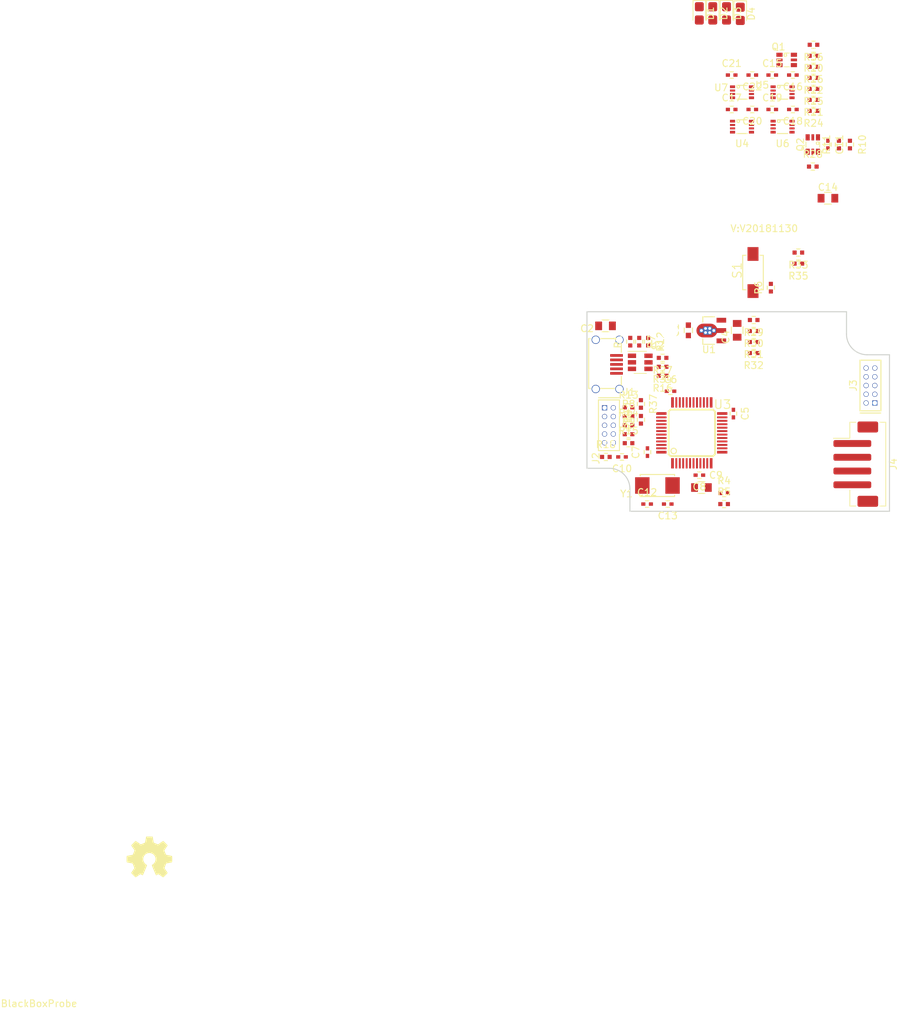
<source format=kicad_pcb>
(kicad_pcb (version 20171130) (host pcbnew 5.0.2-bee76a0~70~ubuntu18.04.1)

  (general
    (thickness 1.6)
    (drawings 10)
    (tracks 0)
    (zones 0)
    (modules 78)
    (nets 64)
  )

  (page A4)
  (layers
    (0 F.Cu signal)
    (1 In1.Cu signal)
    (2 In2.Cu signal)
    (31 B.Cu signal)
    (32 B.Adhes user)
    (33 F.Adhes user)
    (34 B.Paste user)
    (35 F.Paste user)
    (36 B.SilkS user)
    (37 F.SilkS user)
    (38 B.Mask user)
    (39 F.Mask user)
    (40 Dwgs.User user)
    (41 Cmts.User user)
    (42 Eco1.User user)
    (43 Eco2.User user)
    (44 Edge.Cuts user)
    (45 Margin user)
    (46 B.CrtYd user)
    (47 F.CrtYd user)
    (48 B.Fab user)
    (49 F.Fab user hide)
  )

  (setup
    (last_trace_width 0.127)
    (user_trace_width 0.1524)
    (user_trace_width 0.2)
    (user_trace_width 0.3)
    (user_trace_width 0.4)
    (user_trace_width 0.6)
    (user_trace_width 1)
    (user_trace_width 1.5)
    (user_trace_width 2)
    (trace_clearance 0.127)
    (zone_clearance 0.3)
    (zone_45_only no)
    (trace_min 0.127)
    (segment_width 0.2)
    (edge_width 0.15)
    (via_size 0.381)
    (via_drill 0.254)
    (via_min_size 0.3556)
    (via_min_drill 0.254)
    (user_via 0.3556 0.254)
    (user_via 0.55 0.4)
    (user_via 0.75 0.6)
    (user_via 0.95 0.8)
    (user_via 1.3 1)
    (user_via 1.5 1.2)
    (user_via 1.7 1.4)
    (user_via 1.9 1.6)
    (uvia_size 0.381)
    (uvia_drill 0.254)
    (uvias_allowed no)
    (uvia_min_size 0.381)
    (uvia_min_drill 0.254)
    (pcb_text_width 0.3)
    (pcb_text_size 1.5 1.5)
    (mod_edge_width 0.15)
    (mod_text_size 1 1)
    (mod_text_width 0.15)
    (pad_size 1.524 1.524)
    (pad_drill 0.762)
    (pad_to_mask_clearance 0.1)
    (solder_mask_min_width 0.25)
    (aux_axis_origin 0 0)
    (visible_elements FFFFFF7F)
    (pcbplotparams
      (layerselection 0x010f0_ffffffff)
      (usegerberextensions false)
      (usegerberattributes true)
      (usegerberadvancedattributes true)
      (creategerberjobfile false)
      (excludeedgelayer true)
      (linewidth 0.150000)
      (plotframeref false)
      (viasonmask true)
      (mode 1)
      (useauxorigin true)
      (hpglpennumber 1)
      (hpglpenspeed 20)
      (hpglpendiameter 15.000000)
      (psnegative false)
      (psa4output false)
      (plotreference true)
      (plotvalue true)
      (plotinvisibletext false)
      (padsonsilk false)
      (subtractmaskfromsilk false)
      (outputformat 1)
      (mirror false)
      (drillshape 0)
      (scaleselection 1)
      (outputdirectory "plots/"))
  )

  (net 0 "")
  (net 1 +5V)
  (net 2 GND)
  (net 3 "Net-(C2-Pad2)")
  (net 4 +3V3)
  (net 5 VDDA)
  (net 6 GNDA)
  (net 7 /TARGET_PWR_SENSE)
  (net 8 "Net-(C12-Pad1)")
  (net 9 "Net-(C13-Pad1)")
  (net 10 /PROBE_VDD)
  (net 11 "Net-(D1-Pad2)")
  (net 12 "Net-(D2-Pad2)")
  (net 13 "Net-(D3-Pad2)")
  (net 14 "Net-(D4-Pad2)")
  (net 15 "Net-(J1-Pad1)")
  (net 16 "Net-(J2-Pad2)")
  (net 17 "Net-(J2-Pad4)")
  (net 18 "Net-(J2-Pad6)")
  (net 19 "Net-(J2-Pad8)")
  (net 20 "Net-(J2-Pad10)")
  (net 21 "Net-(J3-Pad2)")
  (net 22 "Net-(J3-Pad4)")
  (net 23 "Net-(J3-Pad6)")
  (net 24 "Net-(J3-Pad8)")
  (net 25 "Net-(J3-Pad10)")
  (net 26 "Net-(J4-Pad2)")
  (net 27 "Net-(J4-Pad3)")
  (net 28 /PROBE_I_RST)
  (net 29 /PROBE_I_RST_SEN)
  (net 30 /PROBE_E_RST)
  (net 31 "Net-(Q2-Pad1)")
  (net 32 /TARGET_PWR_EN)
  (net 33 /BUTTON)
  (net 34 /USB_V)
  (net 35 /MCU_TCK)
  (net 36 /MCU_TDI)
  (net 37 /MCU_TMS)
  (net 38 /MCU_TDO)
  (net 39 /MCU_RST)
  (net 40 /USB_PU)
  (net 41 /USB_D+)
  (net 42 /PROBE_E_TCK)
  (net 43 /PROBE_E_TDI)
  (net 44 /PROBE_E_TMS)
  (net 45 /PROBE_E_TDO)
  (net 46 /LED0)
  (net 47 /LED1)
  (net 48 /LED2)
  (net 49 /PROBE_E_TX)
  (net 50 /PROBE_E_RX)
  (net 51 /USB_D-)
  (net 52 /PROBE_TMS_DIR)
  (net 53 /PROBE_I_TMS)
  (net 54 /PROBE_I_TCK)
  (net 55 /PROBE_I_TDO)
  (net 56 /PROBE_I_RX)
  (net 57 /PROBE_I_TX)
  (net 58 /PROBE_I_TDI)
  (net 59 /USB_D_C+)
  (net 60 /USB_D_C-)
  (net 61 "Net-(R16-Pad2)")
  (net 62 "Net-(R27-Pad2)")
  (net 63 /PROBE_E_VDD)

  (net_class Default "This is the default net class."
    (clearance 0.127)
    (trace_width 0.127)
    (via_dia 0.381)
    (via_drill 0.254)
    (uvia_dia 0.381)
    (uvia_drill 0.254)
    (add_net +3V3)
    (add_net +5V)
    (add_net /BUTTON)
    (add_net /LED0)
    (add_net /LED1)
    (add_net /LED2)
    (add_net /MCU_RST)
    (add_net /MCU_TCK)
    (add_net /MCU_TDI)
    (add_net /MCU_TDO)
    (add_net /MCU_TMS)
    (add_net /PROBE_E_RST)
    (add_net /PROBE_E_RX)
    (add_net /PROBE_E_TCK)
    (add_net /PROBE_E_TDI)
    (add_net /PROBE_E_TDO)
    (add_net /PROBE_E_TMS)
    (add_net /PROBE_E_TX)
    (add_net /PROBE_E_VDD)
    (add_net /PROBE_I_RST)
    (add_net /PROBE_I_RST_SEN)
    (add_net /PROBE_I_RX)
    (add_net /PROBE_I_TCK)
    (add_net /PROBE_I_TDI)
    (add_net /PROBE_I_TDO)
    (add_net /PROBE_I_TMS)
    (add_net /PROBE_I_TX)
    (add_net /PROBE_TMS_DIR)
    (add_net /PROBE_VDD)
    (add_net /TARGET_PWR_EN)
    (add_net /TARGET_PWR_SENSE)
    (add_net /USB_D+)
    (add_net /USB_D-)
    (add_net /USB_D_C+)
    (add_net /USB_D_C-)
    (add_net /USB_PU)
    (add_net /USB_V)
    (add_net GND)
    (add_net GNDA)
    (add_net "Net-(C12-Pad1)")
    (add_net "Net-(C13-Pad1)")
    (add_net "Net-(C2-Pad2)")
    (add_net "Net-(D1-Pad2)")
    (add_net "Net-(D2-Pad2)")
    (add_net "Net-(D3-Pad2)")
    (add_net "Net-(D4-Pad2)")
    (add_net "Net-(J1-Pad1)")
    (add_net "Net-(J2-Pad10)")
    (add_net "Net-(J2-Pad2)")
    (add_net "Net-(J2-Pad4)")
    (add_net "Net-(J2-Pad6)")
    (add_net "Net-(J2-Pad8)")
    (add_net "Net-(J3-Pad10)")
    (add_net "Net-(J3-Pad2)")
    (add_net "Net-(J3-Pad4)")
    (add_net "Net-(J3-Pad6)")
    (add_net "Net-(J3-Pad8)")
    (add_net "Net-(J4-Pad2)")
    (add_net "Net-(J4-Pad3)")
    (add_net "Net-(Q2-Pad1)")
    (add_net "Net-(R16-Pad2)")
    (add_net "Net-(R27-Pad2)")
    (add_net VDDA)
  )

  (module SquantorIC:SOT89-ViaTab-Microchip-MB (layer F.Cu) (tedit 5C0A7B02) (tstamp 5C014D3D)
    (at 143.25 87.63 90)
    (path /5ABDDB30)
    (fp_text reference U1 (at -2.77 -1.8 180) (layer F.SilkS)
      (effects (font (size 1 1) (thickness 0.15)))
    )
    (fp_text value MCP1702-MB (at 0 2 90) (layer F.Fab)
      (effects (font (size 1 1) (thickness 0.15)))
    )
    (fp_line (start 2 -2.7) (end 2 -1) (layer F.SilkS) (width 0.15))
    (fp_line (start 1.2 -2.7) (end 2 -2.7) (layer F.SilkS) (width 0.15))
    (fp_line (start -2 -2.7) (end -1.2 -2.7) (layer F.SilkS) (width 0.15))
    (fp_line (start -2 -1) (end -2 -2.7) (layer F.SilkS) (width 0.15))
    (pad 1 smd rect (at -1.5 0 90) (size 0.7 1.4) (layers F.Cu F.Paste F.Mask)
      (net 2 GND))
    (pad 2 smd rect (at 0 0 90) (size 0.7 1.4) (layers F.Cu F.Paste F.Mask)
      (net 1 +5V))
    (pad 3 smd rect (at 1.5 0 90) (size 0.7 1.4) (layers F.Cu F.Paste F.Mask)
      (net 4 +3V3))
    (pad TAB smd oval (at 0 -2.1 90) (size 2 3.05) (layers F.Cu F.Paste F.Mask)
      (net 1 +5V) (zone_connect 2))
    (pad TAB thru_hole rect (at -0.3 -1.7 90) (size 0.6 0.6) (drill 0.4) (layers *.Cu *.Mask)
      (net 1 +5V) (zone_connect 2))
    (pad TAB thru_hole rect (at 0.3 -1.7 90) (size 0.6 0.6) (drill 0.4) (layers *.Cu *.Mask)
      (net 1 +5V) (zone_connect 2))
    (pad TAB thru_hole rect (at 0.3 -2.3 90) (size 0.6 0.6) (drill 0.4) (layers *.Cu *.Mask)
      (net 1 +5V) (zone_connect 2))
    (pad TAB thru_hole rect (at -0.3 -2.3 90) (size 0.6 0.6) (drill 0.4) (layers *.Cu *.Mask)
      (net 1 +5V) (zone_connect 2))
    (pad TAB thru_hole rect (at 0 -2.9 90) (size 0.6 0.6) (drill 0.4) (layers *.Cu *.Mask)
      (net 1 +5V) (zone_connect 2))
    (pad TAB thru_hole rect (at 0 -1.1 90) (size 0.6 0.6) (drill 0.4) (layers *.Cu *.Mask)
      (net 1 +5V) (zone_connect 2))
  )

  (module SquantorConnectors:Header-0127-2X05-H006 (layer F.Cu) (tedit 5B2E13C6) (tstamp 5B323AB0)
    (at 126.9 101.4 270)
    (path /5B2268AD)
    (fp_text reference J2 (at 4.8 1.9 270) (layer F.SilkS)
      (effects (font (size 1 1) (thickness 0.15)))
    )
    (fp_text value JTAG_2X05 (at 0 2.5 270) (layer F.Fab)
      (effects (font (size 1 1) (thickness 0.15)))
    )
    (fp_line (start -3.683 -1.524) (end 3.683 -1.524) (layer F.SilkS) (width 0.15))
    (fp_line (start 3.683 -1.524) (end 3.683 1.524) (layer F.SilkS) (width 0.15))
    (fp_line (start 3.683 1.524) (end -3.683 1.524) (layer F.SilkS) (width 0.15))
    (fp_line (start -3.683 1.524) (end -3.683 -1.524) (layer F.SilkS) (width 0.15))
    (fp_line (start -4 -1.5) (end -4 1.5) (layer F.SilkS) (width 0.15))
    (pad 10 thru_hole circle (at 2.54 -0.635 270) (size 0.75 0.75) (drill 0.6) (layers *.Cu *.Mask)
      (net 20 "Net-(J2-Pad10)"))
    (pad 9 thru_hole circle (at 2.54 0.635 270) (size 0.75 0.75) (drill 0.6) (layers *.Cu *.Mask)
      (net 2 GND))
    (pad 8 thru_hole circle (at 1.27 -0.635 270) (size 0.75 0.75) (drill 0.6) (layers *.Cu *.Mask)
      (net 19 "Net-(J2-Pad8)"))
    (pad 7 thru_hole circle (at 1.27 0.635 270) (size 0.75 0.75) (drill 0.6) (layers *.Cu *.Mask))
    (pad 6 thru_hole circle (at 0 -0.635 270) (size 0.75 0.75) (drill 0.6) (layers *.Cu *.Mask)
      (net 18 "Net-(J2-Pad6)"))
    (pad 5 thru_hole circle (at 0 0.635 270) (size 0.75 0.75) (drill 0.6) (layers *.Cu *.Mask)
      (net 2 GND))
    (pad 4 thru_hole circle (at -1.27 -0.635 270) (size 0.75 0.75) (drill 0.6) (layers *.Cu *.Mask)
      (net 17 "Net-(J2-Pad4)"))
    (pad 3 thru_hole circle (at -1.27 0.635 270) (size 0.75 0.75) (drill 0.6) (layers *.Cu *.Mask)
      (net 2 GND))
    (pad 2 thru_hole circle (at -2.54 -0.635 270) (size 0.75 0.75) (drill 0.6) (layers *.Cu *.Mask)
      (net 16 "Net-(J2-Pad2)"))
    (pad 1 thru_hole rect (at -2.54 0.635 270) (size 0.75 0.75) (drill 0.6) (layers *.Cu *.Mask)
      (net 4 +3V3))
  )

  (module SquantorCrystal:X_5.0_3.2 (layer F.Cu) (tedit 59555074) (tstamp 5B2FE086)
    (at 133.95 110.15)
    (path /5B21AA36)
    (fp_text reference Y1 (at -4.5 1.2) (layer F.SilkS)
      (effects (font (size 1 1) (thickness 0.15)))
    )
    (fp_text value 8.000MHz (at 0 2.5) (layer F.Fab)
      (effects (font (size 1 1) (thickness 0.15)))
    )
    (fp_line (start -2.5 1.6) (end -2.5 1.4) (layer F.SilkS) (width 0.15))
    (fp_line (start 2.5 1.6) (end 2.5 1.4) (layer F.SilkS) (width 0.15))
    (fp_line (start 2.5 -1.6) (end 2.5 -1.4) (layer F.SilkS) (width 0.15))
    (fp_line (start -2.5 -1.6) (end -2.5 -1.4) (layer F.SilkS) (width 0.15))
    (fp_line (start -2.5 1.6) (end 2.5 1.6) (layer F.SilkS) (width 0.15))
    (fp_line (start -2.5 -1.6) (end 2.5 -1.6) (layer F.SilkS) (width 0.15))
    (pad 1 smd rect (at -2.2 0) (size 2.1 2.4) (layers F.Cu F.Paste F.Mask)
      (net 8 "Net-(C12-Pad1)"))
    (pad 2 smd rect (at 2.2 0) (size 2.1 2.4) (layers F.Cu F.Paste F.Mask)
      (net 9 "Net-(C13-Pad1)"))
  )

  (module SquantorIC:SOT313-2 (layer F.Cu) (tedit 5B2D63CA) (tstamp 5B2C1DD3)
    (at 138.95 102.5)
    (descr "<li><b>SOT313-2</b><hr>\n<ul><li>LQFP48: plastic low profile quad flat package; 48 leads; body 7 x 7 x 1.4 mm\n<li><u>JEDEC</u>: MS-026\n<li><u>IEC</u>: 136E05</ul>\nFootprint according to NXP SOT313-2 specification, however the cornerpins are 0.4mm in stead of 0.5mm. Probably an error in the specification.")
    (path /5AD50CAB)
    (fp_text reference U3 (at 3.1 -3.375) (layer F.SilkS)
      (effects (font (size 1.27 1.27) (thickness 0.15)) (justify left bottom))
    )
    (fp_text value STM32F103CBT (at 6.5 1) (layer F.Fab) hide
      (effects (font (size 1.27 1.27) (thickness 0.15)) (justify left bottom))
    )
    (fp_line (start -3.375 -3.1) (end -3.1 -3.375) (layer F.SilkS) (width 0.254))
    (fp_line (start -3.1 -3.375) (end 3.1 -3.375) (layer F.SilkS) (width 0.254))
    (fp_line (start 3.1 -3.375) (end 3.375 -3.1) (layer F.SilkS) (width 0.254))
    (fp_line (start 3.375 -3.1) (end 3.375 3.1) (layer F.SilkS) (width 0.254))
    (fp_line (start 3.375 3.1) (end 3.1 3.375) (layer F.SilkS) (width 0.254))
    (fp_line (start 3.1 3.375) (end -3.1 3.375) (layer F.SilkS) (width 0.254))
    (fp_line (start -3.1 3.375) (end -3.375 3.1) (layer F.SilkS) (width 0.254))
    (fp_line (start -3.375 3.1) (end -3.375 -3.1) (layer F.SilkS) (width 0.254))
    (fp_circle (center -2.635 2.635) (end -2.235 2.635) (layer F.SilkS) (width 0.15))
    (fp_poly (pts (xy -2.85 4.5) (xy -2.65 4.5) (xy -2.65 3.45) (xy -2.85 3.45)) (layer Dwgs.User) (width 0))
    (fp_poly (pts (xy -2.35 4.5) (xy -2.15 4.5) (xy -2.15 3.45) (xy -2.35 3.45)) (layer Dwgs.User) (width 0))
    (fp_poly (pts (xy -1.85 4.5) (xy -1.65 4.5) (xy -1.65 3.45) (xy -1.85 3.45)) (layer Dwgs.User) (width 0))
    (fp_poly (pts (xy -1.35 4.5) (xy -1.15 4.5) (xy -1.15 3.45) (xy -1.35 3.45)) (layer Dwgs.User) (width 0))
    (fp_poly (pts (xy -0.85 4.5) (xy -0.65 4.5) (xy -0.65 3.45) (xy -0.85 3.45)) (layer Dwgs.User) (width 0))
    (fp_poly (pts (xy -0.35 4.5) (xy -0.15 4.5) (xy -0.15 3.45) (xy -0.35 3.45)) (layer Dwgs.User) (width 0))
    (fp_poly (pts (xy 0.15 4.5) (xy 0.35 4.5) (xy 0.35 3.45) (xy 0.15 3.45)) (layer Dwgs.User) (width 0))
    (fp_poly (pts (xy 0.65 4.5) (xy 0.85 4.5) (xy 0.85 3.45) (xy 0.65 3.45)) (layer Dwgs.User) (width 0))
    (fp_poly (pts (xy 1.15 4.5) (xy 1.35 4.5) (xy 1.35 3.45) (xy 1.15 3.45)) (layer Dwgs.User) (width 0))
    (fp_poly (pts (xy 1.65 4.5) (xy 1.85 4.5) (xy 1.85 3.45) (xy 1.65 3.45)) (layer Dwgs.User) (width 0))
    (fp_poly (pts (xy 2.15 4.5) (xy 2.35 4.5) (xy 2.35 3.45) (xy 2.15 3.45)) (layer Dwgs.User) (width 0))
    (fp_poly (pts (xy 2.65 4.5) (xy 2.85 4.5) (xy 2.85 3.45) (xy 2.65 3.45)) (layer Dwgs.User) (width 0))
    (fp_poly (pts (xy 3.45 2.85) (xy 4.5 2.85) (xy 4.5 2.65) (xy 3.45 2.65)) (layer Dwgs.User) (width 0))
    (fp_poly (pts (xy 3.45 2.35) (xy 4.5 2.35) (xy 4.5 2.15) (xy 3.45 2.15)) (layer Dwgs.User) (width 0))
    (fp_poly (pts (xy 3.45 1.85) (xy 4.5 1.85) (xy 4.5 1.65) (xy 3.45 1.65)) (layer Dwgs.User) (width 0))
    (fp_poly (pts (xy 3.45 1.35) (xy 4.5 1.35) (xy 4.5 1.15) (xy 3.45 1.15)) (layer Dwgs.User) (width 0))
    (fp_poly (pts (xy 3.45 0.85) (xy 4.5 0.85) (xy 4.5 0.65) (xy 3.45 0.65)) (layer Dwgs.User) (width 0))
    (fp_poly (pts (xy 3.45 0.35) (xy 4.5 0.35) (xy 4.5 0.15) (xy 3.45 0.15)) (layer Dwgs.User) (width 0))
    (fp_poly (pts (xy 3.45 -0.15) (xy 4.5 -0.15) (xy 4.5 -0.35) (xy 3.45 -0.35)) (layer Dwgs.User) (width 0))
    (fp_poly (pts (xy 3.45 -0.65) (xy 4.5 -0.65) (xy 4.5 -0.85) (xy 3.45 -0.85)) (layer Dwgs.User) (width 0))
    (fp_poly (pts (xy 3.45 -1.15) (xy 4.5 -1.15) (xy 4.5 -1.35) (xy 3.45 -1.35)) (layer Dwgs.User) (width 0))
    (fp_poly (pts (xy 3.45 -1.65) (xy 4.5 -1.65) (xy 4.5 -1.85) (xy 3.45 -1.85)) (layer Dwgs.User) (width 0))
    (fp_poly (pts (xy 3.45 -2.15) (xy 4.5 -2.15) (xy 4.5 -2.35) (xy 3.45 -2.35)) (layer Dwgs.User) (width 0))
    (fp_poly (pts (xy 3.45 -2.65) (xy 4.5 -2.65) (xy 4.5 -2.85) (xy 3.45 -2.85)) (layer Dwgs.User) (width 0))
    (fp_poly (pts (xy 2.65 -3.45) (xy 2.85 -3.45) (xy 2.85 -4.5) (xy 2.65 -4.5)) (layer Dwgs.User) (width 0))
    (fp_poly (pts (xy 2.15 -3.45) (xy 2.35 -3.45) (xy 2.35 -4.5) (xy 2.15 -4.5)) (layer Dwgs.User) (width 0))
    (fp_poly (pts (xy 1.65 -3.45) (xy 1.85 -3.45) (xy 1.85 -4.5) (xy 1.65 -4.5)) (layer Dwgs.User) (width 0))
    (fp_poly (pts (xy 1.15 -3.45) (xy 1.35 -3.45) (xy 1.35 -4.5) (xy 1.15 -4.5)) (layer Dwgs.User) (width 0))
    (fp_poly (pts (xy 0.65 -3.45) (xy 0.85 -3.45) (xy 0.85 -4.5) (xy 0.65 -4.5)) (layer Dwgs.User) (width 0))
    (fp_poly (pts (xy 0.15 -3.45) (xy 0.35 -3.45) (xy 0.35 -4.5) (xy 0.15 -4.5)) (layer Dwgs.User) (width 0))
    (fp_poly (pts (xy -0.35 -3.45) (xy -0.15 -3.45) (xy -0.15 -4.5) (xy -0.35 -4.5)) (layer Dwgs.User) (width 0))
    (fp_poly (pts (xy -0.85 -3.45) (xy -0.65 -3.45) (xy -0.65 -4.5) (xy -0.85 -4.5)) (layer Dwgs.User) (width 0))
    (fp_poly (pts (xy -1.35 -3.45) (xy -1.15 -3.45) (xy -1.15 -4.5) (xy -1.35 -4.5)) (layer Dwgs.User) (width 0))
    (fp_poly (pts (xy -1.85 -3.45) (xy -1.65 -3.45) (xy -1.65 -4.5) (xy -1.85 -4.5)) (layer Dwgs.User) (width 0))
    (fp_poly (pts (xy -2.35 -3.45) (xy -2.15 -3.45) (xy -2.15 -4.5) (xy -2.35 -4.5)) (layer Dwgs.User) (width 0))
    (fp_poly (pts (xy -2.85 -3.45) (xy -2.65 -3.45) (xy -2.65 -4.5) (xy -2.85 -4.5)) (layer Dwgs.User) (width 0))
    (fp_poly (pts (xy -4.5 -2.65) (xy -3.45 -2.65) (xy -3.45 -2.85) (xy -4.5 -2.85)) (layer Dwgs.User) (width 0))
    (fp_poly (pts (xy -4.5 -2.15) (xy -3.45 -2.15) (xy -3.45 -2.35) (xy -4.5 -2.35)) (layer Dwgs.User) (width 0))
    (fp_poly (pts (xy -4.5 -1.65) (xy -3.45 -1.65) (xy -3.45 -1.85) (xy -4.5 -1.85)) (layer Dwgs.User) (width 0))
    (fp_poly (pts (xy -4.5 -1.15) (xy -3.45 -1.15) (xy -3.45 -1.35) (xy -4.5 -1.35)) (layer Dwgs.User) (width 0))
    (fp_poly (pts (xy -4.5 -0.65) (xy -3.45 -0.65) (xy -3.45 -0.85) (xy -4.5 -0.85)) (layer Dwgs.User) (width 0))
    (fp_poly (pts (xy -4.5 -0.15) (xy -3.45 -0.15) (xy -3.45 -0.35) (xy -4.5 -0.35)) (layer Dwgs.User) (width 0))
    (fp_poly (pts (xy -4.5 0.35) (xy -3.45 0.35) (xy -3.45 0.15) (xy -4.5 0.15)) (layer Dwgs.User) (width 0))
    (fp_poly (pts (xy -4.5 0.85) (xy -3.45 0.85) (xy -3.45 0.65) (xy -4.5 0.65)) (layer Dwgs.User) (width 0))
    (fp_poly (pts (xy -4.5 1.35) (xy -3.45 1.35) (xy -3.45 1.15) (xy -4.5 1.15)) (layer Dwgs.User) (width 0))
    (fp_poly (pts (xy -4.5 1.85) (xy -3.45 1.85) (xy -3.45 1.65) (xy -4.5 1.65)) (layer Dwgs.User) (width 0))
    (fp_poly (pts (xy -4.5 2.35) (xy -3.45 2.35) (xy -3.45 2.15) (xy -4.5 2.15)) (layer Dwgs.User) (width 0))
    (fp_poly (pts (xy -4.5 2.85) (xy -3.45 2.85) (xy -3.45 2.65) (xy -4.5 2.65)) (layer Dwgs.User) (width 0))
    (pad 1 smd rect (at -2.81 4.425) (size 0.4 1.5) (layers F.Cu F.Paste F.Mask)
      (net 4 +3V3))
    (pad 2 smd rect (at -2.25 4.425) (size 0.28 1.5) (layers F.Cu F.Paste F.Mask))
    (pad 3 smd rect (at -1.75 4.425) (size 0.28 1.5) (layers F.Cu F.Paste F.Mask))
    (pad 4 smd rect (at -1.25 4.425) (size 0.28 1.5) (layers F.Cu F.Paste F.Mask))
    (pad 5 smd rect (at -0.75 4.425) (size 0.28 1.5) (layers F.Cu F.Paste F.Mask)
      (net 8 "Net-(C12-Pad1)"))
    (pad 6 smd rect (at -0.25 4.425) (size 0.28 1.5) (layers F.Cu F.Paste F.Mask)
      (net 9 "Net-(C13-Pad1)"))
    (pad 7 smd rect (at 0.25 4.425) (size 0.28 1.5) (layers F.Cu F.Paste F.Mask)
      (net 39 /MCU_RST))
    (pad 8 smd rect (at 0.75 4.425) (size 0.28 1.5) (layers F.Cu F.Paste F.Mask)
      (net 6 GNDA))
    (pad 9 smd rect (at 1.25 4.425) (size 0.28 1.5) (layers F.Cu F.Paste F.Mask)
      (net 5 VDDA))
    (pad 10 smd rect (at 1.75 4.425) (size 0.28 1.5) (layers F.Cu F.Paste F.Mask))
    (pad 11 smd rect (at 2.25 4.425) (size 0.28 1.5) (layers F.Cu F.Paste F.Mask)
      (net 52 /PROBE_TMS_DIR))
    (pad 12 smd rect (at 2.81 4.425) (size 0.4 1.5) (layers F.Cu F.Paste F.Mask)
      (net 28 /PROBE_I_RST))
    (pad 13 smd rect (at 4.425 2.81) (size 1.5 0.4) (layers F.Cu F.Paste F.Mask)
      (net 58 /PROBE_I_TDI))
    (pad 14 smd rect (at 4.425 2.25) (size 1.5 0.28) (layers F.Cu F.Paste F.Mask)
      (net 53 /PROBE_I_TMS))
    (pad 15 smd rect (at 4.425 1.75) (size 1.5 0.28) (layers F.Cu F.Paste F.Mask)
      (net 54 /PROBE_I_TCK))
    (pad 16 smd rect (at 4.425 1.25) (size 1.5 0.28) (layers F.Cu F.Paste F.Mask)
      (net 55 /PROBE_I_TDO))
    (pad 17 smd rect (at 4.425 0.75) (size 1.5 0.28) (layers F.Cu F.Paste F.Mask)
      (net 29 /PROBE_I_RST_SEN))
    (pad 18 smd rect (at 4.425 0.25) (size 1.5 0.28) (layers F.Cu F.Paste F.Mask)
      (net 7 /TARGET_PWR_SENSE))
    (pad 19 smd rect (at 4.425 -0.25) (size 1.5 0.28) (layers F.Cu F.Paste F.Mask)
      (net 32 /TARGET_PWR_EN))
    (pad 20 smd rect (at 4.425 -0.75) (size 1.5 0.28) (layers F.Cu F.Paste F.Mask)
      (net 46 /LED0))
    (pad 21 smd rect (at 4.425 -1.25) (size 1.5 0.28) (layers F.Cu F.Paste F.Mask)
      (net 47 /LED1))
    (pad 22 smd rect (at 4.425 -1.75) (size 1.5 0.28) (layers F.Cu F.Paste F.Mask)
      (net 48 /LED2))
    (pad 23 smd rect (at 4.425 -2.25) (size 1.5 0.28) (layers F.Cu F.Paste F.Mask)
      (net 2 GND))
    (pad 24 smd rect (at 4.425 -2.81) (size 1.5 0.4) (layers F.Cu F.Paste F.Mask)
      (net 4 +3V3))
    (pad 25 smd rect (at 2.81 -4.425) (size 0.4 1.5) (layers F.Cu F.Paste F.Mask)
      (net 33 /BUTTON))
    (pad 26 smd rect (at 2.25 -4.425) (size 0.28 1.5) (layers F.Cu F.Paste F.Mask)
      (net 34 /USB_V))
    (pad 27 smd rect (at 1.75 -4.425) (size 0.28 1.5) (layers F.Cu F.Paste F.Mask))
    (pad 28 smd rect (at 1.25 -4.425) (size 0.28 1.5) (layers F.Cu F.Paste F.Mask))
    (pad 29 smd rect (at 0.75 -4.425) (size 0.28 1.5) (layers F.Cu F.Paste F.Mask)
      (net 40 /USB_PU))
    (pad 30 smd rect (at 0.25 -4.425) (size 0.28 1.5) (layers F.Cu F.Paste F.Mask)
      (net 57 /PROBE_I_TX))
    (pad 31 smd rect (at -0.25 -4.425) (size 0.28 1.5) (layers F.Cu F.Paste F.Mask)
      (net 56 /PROBE_I_RX))
    (pad 32 smd rect (at -0.75 -4.425) (size 0.28 1.5) (layers F.Cu F.Paste F.Mask)
      (net 51 /USB_D-))
    (pad 33 smd rect (at -1.25 -4.425) (size 0.28 1.5) (layers F.Cu F.Paste F.Mask)
      (net 41 /USB_D+))
    (pad 34 smd rect (at -1.75 -4.425) (size 0.28 1.5) (layers F.Cu F.Paste F.Mask)
      (net 37 /MCU_TMS))
    (pad 35 smd rect (at -2.25 -4.425) (size 0.28 1.5) (layers F.Cu F.Paste F.Mask)
      (net 2 GND))
    (pad 36 smd rect (at -2.81 -4.425) (size 0.4 1.5) (layers F.Cu F.Paste F.Mask)
      (net 4 +3V3))
    (pad 37 smd rect (at -4.425 -2.81) (size 1.5 0.4) (layers F.Cu F.Paste F.Mask)
      (net 35 /MCU_TCK))
    (pad 38 smd rect (at -4.425 -2.25) (size 1.5 0.28) (layers F.Cu F.Paste F.Mask)
      (net 36 /MCU_TDI))
    (pad 39 smd rect (at -4.425 -1.75) (size 1.5 0.28) (layers F.Cu F.Paste F.Mask)
      (net 38 /MCU_TDO))
    (pad 40 smd rect (at -4.425 -1.25) (size 1.5 0.28) (layers F.Cu F.Paste F.Mask)
      (net 4 +3V3))
    (pad 41 smd rect (at -4.425 -0.75) (size 1.5 0.28) (layers F.Cu F.Paste F.Mask)
      (net 4 +3V3))
    (pad 42 smd rect (at -4.425 -0.25) (size 1.5 0.28) (layers F.Cu F.Paste F.Mask)
      (net 4 +3V3))
    (pad 43 smd rect (at -4.425 0.25) (size 1.5 0.28) (layers F.Cu F.Paste F.Mask))
    (pad 44 smd rect (at -4.425 0.75) (size 1.5 0.28) (layers F.Cu F.Paste F.Mask)
      (net 2 GND))
    (pad 45 smd rect (at -4.425 1.25) (size 1.5 0.28) (layers F.Cu F.Paste F.Mask))
    (pad 46 smd rect (at -4.425 1.75) (size 1.5 0.28) (layers F.Cu F.Paste F.Mask))
    (pad 47 smd rect (at -4.425 2.25) (size 1.5 0.28) (layers F.Cu F.Paste F.Mask)
      (net 2 GND))
    (pad 48 smd rect (at -4.425 2.81) (size 1.5 0.4) (layers F.Cu F.Paste F.Mask)
      (net 4 +3V3))
  )

  (module Symbols:OSHW-Symbol_6.7x6mm_SilkScreen (layer F.Cu) (tedit 0) (tstamp 5A135134)
    (at 60.05 164.15)
    (descr "Open Source Hardware Symbol")
    (tags "Logo Symbol OSHW")
    (path /5A135869)
    (attr virtual)
    (fp_text reference N1 (at 0 0) (layer F.SilkS) hide
      (effects (font (size 1 1) (thickness 0.15)))
    )
    (fp_text value OHWLOGO (at 0.75 0) (layer F.Fab) hide
      (effects (font (size 1 1) (thickness 0.15)))
    )
    (fp_poly (pts (xy 0.555814 -2.531069) (xy 0.639635 -2.086445) (xy 0.94892 -1.958947) (xy 1.258206 -1.831449)
      (xy 1.629246 -2.083754) (xy 1.733157 -2.154004) (xy 1.827087 -2.216728) (xy 1.906652 -2.269062)
      (xy 1.96747 -2.308143) (xy 2.005157 -2.331107) (xy 2.015421 -2.336058) (xy 2.03391 -2.323324)
      (xy 2.07342 -2.288118) (xy 2.129522 -2.234938) (xy 2.197787 -2.168282) (xy 2.273786 -2.092646)
      (xy 2.353092 -2.012528) (xy 2.431275 -1.932426) (xy 2.503907 -1.856836) (xy 2.566559 -1.790255)
      (xy 2.614803 -1.737182) (xy 2.64421 -1.702113) (xy 2.651241 -1.690377) (xy 2.641123 -1.66874)
      (xy 2.612759 -1.621338) (xy 2.569129 -1.552807) (xy 2.513218 -1.467785) (xy 2.448006 -1.370907)
      (xy 2.410219 -1.31565) (xy 2.341343 -1.214752) (xy 2.28014 -1.123701) (xy 2.229578 -1.04703)
      (xy 2.192628 -0.989272) (xy 2.172258 -0.954957) (xy 2.169197 -0.947746) (xy 2.176136 -0.927252)
      (xy 2.195051 -0.879487) (xy 2.223087 -0.811168) (xy 2.257391 -0.729011) (xy 2.295109 -0.63973)
      (xy 2.333387 -0.550042) (xy 2.36937 -0.466662) (xy 2.400206 -0.396306) (xy 2.423039 -0.34569)
      (xy 2.435017 -0.321529) (xy 2.435724 -0.320578) (xy 2.454531 -0.315964) (xy 2.504618 -0.305672)
      (xy 2.580793 -0.290713) (xy 2.677865 -0.272099) (xy 2.790643 -0.250841) (xy 2.856442 -0.238582)
      (xy 2.97695 -0.215638) (xy 3.085797 -0.193805) (xy 3.177476 -0.174278) (xy 3.246481 -0.158252)
      (xy 3.287304 -0.146921) (xy 3.295511 -0.143326) (xy 3.303548 -0.118994) (xy 3.310033 -0.064041)
      (xy 3.31497 0.015108) (xy 3.318364 0.112026) (xy 3.320218 0.220287) (xy 3.320538 0.333465)
      (xy 3.319327 0.445135) (xy 3.31659 0.548868) (xy 3.312331 0.638241) (xy 3.306555 0.706826)
      (xy 3.299267 0.748197) (xy 3.294895 0.75681) (xy 3.268764 0.767133) (xy 3.213393 0.781892)
      (xy 3.136107 0.799352) (xy 3.04423 0.81778) (xy 3.012158 0.823741) (xy 2.857524 0.852066)
      (xy 2.735375 0.874876) (xy 2.641673 0.89308) (xy 2.572384 0.907583) (xy 2.523471 0.919292)
      (xy 2.490897 0.929115) (xy 2.470628 0.937956) (xy 2.458626 0.946724) (xy 2.456947 0.948457)
      (xy 2.440184 0.976371) (xy 2.414614 1.030695) (xy 2.382788 1.104777) (xy 2.34726 1.191965)
      (xy 2.310583 1.285608) (xy 2.275311 1.379052) (xy 2.243996 1.465647) (xy 2.219193 1.53874)
      (xy 2.203454 1.591678) (xy 2.199332 1.617811) (xy 2.199676 1.618726) (xy 2.213641 1.640086)
      (xy 2.245322 1.687084) (xy 2.291391 1.754827) (xy 2.348518 1.838423) (xy 2.413373 1.932982)
      (xy 2.431843 1.959854) (xy 2.497699 2.057275) (xy 2.55565 2.146163) (xy 2.602538 2.221412)
      (xy 2.635207 2.27792) (xy 2.6505 2.310581) (xy 2.651241 2.314593) (xy 2.638392 2.335684)
      (xy 2.602888 2.377464) (xy 2.549293 2.435445) (xy 2.482171 2.505135) (xy 2.406087 2.582045)
      (xy 2.325604 2.661683) (xy 2.245287 2.739561) (xy 2.169699 2.811186) (xy 2.103405 2.87207)
      (xy 2.050969 2.917721) (xy 2.016955 2.94365) (xy 2.007545 2.947883) (xy 1.985643 2.937912)
      (xy 1.9408 2.91102) (xy 1.880321 2.871736) (xy 1.833789 2.840117) (xy 1.749475 2.782098)
      (xy 1.649626 2.713784) (xy 1.549473 2.645579) (xy 1.495627 2.609075) (xy 1.313371 2.4858)
      (xy 1.160381 2.56852) (xy 1.090682 2.604759) (xy 1.031414 2.632926) (xy 0.991311 2.648991)
      (xy 0.981103 2.651226) (xy 0.968829 2.634722) (xy 0.944613 2.588082) (xy 0.910263 2.515609)
      (xy 0.867588 2.421606) (xy 0.818394 2.310374) (xy 0.76449 2.186215) (xy 0.707684 2.053432)
      (xy 0.649782 1.916327) (xy 0.592593 1.779202) (xy 0.537924 1.646358) (xy 0.487584 1.522098)
      (xy 0.44338 1.410725) (xy 0.407119 1.316539) (xy 0.380609 1.243844) (xy 0.365658 1.196941)
      (xy 0.363254 1.180833) (xy 0.382311 1.160286) (xy 0.424036 1.126933) (xy 0.479706 1.087702)
      (xy 0.484378 1.084599) (xy 0.628264 0.969423) (xy 0.744283 0.835053) (xy 0.83143 0.685784)
      (xy 0.888699 0.525913) (xy 0.915086 0.359737) (xy 0.909585 0.191552) (xy 0.87119 0.025655)
      (xy 0.798895 -0.133658) (xy 0.777626 -0.168513) (xy 0.666996 -0.309263) (xy 0.536302 -0.422286)
      (xy 0.390064 -0.506997) (xy 0.232808 -0.562806) (xy 0.069057 -0.589126) (xy -0.096667 -0.58537)
      (xy -0.259838 -0.55095) (xy -0.415935 -0.485277) (xy -0.560433 -0.387765) (xy -0.605131 -0.348187)
      (xy -0.718888 -0.224297) (xy -0.801782 -0.093876) (xy -0.858644 0.052315) (xy -0.890313 0.197088)
      (xy -0.898131 0.35986) (xy -0.872062 0.52344) (xy -0.814755 0.682298) (xy -0.728856 0.830906)
      (xy -0.617014 0.963735) (xy -0.481877 1.075256) (xy -0.464117 1.087011) (xy -0.40785 1.125508)
      (xy -0.365077 1.158863) (xy -0.344628 1.18016) (xy -0.344331 1.180833) (xy -0.348721 1.203871)
      (xy -0.366124 1.256157) (xy -0.394732 1.33339) (xy -0.432735 1.431268) (xy -0.478326 1.545491)
      (xy -0.529697 1.671758) (xy -0.585038 1.805767) (xy -0.642542 1.943218) (xy -0.700399 2.079808)
      (xy -0.756802 2.211237) (xy -0.809942 2.333205) (xy -0.85801 2.441409) (xy -0.899199 2.531549)
      (xy -0.931699 2.599323) (xy -0.953703 2.64043) (xy -0.962564 2.651226) (xy -0.98964 2.642819)
      (xy -1.040303 2.620272) (xy -1.105817 2.587613) (xy -1.141841 2.56852) (xy -1.294832 2.4858)
      (xy -1.477088 2.609075) (xy -1.570125 2.672228) (xy -1.671985 2.741727) (xy -1.767438 2.807165)
      (xy -1.81525 2.840117) (xy -1.882495 2.885273) (xy -1.939436 2.921057) (xy -1.978646 2.942938)
      (xy -1.991381 2.947563) (xy -2.009917 2.935085) (xy -2.050941 2.900252) (xy -2.110475 2.846678)
      (xy -2.184542 2.777983) (xy -2.269165 2.697781) (xy -2.322685 2.646286) (xy -2.416319 2.554286)
      (xy -2.497241 2.471999) (xy -2.562177 2.402945) (xy -2.607858 2.350644) (xy -2.631011 2.318616)
      (xy -2.633232 2.312116) (xy -2.622924 2.287394) (xy -2.594439 2.237405) (xy -2.550937 2.167212)
      (xy -2.495577 2.081875) (xy -2.43152 1.986456) (xy -2.413303 1.959854) (xy -2.346927 1.863167)
      (xy -2.287378 1.776117) (xy -2.237984 1.703595) (xy -2.202075 1.650493) (xy -2.182981 1.621703)
      (xy -2.181136 1.618726) (xy -2.183895 1.595782) (xy -2.198538 1.545336) (xy -2.222513 1.474041)
      (xy -2.253266 1.388547) (xy -2.288244 1.295507) (xy -2.324893 1.201574) (xy -2.360661 1.113399)
      (xy -2.392994 1.037634) (xy -2.419338 0.980931) (xy -2.437142 0.949943) (xy -2.438407 0.948457)
      (xy -2.449294 0.939601) (xy -2.467682 0.930843) (xy -2.497606 0.921277) (xy -2.543103 0.909996)
      (xy -2.608209 0.896093) (xy -2.696961 0.878663) (xy -2.813393 0.856798) (xy -2.961542 0.829591)
      (xy -2.993618 0.823741) (xy -3.088686 0.805374) (xy -3.171565 0.787405) (xy -3.23493 0.771569)
      (xy -3.271458 0.7596) (xy -3.276356 0.75681) (xy -3.284427 0.732072) (xy -3.290987 0.67679)
      (xy -3.296033 0.597389) (xy -3.299559 0.500296) (xy -3.301561 0.391938) (xy -3.302036 0.27874)
      (xy -3.300977 0.167128) (xy -3.298382 0.063529) (xy -3.294246 -0.025632) (xy -3.288563 -0.093928)
      (xy -3.281331 -0.134934) (xy -3.276971 -0.143326) (xy -3.252698 -0.151792) (xy -3.197426 -0.165565)
      (xy -3.116662 -0.18345) (xy -3.015912 -0.204252) (xy -2.900683 -0.226777) (xy -2.837902 -0.238582)
      (xy -2.718787 -0.260849) (xy -2.612565 -0.281021) (xy -2.524427 -0.298085) (xy -2.459566 -0.311031)
      (xy -2.423174 -0.318845) (xy -2.417184 -0.320578) (xy -2.407061 -0.34011) (xy -2.385662 -0.387157)
      (xy -2.355839 -0.454997) (xy -2.320445 -0.536909) (xy -2.282332 -0.626172) (xy -2.244353 -0.716065)
      (xy -2.20936 -0.799865) (xy -2.180206 -0.870853) (xy -2.159743 -0.922306) (xy -2.150823 -0.947503)
      (xy -2.150657 -0.948604) (xy -2.160769 -0.968481) (xy -2.189117 -1.014223) (xy -2.232723 -1.081283)
      (xy -2.288606 -1.165116) (xy -2.353787 -1.261174) (xy -2.391679 -1.31635) (xy -2.460725 -1.417519)
      (xy -2.52205 -1.50937) (xy -2.572663 -1.587256) (xy -2.609571 -1.646531) (xy -2.629782 -1.682549)
      (xy -2.632701 -1.690623) (xy -2.620153 -1.709416) (xy -2.585463 -1.749543) (xy -2.533063 -1.806507)
      (xy -2.467384 -1.875815) (xy -2.392856 -1.952969) (xy -2.313913 -2.033475) (xy -2.234983 -2.112837)
      (xy -2.1605 -2.18656) (xy -2.094894 -2.250148) (xy -2.042596 -2.299106) (xy -2.008039 -2.328939)
      (xy -1.996478 -2.336058) (xy -1.977654 -2.326047) (xy -1.932631 -2.297922) (xy -1.865787 -2.254546)
      (xy -1.781499 -2.198782) (xy -1.684144 -2.133494) (xy -1.610707 -2.083754) (xy -1.239667 -1.831449)
      (xy -0.621095 -2.086445) (xy -0.537275 -2.531069) (xy -0.453454 -2.975693) (xy 0.471994 -2.975693)
      (xy 0.555814 -2.531069)) (layer F.SilkS) (width 0.01))
  )

  (module SquantorPcbOutline:MountingHole_2.5mm_no_metal locked (layer F.Cu) (tedit 5B1D0196) (tstamp 5B1D07E7)
    (at 135.7 87.65)
    (path /5A135980)
    (fp_text reference H1 (at 0 -3) (layer F.SilkS) hide
      (effects (font (size 1 1) (thickness 0.15)))
    )
    (fp_text value Drill_Hole_no_metal (at 0 3) (layer F.Fab) hide
      (effects (font (size 1 1) (thickness 0.15)))
    )
    (pad "" np_thru_hole circle (at 0 0) (size 2.5 2.5) (drill 2.5) (layers *.Cu *.Mask))
  )

  (module SquantorPcbOutline:MountingHole_2.5mm_no_metal locked (layer F.Cu) (tedit 5B1D018E) (tstamp 5B1D07EC)
    (at 155.7 111.15)
    (path /5A1359C7)
    (fp_text reference H2 (at 0 -3) (layer F.SilkS) hide
      (effects (font (size 1 1) (thickness 0.15)))
    )
    (fp_text value Drill_Hole_no_metal (at 0 3) (layer F.Fab) hide
      (effects (font (size 1 1) (thickness 0.15)))
    )
    (pad "" np_thru_hole circle (at 0 0) (size 2.5 2.5) (drill 2.5) (layers *.Cu *.Mask))
  )

  (module SquantorRcl:C_0805 (layer F.Cu) (tedit 5415D6EA) (tstamp 5B2C1BD8)
    (at 126.4 86.95 180)
    (descr "Capacitor SMD 0805, reflow soldering, AVX (see smccp.pdf)")
    (tags "capacitor 0805")
    (path /5ABDC964)
    (attr smd)
    (fp_text reference C2 (at 2.69 -0.39 180) (layer F.SilkS)
      (effects (font (size 1 1) (thickness 0.15)))
    )
    (fp_text value 100N (at 3.59 -0.29 180) (layer F.Fab)
      (effects (font (size 1 1) (thickness 0.15)))
    )
    (fp_line (start -1 0.625) (end -1 -0.625) (layer F.Fab) (width 0.15))
    (fp_line (start 1 0.625) (end -1 0.625) (layer F.Fab) (width 0.15))
    (fp_line (start 1 -0.625) (end 1 0.625) (layer F.Fab) (width 0.15))
    (fp_line (start -1 -0.625) (end 1 -0.625) (layer F.Fab) (width 0.15))
    (fp_line (start -1.8 -1) (end 1.8 -1) (layer F.CrtYd) (width 0.05))
    (fp_line (start -1.8 1) (end 1.8 1) (layer F.CrtYd) (width 0.05))
    (fp_line (start -1.8 -1) (end -1.8 1) (layer F.CrtYd) (width 0.05))
    (fp_line (start 1.8 -1) (end 1.8 1) (layer F.CrtYd) (width 0.05))
    (fp_line (start 0.5 -0.85) (end -0.5 -0.85) (layer F.SilkS) (width 0.15))
    (fp_line (start -0.5 0.85) (end 0.5 0.85) (layer F.SilkS) (width 0.15))
    (pad 1 smd rect (at -1 0 180) (size 1 1.25) (layers F.Cu F.Paste F.Mask)
      (net 2 GND))
    (pad 2 smd rect (at 1 0 180) (size 1 1.25) (layers F.Cu F.Paste F.Mask)
      (net 3 "Net-(C2-Pad2)"))
    (model Capacitors_SMD.3dshapes/C_0805.wrl
      (at (xyz 0 0 0))
      (scale (xyz 1 1 1))
      (rotate (xyz 0 0 0))
    )
  )

  (module SquantorRcl:C_0805 (layer F.Cu) (tedit 5415D6EA) (tstamp 5B2C1BE4)
    (at 145.55 87.6 270)
    (descr "Capacitor SMD 0805, reflow soldering, AVX (see smccp.pdf)")
    (tags "capacitor 0805")
    (path /5ABDEDAB)
    (attr smd)
    (fp_text reference C4 (at 0.975 1.65 270) (layer F.SilkS)
      (effects (font (size 1 1) (thickness 0.15)))
    )
    (fp_text value 10u (at 0 -2.05 270) (layer F.Fab)
      (effects (font (size 1 1) (thickness 0.15)))
    )
    (fp_line (start -1 0.625) (end -1 -0.625) (layer F.Fab) (width 0.15))
    (fp_line (start 1 0.625) (end -1 0.625) (layer F.Fab) (width 0.15))
    (fp_line (start 1 -0.625) (end 1 0.625) (layer F.Fab) (width 0.15))
    (fp_line (start -1 -0.625) (end 1 -0.625) (layer F.Fab) (width 0.15))
    (fp_line (start -1.8 -1) (end 1.8 -1) (layer F.CrtYd) (width 0.05))
    (fp_line (start -1.8 1) (end 1.8 1) (layer F.CrtYd) (width 0.05))
    (fp_line (start -1.8 -1) (end -1.8 1) (layer F.CrtYd) (width 0.05))
    (fp_line (start 1.8 -1) (end 1.8 1) (layer F.CrtYd) (width 0.05))
    (fp_line (start 0.5 -0.85) (end -0.5 -0.85) (layer F.SilkS) (width 0.15))
    (fp_line (start -0.5 0.85) (end 0.5 0.85) (layer F.SilkS) (width 0.15))
    (pad 1 smd rect (at -1 0 270) (size 1 1.25) (layers F.Cu F.Paste F.Mask)
      (net 4 +3V3))
    (pad 2 smd rect (at 1 0 270) (size 1 1.25) (layers F.Cu F.Paste F.Mask)
      (net 2 GND))
    (model Capacitors_SMD.3dshapes/C_0805.wrl
      (at (xyz 0 0 0))
      (scale (xyz 1 1 1))
      (rotate (xyz 0 0 0))
    )
  )

  (module SquantorRcl:C_0805 (layer F.Cu) (tedit 5415D6EA) (tstamp 5B2C1C02)
    (at 140.35 110.45 180)
    (descr "Capacitor SMD 0805, reflow soldering, AVX (see smccp.pdf)")
    (tags "capacitor 0805")
    (path /5AD53002)
    (attr smd)
    (fp_text reference C9 (at -2.1 1.8 180) (layer F.SilkS)
      (effects (font (size 1 1) (thickness 0.15)))
    )
    (fp_text value 10u (at -4.6 2 180) (layer F.Fab)
      (effects (font (size 1 1) (thickness 0.15)))
    )
    (fp_line (start -1 0.625) (end -1 -0.625) (layer F.Fab) (width 0.15))
    (fp_line (start 1 0.625) (end -1 0.625) (layer F.Fab) (width 0.15))
    (fp_line (start 1 -0.625) (end 1 0.625) (layer F.Fab) (width 0.15))
    (fp_line (start -1 -0.625) (end 1 -0.625) (layer F.Fab) (width 0.15))
    (fp_line (start -1.8 -1) (end 1.8 -1) (layer F.CrtYd) (width 0.05))
    (fp_line (start -1.8 1) (end 1.8 1) (layer F.CrtYd) (width 0.05))
    (fp_line (start -1.8 -1) (end -1.8 1) (layer F.CrtYd) (width 0.05))
    (fp_line (start 1.8 -1) (end 1.8 1) (layer F.CrtYd) (width 0.05))
    (fp_line (start 0.5 -0.85) (end -0.5 -0.85) (layer F.SilkS) (width 0.15))
    (fp_line (start -0.5 0.85) (end 0.5 0.85) (layer F.SilkS) (width 0.15))
    (pad 1 smd rect (at -1 0 180) (size 1 1.25) (layers F.Cu F.Paste F.Mask)
      (net 5 VDDA))
    (pad 2 smd rect (at 1 0 180) (size 1 1.25) (layers F.Cu F.Paste F.Mask)
      (net 6 GNDA))
    (model Capacitors_SMD.3dshapes/C_0805.wrl
      (at (xyz 0 0 0))
      (scale (xyz 1 1 1))
      (rotate (xyz 0 0 0))
    )
  )

  (module SquantorRcl:C_0805 (layer F.Cu) (tedit 5415D6EA) (tstamp 5B2C1C20)
    (at 158.75 68.4 180)
    (descr "Capacitor SMD 0805, reflow soldering, AVX (see smccp.pdf)")
    (tags "capacitor 0805")
    (path /5B234B45)
    (attr smd)
    (fp_text reference C14 (at 0 1.6 180) (layer F.SilkS)
      (effects (font (size 1 1) (thickness 0.15)))
    )
    (fp_text value 10u (at 0 2.1 180) (layer F.Fab)
      (effects (font (size 1 1) (thickness 0.15)))
    )
    (fp_line (start -1 0.625) (end -1 -0.625) (layer F.Fab) (width 0.15))
    (fp_line (start 1 0.625) (end -1 0.625) (layer F.Fab) (width 0.15))
    (fp_line (start 1 -0.625) (end 1 0.625) (layer F.Fab) (width 0.15))
    (fp_line (start -1 -0.625) (end 1 -0.625) (layer F.Fab) (width 0.15))
    (fp_line (start -1.8 -1) (end 1.8 -1) (layer F.CrtYd) (width 0.05))
    (fp_line (start -1.8 1) (end 1.8 1) (layer F.CrtYd) (width 0.05))
    (fp_line (start -1.8 -1) (end -1.8 1) (layer F.CrtYd) (width 0.05))
    (fp_line (start 1.8 -1) (end 1.8 1) (layer F.CrtYd) (width 0.05))
    (fp_line (start 0.5 -0.85) (end -0.5 -0.85) (layer F.SilkS) (width 0.15))
    (fp_line (start -0.5 0.85) (end 0.5 0.85) (layer F.SilkS) (width 0.15))
    (pad 1 smd rect (at -1 0 180) (size 1 1.25) (layers F.Cu F.Paste F.Mask)
      (net 4 +3V3))
    (pad 2 smd rect (at 1 0 180) (size 1 1.25) (layers F.Cu F.Paste F.Mask)
      (net 2 GND))
    (model Capacitors_SMD.3dshapes/C_0805.wrl
      (at (xyz 0 0 0))
      (scale (xyz 1 1 1))
      (rotate (xyz 0 0 0))
    )
  )

  (module SquantorUsb:SquantorUsb-USB-UB-SMD4H (layer F.Cu) (tedit 5B2D5FC2) (tstamp 5B2C1C7D)
    (at 126.7 92.55 270)
    (path /5ABDC72C)
    (fp_text reference J1 (at 4.03 -3.15) (layer F.SilkS)
      (effects (font (size 1 1) (thickness 0.15)))
    )
    (fp_text value USB-ID (at -0.381 -6.731 270) (layer F.Fab) hide
      (effects (font (size 1 1) (thickness 0.15)))
    )
    (fp_line (start 3.5 2.5) (end 3.5 2.75) (layer F.SilkS) (width 0.15))
    (fp_line (start 3.5 2.75) (end -3.75 2.75) (layer F.SilkS) (width 0.15))
    (fp_line (start -3.75 2.75) (end -3.75 2.5) (layer F.SilkS) (width 0.15))
    (fp_line (start -3.75 -1) (end -3.75 1) (layer F.SilkS) (width 0.15))
    (fp_line (start 3.5 -1) (end 3.5 1) (layer F.SilkS) (width 0.15))
    (fp_line (start 1.75 -2) (end 3 -2) (layer F.SilkS) (width 0.15))
    (fp_line (start -3 -2) (end -1.75 -2) (layer F.SilkS) (width 0.15))
    (pad S thru_hole circle (at -3.575 -1.725 270) (size 1.2 1.2) (drill 1) (layers *.Cu *.Mask)
      (net 3 "Net-(C2-Pad2)"))
    (pad S thru_hole circle (at 3.575 -1.725 270) (size 1.2 1.2) (drill 1) (layers *.Cu *.Mask)
      (net 3 "Net-(C2-Pad2)"))
    (pad S thru_hole circle (at -3.575 1.725 270) (size 1.2 1.2) (drill 1) (layers *.Cu *.Mask)
      (net 3 "Net-(C2-Pad2)"))
    (pad "" np_thru_hole circle (at -2 -0.575 270) (size 0.8 0.8) (drill 0.8) (layers *.Cu))
    (pad 5 smd rect (at 1.3 -1.3 270) (size 0.4 1.85) (layers F.Cu F.Paste F.Mask)
      (net 2 GND))
    (pad 4 smd rect (at 0.65 -1.3 270) (size 0.4 1.85) (layers F.Cu F.Paste F.Mask)
      (net 2 GND))
    (pad 3 smd rect (at 0 -1.3 270) (size 0.4 1.85) (layers F.Cu F.Paste F.Mask)
      (net 59 /USB_D_C+))
    (pad 2 smd rect (at -0.65 -1.3 270) (size 0.4 1.85) (layers F.Cu F.Paste F.Mask)
      (net 60 /USB_D_C-))
    (pad 1 smd rect (at -1.3 -1.3 270) (size 0.4 1.85) (layers F.Cu F.Paste F.Mask)
      (net 15 "Net-(J1-Pad1)"))
    (pad "" np_thru_hole circle (at 2 -0.575 270) (size 0.8 0.8) (drill 0.8) (layers *.Cu))
    (pad S thru_hole circle (at 3.575 1.725 270) (size 1.2 1.2) (drill 1) (layers *.Cu *.Mask)
      (net 3 "Net-(C2-Pad2)"))
  )

  (module SquantorButtons:DTSM3 (layer F.Cu) (tedit 5B2E190C) (tstamp 5B2C1D87)
    (at 147.85 79.2 90)
    (path /5B21E0D4)
    (attr smd)
    (fp_text reference S1 (at 0.3 -2.3 90) (layer F.SilkS)
      (effects (font (size 1.27 1.27) (thickness 0.15)))
    )
    (fp_text value 2pin_tact_switch (at 0 2.54 90) (layer F.Fab) hide
      (effects (font (size 1.27 1.27) (thickness 0.15)))
    )
    (fp_line (start -2.49936 -1.4986) (end -2.49936 -0.99822) (layer F.SilkS) (width 0.15))
    (fp_line (start -2.49936 0.99822) (end -2.49936 1.4986) (layer F.SilkS) (width 0.15))
    (fp_line (start -2.49936 1.4986) (end 2.49936 1.4986) (layer F.SilkS) (width 0.15))
    (fp_line (start 2.49936 1.4986) (end 2.49936 0.99822) (layer F.SilkS) (width 0.15))
    (fp_line (start 2.49936 -0.99822) (end 2.49936 -1.4986) (layer F.SilkS) (width 0.15))
    (fp_line (start 2.49936 -1.4986) (end -2.49936 -1.4986) (layer F.SilkS) (width 0.15))
    (pad 1 smd rect (at -2.69748 0 90) (size 1.99898 1.59766) (layers F.Cu F.Paste F.Mask)
      (net 2 GND))
    (pad 2 smd rect (at 2.69748 0 90) (size 1.99898 1.59766) (layers F.Cu F.Paste F.Mask)
      (net 33 /BUTTON))
  )

  (module SquantorLabels:Label_version (layer F.Cu) (tedit 5C01529C) (tstamp 5C0162FE)
    (at 44 185.6)
    (path /5B31581F)
    (fp_text reference N3 (at 0 2) (layer F.Fab) hide
      (effects (font (size 1 1) (thickness 0.15)))
    )
    (fp_text value BlackBoxProbe (at 0 -0.15) (layer F.SilkS)
      (effects (font (size 1 1) (thickness 0.15)))
    )
  )

  (module SquantorIC:SOT363-hand (layer F.Cu) (tedit 5B4B5DDB) (tstamp 5B4BAA56)
    (at 152.75 48.3 270)
    (descr "<li><b>SOT363</b><hr>\n<ul><li>Plastic surface-mounted package; 6 leads\n<li><u>JEDEC</u>: --\n<li><u>IEC</u>: --\n<li><u>JEITA</u>:  SC-88</ul>")
    (path /5B245E45)
    (fp_text reference Q1 (at -1.9 1.2) (layer F.SilkS)
      (effects (font (size 1 1) (thickness 0.15)))
    )
    (fp_text value Q_NMOS_DUAL (at 1.9 0) (layer F.Fab)
      (effects (font (size 1 1) (thickness 0.15)))
    )
    (fp_line (start -1 -0.625) (end -1 0.625) (layer Dwgs.User) (width 0.127))
    (fp_line (start 1 0.625) (end 1 -0.625) (layer Dwgs.User) (width 0.127))
    (fp_line (start -1 -0.625) (end 1 -0.625) (layer Dwgs.User) (width 0.127))
    (fp_line (start 1 0.625) (end -1 0.625) (layer Dwgs.User) (width 0.127))
    (fp_line (start 1 0.4) (end 1 -0.4) (layer F.SilkS) (width 0.127))
    (fp_line (start -1 0.4) (end -1 -0.4) (layer F.SilkS) (width 0.127))
    (fp_circle (center -0.7 0.2) (end -0.5 0.2) (layer F.SilkS) (width 0.15))
    (fp_poly (pts (xy -0.125 -0.625) (xy 0.125 -0.625) (xy 0.125 -0.925) (xy -0.125 -0.925)) (layer Dwgs.User) (width 0))
    (fp_poly (pts (xy 0.525 -0.625) (xy 0.775 -0.625) (xy 0.775 -0.925) (xy 0.525 -0.925)) (layer Dwgs.User) (width 0))
    (fp_poly (pts (xy -0.125 0.925) (xy 0.125 0.925) (xy 0.125 0.625) (xy -0.125 0.625)) (layer Dwgs.User) (width 0))
    (fp_poly (pts (xy 0.525 0.925) (xy 0.775 0.925) (xy 0.775 0.625) (xy 0.525 0.625)) (layer Dwgs.User) (width 0))
    (fp_poly (pts (xy -0.775 0.925) (xy -0.525 0.925) (xy -0.525 0.625) (xy -0.775 0.625)) (layer Dwgs.User) (width 0))
    (fp_poly (pts (xy -0.775 -0.625) (xy -0.525 -0.625) (xy -0.525 -0.925) (xy -0.775 -0.925)) (layer Dwgs.User) (width 0))
    (pad 6 smd rect (at -0.75 -1.05 270) (size 0.6 0.9) (layers F.Cu F.Paste F.Mask)
      (net 30 /PROBE_E_RST))
    (pad 5 smd rect (at 0 -1.05 270) (size 0.4 0.9) (layers F.Cu F.Paste F.Mask)
      (net 30 /PROBE_E_RST))
    (pad 4 smd rect (at 0.75 -1.05 270) (size 0.6 0.9) (layers F.Cu F.Paste F.Mask)
      (net 2 GND))
    (pad 1 smd rect (at -0.75 1.05 270) (size 0.6 0.9) (layers F.Cu F.Paste F.Mask)
      (net 2 GND))
    (pad 2 smd rect (at 0 1.05 270) (size 0.4 0.9) (layers F.Cu F.Paste F.Mask)
      (net 28 /PROBE_I_RST))
    (pad 3 smd rect (at 0.75 1.05 270) (size 0.6 0.9) (layers F.Cu F.Paste F.Mask)
      (net 29 /PROBE_I_RST_SEN))
  )

  (module SquantorIC:SOT363-hand (layer F.Cu) (tedit 5B4B5DDB) (tstamp 5B4BAA6C)
    (at 156.55 60.6 180)
    (descr "<li><b>SOT363</b><hr>\n<ul><li>Plastic surface-mounted package; 6 leads\n<li><u>JEDEC</u>: --\n<li><u>IEC</u>: --\n<li><u>JEITA</u>:  SC-88</ul>")
    (path /5B2C36DB)
    (fp_text reference Q2 (at 1.8 0 270) (layer F.SilkS)
      (effects (font (size 1 1) (thickness 0.15)))
    )
    (fp_text value Q_PMOS_DUAL (at 1.9 0 270) (layer F.Fab)
      (effects (font (size 1 1) (thickness 0.15)))
    )
    (fp_line (start -1 -0.625) (end -1 0.625) (layer Dwgs.User) (width 0.127))
    (fp_line (start 1 0.625) (end 1 -0.625) (layer Dwgs.User) (width 0.127))
    (fp_line (start -1 -0.625) (end 1 -0.625) (layer Dwgs.User) (width 0.127))
    (fp_line (start 1 0.625) (end -1 0.625) (layer Dwgs.User) (width 0.127))
    (fp_line (start 1 0.4) (end 1 -0.4) (layer F.SilkS) (width 0.127))
    (fp_line (start -1 0.4) (end -1 -0.4) (layer F.SilkS) (width 0.127))
    (fp_circle (center -0.7 0.2) (end -0.5 0.2) (layer F.SilkS) (width 0.15))
    (fp_poly (pts (xy -0.125 -0.625) (xy 0.125 -0.625) (xy 0.125 -0.925) (xy -0.125 -0.925)) (layer Dwgs.User) (width 0))
    (fp_poly (pts (xy 0.525 -0.625) (xy 0.775 -0.625) (xy 0.775 -0.925) (xy 0.525 -0.925)) (layer Dwgs.User) (width 0))
    (fp_poly (pts (xy -0.125 0.925) (xy 0.125 0.925) (xy 0.125 0.625) (xy -0.125 0.625)) (layer Dwgs.User) (width 0))
    (fp_poly (pts (xy 0.525 0.925) (xy 0.775 0.925) (xy 0.775 0.625) (xy 0.525 0.625)) (layer Dwgs.User) (width 0))
    (fp_poly (pts (xy -0.775 0.925) (xy -0.525 0.925) (xy -0.525 0.625) (xy -0.775 0.625)) (layer Dwgs.User) (width 0))
    (fp_poly (pts (xy -0.775 -0.625) (xy -0.525 -0.625) (xy -0.525 -0.925) (xy -0.775 -0.925)) (layer Dwgs.User) (width 0))
    (pad 6 smd rect (at -0.75 -1.05 180) (size 0.6 0.9) (layers F.Cu F.Paste F.Mask)
      (net 4 +3V3))
    (pad 5 smd rect (at 0 -1.05 180) (size 0.4 0.9) (layers F.Cu F.Paste F.Mask)
      (net 32 /TARGET_PWR_EN))
    (pad 4 smd rect (at 0.75 -1.05 180) (size 0.6 0.9) (layers F.Cu F.Paste F.Mask)
      (net 31 "Net-(Q2-Pad1)"))
    (pad 1 smd rect (at -0.75 1.05 180) (size 0.6 0.9) (layers F.Cu F.Paste F.Mask)
      (net 31 "Net-(Q2-Pad1)"))
    (pad 2 smd rect (at 0 1.05 180) (size 0.4 0.9) (layers F.Cu F.Paste F.Mask)
      (net 32 /TARGET_PWR_EN))
    (pad 3 smd rect (at 0.75 1.05 180) (size 0.6 0.9) (layers F.Cu F.Paste F.Mask)
      (net 10 /PROBE_VDD))
  )

  (module SquantorIC:SOT23-6-HAND (layer F.Cu) (tedit 5B5CAE84) (tstamp 5B61047D)
    (at 131.45 92.25)
    (descr "6-pin SOT-23 package")
    (tags SOT-23-6)
    (path /5AC30E16)
    (attr smd)
    (fp_text reference U2 (at 2.45 -2.45) (layer F.SilkS)
      (effects (font (size 1 1) (thickness 0.15)))
    )
    (fp_text value USBLC6-2 (at 0 2.9) (layer F.Fab)
      (effects (font (size 1 1) (thickness 0.15)))
    )
    (fp_text user %R (at 0 0 90) (layer F.Fab)
      (effects (font (size 0.5 0.5) (thickness 0.075)))
    )
    (fp_line (start -0.9 1.61) (end 0.9 1.61) (layer F.SilkS) (width 0.12))
    (fp_line (start 0.9 -1.6) (end -1.8 -1.6) (layer F.SilkS) (width 0.12))
    (fp_line (start 2.1 -1.8) (end -2.1 -1.8) (layer F.CrtYd) (width 0.05))
    (fp_line (start 2.1 1.8) (end 2.1 -1.8) (layer F.CrtYd) (width 0.05))
    (fp_line (start -2.1 1.8) (end 2.1 1.8) (layer F.CrtYd) (width 0.05))
    (fp_line (start -2.1 -1.8) (end -2.1 1.8) (layer F.CrtYd) (width 0.05))
    (fp_line (start -0.9 -0.9) (end -0.25 -1.55) (layer F.Fab) (width 0.1))
    (fp_line (start 0.9 -1.55) (end -0.25 -1.55) (layer F.Fab) (width 0.1))
    (fp_line (start -0.9 -0.9) (end -0.9 1.55) (layer F.Fab) (width 0.1))
    (fp_line (start 0.9 1.55) (end -0.9 1.55) (layer F.Fab) (width 0.1))
    (fp_line (start 0.9 -1.55) (end 0.9 1.55) (layer F.Fab) (width 0.1))
    (pad 1 smd rect (at -1.2 -0.95) (size 1.2 0.65) (layers F.Cu F.Paste F.Mask)
      (net 60 /USB_D_C-))
    (pad 2 smd rect (at -1.2 0) (size 1.2 0.65) (layers F.Cu F.Paste F.Mask)
      (net 2 GND))
    (pad 3 smd rect (at -1.2 0.95) (size 1.2 0.65) (layers F.Cu F.Paste F.Mask)
      (net 59 /USB_D_C+))
    (pad 4 smd rect (at 1.2 0.95) (size 1.2 0.65) (layers F.Cu F.Paste F.Mask)
      (net 61 "Net-(R16-Pad2)"))
    (pad 6 smd rect (at 1.2 -0.95) (size 1.2 0.65) (layers F.Cu F.Paste F.Mask)
      (net 62 "Net-(R27-Pad2)"))
    (pad 5 smd rect (at 1.2 0) (size 1.2 0.65) (layers F.Cu F.Paste F.Mask)
      (net 1 +5V))
    (model ${KISYS3DMOD}/Package_TO_SOT_SMD.3dshapes/SOT-23-6.wrl
      (at (xyz 0 0 0))
      (scale (xyz 1 1 1))
      (rotate (xyz 0 0 0))
    )
  )

  (module SquantorLabels:Label_version (layer F.Cu) (tedit 5B5A1E49) (tstamp 5B610AC2)
    (at 150.15 72.9)
    (path /5A1357A5)
    (fp_text reference N2 (at 0 1.4) (layer F.Fab) hide
      (effects (font (size 1 1) (thickness 0.15)))
    )
    (fp_text value V20181130 (at 0 -0.1) (layer F.SilkS)
      (effects (font (size 1 1) (thickness 0.15)))
    )
    (fp_text user V: (at -4.9 -0.1) (layer F.SilkS)
      (effects (font (size 1 1) (thickness 0.15)))
    )
  )

  (module SquantorIC:SOT765-1-NXP (layer F.Cu) (tedit 5B8D90E8) (tstamp 5B8DA0B8)
    (at 146.25 58)
    (path /5B2332E5)
    (fp_text reference U4 (at 0.013 2.458 180) (layer F.SilkS)
      (effects (font (size 1 1) (thickness 0.15)))
    )
    (fp_text value 74X2T45 (at 0 2.6 180) (layer F.Fab)
      (effects (font (size 1 1) (thickness 0.15)))
    )
    (fp_circle (center -0.55 -0.8) (end -0.35 -0.8) (layer F.SilkS) (width 0.15))
    (fp_line (start -0.75 1) (end 0.75 1) (layer F.SilkS) (width 0.15))
    (fp_line (start -0.75 -1) (end 0.75 -1) (layer F.SilkS) (width 0.15))
    (fp_line (start -2 1.25) (end -2 -1) (layer F.CrtYd) (width 0.05))
    (fp_line (start -1 1.25) (end -2 1.25) (layer F.CrtYd) (width 0.05))
    (fp_line (start -1 1.75) (end -1 1.25) (layer F.CrtYd) (width 0.05))
    (fp_line (start 1 1.75) (end -1 1.75) (layer F.CrtYd) (width 0.05))
    (fp_line (start 1 1.25) (end 1 1.75) (layer F.CrtYd) (width 0.05))
    (fp_line (start 2 1.25) (end 1 1.25) (layer F.CrtYd) (width 0.05))
    (fp_line (start 2 -1.25) (end 2 1.25) (layer F.CrtYd) (width 0.05))
    (fp_line (start 1 -1.25) (end 2 -1.25) (layer F.CrtYd) (width 0.05))
    (fp_line (start 1 -1.75) (end 1 -1.25) (layer F.CrtYd) (width 0.05))
    (fp_line (start -1 -1.75) (end 1 -1.75) (layer F.CrtYd) (width 0.05))
    (fp_line (start -1 -1.25) (end -1 -1.75) (layer F.CrtYd) (width 0.05))
    (fp_line (start -2 -1.25) (end -1 -1.25) (layer F.CrtYd) (width 0.05))
    (fp_line (start -2 -1) (end -2 -1.25) (layer F.CrtYd) (width 0.05))
    (pad 1 smd rect (at -1.375 -0.8 90) (size 0.4 0.75) (layers F.Cu F.Paste F.Mask)
      (net 4 +3V3))
    (pad 2 smd rect (at -1.375 -0.25 90) (size 0.3 0.75) (layers F.Cu F.Paste F.Mask)
      (net 2 GND))
    (pad 3 smd rect (at -1.375 0.25 90) (size 0.3 0.75) (layers F.Cu F.Paste F.Mask)
      (net 57 /PROBE_I_TX))
    (pad 4 smd rect (at -1.375 0.8 90) (size 0.4 0.75) (layers F.Cu F.Paste F.Mask)
      (net 2 GND))
    (pad 5 smd rect (at 1.375 0.8 90) (size 0.4 0.75) (layers F.Cu F.Paste F.Mask)
      (net 4 +3V3))
    (pad 6 smd rect (at 1.375 0.25 90) (size 0.3 0.75) (layers F.Cu F.Paste F.Mask)
      (net 49 /PROBE_E_TX))
    (pad 7 smd rect (at 1.375 -0.25 90) (size 0.3 0.75) (layers F.Cu F.Paste F.Mask)
      (net 2 GND))
    (pad 8 smd rect (at 1.375 -0.8 90) (size 0.4 0.75) (layers F.Cu F.Paste F.Mask)
      (net 63 /PROBE_E_VDD))
  )

  (module SquantorIC:SOT765-1-NXP (layer F.Cu) (tedit 5B8D90E8) (tstamp 5B8DA0D3)
    (at 152.15 53)
    (path /5B2385A7)
    (fp_text reference U5 (at -2.966 -1.051 180) (layer F.SilkS)
      (effects (font (size 1 1) (thickness 0.15)))
    )
    (fp_text value 74X2T45 (at 0 2.6 180) (layer F.Fab)
      (effects (font (size 1 1) (thickness 0.15)))
    )
    (fp_line (start -2 -1) (end -2 -1.25) (layer F.CrtYd) (width 0.05))
    (fp_line (start -2 -1.25) (end -1 -1.25) (layer F.CrtYd) (width 0.05))
    (fp_line (start -1 -1.25) (end -1 -1.75) (layer F.CrtYd) (width 0.05))
    (fp_line (start -1 -1.75) (end 1 -1.75) (layer F.CrtYd) (width 0.05))
    (fp_line (start 1 -1.75) (end 1 -1.25) (layer F.CrtYd) (width 0.05))
    (fp_line (start 1 -1.25) (end 2 -1.25) (layer F.CrtYd) (width 0.05))
    (fp_line (start 2 -1.25) (end 2 1.25) (layer F.CrtYd) (width 0.05))
    (fp_line (start 2 1.25) (end 1 1.25) (layer F.CrtYd) (width 0.05))
    (fp_line (start 1 1.25) (end 1 1.75) (layer F.CrtYd) (width 0.05))
    (fp_line (start 1 1.75) (end -1 1.75) (layer F.CrtYd) (width 0.05))
    (fp_line (start -1 1.75) (end -1 1.25) (layer F.CrtYd) (width 0.05))
    (fp_line (start -1 1.25) (end -2 1.25) (layer F.CrtYd) (width 0.05))
    (fp_line (start -2 1.25) (end -2 -1) (layer F.CrtYd) (width 0.05))
    (fp_line (start -0.75 -1) (end 0.75 -1) (layer F.SilkS) (width 0.15))
    (fp_line (start -0.75 1) (end 0.75 1) (layer F.SilkS) (width 0.15))
    (fp_circle (center -0.55 -0.8) (end -0.35 -0.8) (layer F.SilkS) (width 0.15))
    (pad 8 smd rect (at 1.375 -0.8 90) (size 0.4 0.75) (layers F.Cu F.Paste F.Mask)
      (net 63 /PROBE_E_VDD))
    (pad 7 smd rect (at 1.375 -0.25 90) (size 0.3 0.75) (layers F.Cu F.Paste F.Mask)
      (net 42 /PROBE_E_TCK))
    (pad 6 smd rect (at 1.375 0.25 90) (size 0.3 0.75) (layers F.Cu F.Paste F.Mask)
      (net 43 /PROBE_E_TDI))
    (pad 5 smd rect (at 1.375 0.8 90) (size 0.4 0.75) (layers F.Cu F.Paste F.Mask)
      (net 4 +3V3))
    (pad 4 smd rect (at -1.375 0.8 90) (size 0.4 0.75) (layers F.Cu F.Paste F.Mask)
      (net 2 GND))
    (pad 3 smd rect (at -1.375 0.25 90) (size 0.3 0.75) (layers F.Cu F.Paste F.Mask)
      (net 58 /PROBE_I_TDI))
    (pad 2 smd rect (at -1.375 -0.25 90) (size 0.3 0.75) (layers F.Cu F.Paste F.Mask)
      (net 54 /PROBE_I_TCK))
    (pad 1 smd rect (at -1.375 -0.8 90) (size 0.4 0.75) (layers F.Cu F.Paste F.Mask)
      (net 4 +3V3))
  )

  (module SquantorIC:SOT765-1-NXP (layer F.Cu) (tedit 5B8D90E8) (tstamp 5B8DA0EE)
    (at 152.15 58)
    (path /5B23870A)
    (fp_text reference U6 (at 0 2.458 180) (layer F.SilkS)
      (effects (font (size 1 1) (thickness 0.15)))
    )
    (fp_text value 74X2T45 (at 0 2.6 180) (layer F.Fab)
      (effects (font (size 1 1) (thickness 0.15)))
    )
    (fp_line (start -2 -1) (end -2 -1.25) (layer F.CrtYd) (width 0.05))
    (fp_line (start -2 -1.25) (end -1 -1.25) (layer F.CrtYd) (width 0.05))
    (fp_line (start -1 -1.25) (end -1 -1.75) (layer F.CrtYd) (width 0.05))
    (fp_line (start -1 -1.75) (end 1 -1.75) (layer F.CrtYd) (width 0.05))
    (fp_line (start 1 -1.75) (end 1 -1.25) (layer F.CrtYd) (width 0.05))
    (fp_line (start 1 -1.25) (end 2 -1.25) (layer F.CrtYd) (width 0.05))
    (fp_line (start 2 -1.25) (end 2 1.25) (layer F.CrtYd) (width 0.05))
    (fp_line (start 2 1.25) (end 1 1.25) (layer F.CrtYd) (width 0.05))
    (fp_line (start 1 1.25) (end 1 1.75) (layer F.CrtYd) (width 0.05))
    (fp_line (start 1 1.75) (end -1 1.75) (layer F.CrtYd) (width 0.05))
    (fp_line (start -1 1.75) (end -1 1.25) (layer F.CrtYd) (width 0.05))
    (fp_line (start -1 1.25) (end -2 1.25) (layer F.CrtYd) (width 0.05))
    (fp_line (start -2 1.25) (end -2 -1) (layer F.CrtYd) (width 0.05))
    (fp_line (start -0.75 -1) (end 0.75 -1) (layer F.SilkS) (width 0.15))
    (fp_line (start -0.75 1) (end 0.75 1) (layer F.SilkS) (width 0.15))
    (fp_circle (center -0.55 -0.8) (end -0.35 -0.8) (layer F.SilkS) (width 0.15))
    (pad 8 smd rect (at 1.375 -0.8 90) (size 0.4 0.75) (layers F.Cu F.Paste F.Mask)
      (net 63 /PROBE_E_VDD))
    (pad 7 smd rect (at 1.375 -0.25 90) (size 0.3 0.75) (layers F.Cu F.Paste F.Mask)
      (net 45 /PROBE_E_TDO))
    (pad 6 smd rect (at 1.375 0.25 90) (size 0.3 0.75) (layers F.Cu F.Paste F.Mask)
      (net 50 /PROBE_E_RX))
    (pad 5 smd rect (at 1.375 0.8 90) (size 0.4 0.75) (layers F.Cu F.Paste F.Mask)
      (net 2 GND))
    (pad 4 smd rect (at -1.375 0.8 90) (size 0.4 0.75) (layers F.Cu F.Paste F.Mask)
      (net 2 GND))
    (pad 3 smd rect (at -1.375 0.25 90) (size 0.3 0.75) (layers F.Cu F.Paste F.Mask)
      (net 56 /PROBE_I_RX))
    (pad 2 smd rect (at -1.375 -0.25 90) (size 0.3 0.75) (layers F.Cu F.Paste F.Mask)
      (net 55 /PROBE_I_TDO))
    (pad 1 smd rect (at -1.375 -0.8 90) (size 0.4 0.75) (layers F.Cu F.Paste F.Mask)
      (net 4 +3V3))
  )

  (module SquantorIC:SOT765-1-NXP (layer F.Cu) (tedit 5B8D90E8) (tstamp 5B8DA109)
    (at 146.25 53)
    (path /5B2388ED)
    (fp_text reference U7 (at -3.035 -0.67 180) (layer F.SilkS)
      (effects (font (size 1 1) (thickness 0.15)))
    )
    (fp_text value 74X2T45 (at 0 2.6 180) (layer F.Fab)
      (effects (font (size 1 1) (thickness 0.15)))
    )
    (fp_circle (center -0.55 -0.8) (end -0.35 -0.8) (layer F.SilkS) (width 0.15))
    (fp_line (start -0.75 1) (end 0.75 1) (layer F.SilkS) (width 0.15))
    (fp_line (start -0.75 -1) (end 0.75 -1) (layer F.SilkS) (width 0.15))
    (fp_line (start -2 1.25) (end -2 -1) (layer F.CrtYd) (width 0.05))
    (fp_line (start -1 1.25) (end -2 1.25) (layer F.CrtYd) (width 0.05))
    (fp_line (start -1 1.75) (end -1 1.25) (layer F.CrtYd) (width 0.05))
    (fp_line (start 1 1.75) (end -1 1.75) (layer F.CrtYd) (width 0.05))
    (fp_line (start 1 1.25) (end 1 1.75) (layer F.CrtYd) (width 0.05))
    (fp_line (start 2 1.25) (end 1 1.25) (layer F.CrtYd) (width 0.05))
    (fp_line (start 2 -1.25) (end 2 1.25) (layer F.CrtYd) (width 0.05))
    (fp_line (start 1 -1.25) (end 2 -1.25) (layer F.CrtYd) (width 0.05))
    (fp_line (start 1 -1.75) (end 1 -1.25) (layer F.CrtYd) (width 0.05))
    (fp_line (start -1 -1.75) (end 1 -1.75) (layer F.CrtYd) (width 0.05))
    (fp_line (start -1 -1.25) (end -1 -1.75) (layer F.CrtYd) (width 0.05))
    (fp_line (start -2 -1.25) (end -1 -1.25) (layer F.CrtYd) (width 0.05))
    (fp_line (start -2 -1) (end -2 -1.25) (layer F.CrtYd) (width 0.05))
    (pad 1 smd rect (at -1.375 -0.8 90) (size 0.4 0.75) (layers F.Cu F.Paste F.Mask)
      (net 4 +3V3))
    (pad 2 smd rect (at -1.375 -0.25 90) (size 0.3 0.75) (layers F.Cu F.Paste F.Mask)
      (net 2 GND))
    (pad 3 smd rect (at -1.375 0.25 90) (size 0.3 0.75) (layers F.Cu F.Paste F.Mask)
      (net 53 /PROBE_I_TMS))
    (pad 4 smd rect (at -1.375 0.8 90) (size 0.4 0.75) (layers F.Cu F.Paste F.Mask)
      (net 2 GND))
    (pad 5 smd rect (at 1.375 0.8 90) (size 0.4 0.75) (layers F.Cu F.Paste F.Mask)
      (net 52 /PROBE_TMS_DIR))
    (pad 6 smd rect (at 1.375 0.25 90) (size 0.3 0.75) (layers F.Cu F.Paste F.Mask)
      (net 44 /PROBE_E_TMS))
    (pad 7 smd rect (at 1.375 -0.25 90) (size 0.3 0.75) (layers F.Cu F.Paste F.Mask)
      (net 2 GND))
    (pad 8 smd rect (at 1.375 -0.8 90) (size 0.4 0.75) (layers F.Cu F.Paste F.Mask)
      (net 63 /PROBE_E_VDD))
  )

  (module SquantorRcl:C_0402 (layer F.Cu) (tedit 58D18F8A) (tstamp 5C01573B)
    (at 145 99.7 270)
    (descr "Capacitor SMD 0402, reflow soldering, AVX (see smccp.pdf)")
    (tags "capacitor 0402")
    (path /5AD51D57)
    (attr smd)
    (fp_text reference C5 (at 0 -1.7 270) (layer F.SilkS)
      (effects (font (size 1 1) (thickness 0.15)))
    )
    (fp_text value 100n (at 0 1.7 270) (layer F.Fab)
      (effects (font (size 1 1) (thickness 0.15)))
    )
    (fp_line (start -0.25 0.475) (end 0.25 0.475) (layer F.SilkS) (width 0.15))
    (fp_line (start 0.25 -0.475) (end -0.25 -0.475) (layer F.SilkS) (width 0.15))
    (fp_line (start 1.15 -0.6) (end 1.15 0.6) (layer F.CrtYd) (width 0.05))
    (fp_line (start -1.15 -0.6) (end -1.15 0.6) (layer F.CrtYd) (width 0.05))
    (fp_line (start -1.15 0.6) (end 1.15 0.6) (layer F.CrtYd) (width 0.05))
    (fp_line (start -1.15 -0.6) (end 1.15 -0.6) (layer F.CrtYd) (width 0.05))
    (fp_line (start -0.5 -0.25) (end 0.5 -0.25) (layer F.Fab) (width 0.15))
    (fp_line (start 0.5 -0.25) (end 0.5 0.25) (layer F.Fab) (width 0.15))
    (fp_line (start 0.5 0.25) (end -0.5 0.25) (layer F.Fab) (width 0.15))
    (fp_line (start -0.5 0.25) (end -0.5 -0.25) (layer F.Fab) (width 0.15))
    (pad 2 smd rect (at 0.55 0 270) (size 0.6 0.5) (layers F.Cu F.Paste F.Mask)
      (net 2 GND) (solder_mask_margin 0.1))
    (pad 1 smd rect (at -0.55 0 270) (size 0.6 0.5) (layers F.Cu F.Paste F.Mask)
      (net 4 +3V3) (solder_mask_margin 0.1))
    (model Capacitors_SMD.3dshapes/C_0402.wrl
      (at (xyz 0 0 0))
      (scale (xyz 1 1 1))
      (rotate (xyz 0 0 0))
    )
  )

  (module SquantorRcl:C_0402 (layer F.Cu) (tedit 58D18F8A) (tstamp 5C01574A)
    (at 135.85 96.45)
    (descr "Capacitor SMD 0402, reflow soldering, AVX (see smccp.pdf)")
    (tags "capacitor 0402")
    (path /5AD520A8)
    (attr smd)
    (fp_text reference C6 (at 0 -1.7) (layer F.SilkS)
      (effects (font (size 1 1) (thickness 0.15)))
    )
    (fp_text value 100n (at 0 1.7) (layer F.Fab)
      (effects (font (size 1 1) (thickness 0.15)))
    )
    (fp_line (start -0.5 0.25) (end -0.5 -0.25) (layer F.Fab) (width 0.15))
    (fp_line (start 0.5 0.25) (end -0.5 0.25) (layer F.Fab) (width 0.15))
    (fp_line (start 0.5 -0.25) (end 0.5 0.25) (layer F.Fab) (width 0.15))
    (fp_line (start -0.5 -0.25) (end 0.5 -0.25) (layer F.Fab) (width 0.15))
    (fp_line (start -1.15 -0.6) (end 1.15 -0.6) (layer F.CrtYd) (width 0.05))
    (fp_line (start -1.15 0.6) (end 1.15 0.6) (layer F.CrtYd) (width 0.05))
    (fp_line (start -1.15 -0.6) (end -1.15 0.6) (layer F.CrtYd) (width 0.05))
    (fp_line (start 1.15 -0.6) (end 1.15 0.6) (layer F.CrtYd) (width 0.05))
    (fp_line (start 0.25 -0.475) (end -0.25 -0.475) (layer F.SilkS) (width 0.15))
    (fp_line (start -0.25 0.475) (end 0.25 0.475) (layer F.SilkS) (width 0.15))
    (pad 1 smd rect (at -0.55 0) (size 0.6 0.5) (layers F.Cu F.Paste F.Mask)
      (net 4 +3V3) (solder_mask_margin 0.1))
    (pad 2 smd rect (at 0.55 0) (size 0.6 0.5) (layers F.Cu F.Paste F.Mask)
      (net 2 GND) (solder_mask_margin 0.1))
    (model Capacitors_SMD.3dshapes/C_0402.wrl
      (at (xyz 0 0 0))
      (scale (xyz 1 1 1))
      (rotate (xyz 0 0 0))
    )
  )

  (module SquantorRcl:C_0402 (layer F.Cu) (tedit 58D18F8A) (tstamp 5C015759)
    (at 132.5 105.3 90)
    (descr "Capacitor SMD 0402, reflow soldering, AVX (see smccp.pdf)")
    (tags "capacitor 0402")
    (path /5AD52180)
    (attr smd)
    (fp_text reference C7 (at 0 -1.7 90) (layer F.SilkS)
      (effects (font (size 1 1) (thickness 0.15)))
    )
    (fp_text value 100n (at 0 1.7 90) (layer F.Fab)
      (effects (font (size 1 1) (thickness 0.15)))
    )
    (fp_line (start -0.25 0.475) (end 0.25 0.475) (layer F.SilkS) (width 0.15))
    (fp_line (start 0.25 -0.475) (end -0.25 -0.475) (layer F.SilkS) (width 0.15))
    (fp_line (start 1.15 -0.6) (end 1.15 0.6) (layer F.CrtYd) (width 0.05))
    (fp_line (start -1.15 -0.6) (end -1.15 0.6) (layer F.CrtYd) (width 0.05))
    (fp_line (start -1.15 0.6) (end 1.15 0.6) (layer F.CrtYd) (width 0.05))
    (fp_line (start -1.15 -0.6) (end 1.15 -0.6) (layer F.CrtYd) (width 0.05))
    (fp_line (start -0.5 -0.25) (end 0.5 -0.25) (layer F.Fab) (width 0.15))
    (fp_line (start 0.5 -0.25) (end 0.5 0.25) (layer F.Fab) (width 0.15))
    (fp_line (start 0.5 0.25) (end -0.5 0.25) (layer F.Fab) (width 0.15))
    (fp_line (start -0.5 0.25) (end -0.5 -0.25) (layer F.Fab) (width 0.15))
    (pad 2 smd rect (at 0.55 0 90) (size 0.6 0.5) (layers F.Cu F.Paste F.Mask)
      (net 2 GND) (solder_mask_margin 0.1))
    (pad 1 smd rect (at -0.55 0 90) (size 0.6 0.5) (layers F.Cu F.Paste F.Mask)
      (net 4 +3V3) (solder_mask_margin 0.1))
    (model Capacitors_SMD.3dshapes/C_0402.wrl
      (at (xyz 0 0 0))
      (scale (xyz 1 1 1))
      (rotate (xyz 0 0 0))
    )
  )

  (module SquantorRcl:C_0402 (layer F.Cu) (tedit 58D18F8A) (tstamp 5C015768)
    (at 140.05 108.65 180)
    (descr "Capacitor SMD 0402, reflow soldering, AVX (see smccp.pdf)")
    (tags "capacitor 0402")
    (path /5AD52635)
    (attr smd)
    (fp_text reference C8 (at 0 -1.7 180) (layer F.SilkS)
      (effects (font (size 1 1) (thickness 0.15)))
    )
    (fp_text value 100n (at 0 1.7 180) (layer F.Fab)
      (effects (font (size 1 1) (thickness 0.15)))
    )
    (fp_line (start -0.5 0.25) (end -0.5 -0.25) (layer F.Fab) (width 0.15))
    (fp_line (start 0.5 0.25) (end -0.5 0.25) (layer F.Fab) (width 0.15))
    (fp_line (start 0.5 -0.25) (end 0.5 0.25) (layer F.Fab) (width 0.15))
    (fp_line (start -0.5 -0.25) (end 0.5 -0.25) (layer F.Fab) (width 0.15))
    (fp_line (start -1.15 -0.6) (end 1.15 -0.6) (layer F.CrtYd) (width 0.05))
    (fp_line (start -1.15 0.6) (end 1.15 0.6) (layer F.CrtYd) (width 0.05))
    (fp_line (start -1.15 -0.6) (end -1.15 0.6) (layer F.CrtYd) (width 0.05))
    (fp_line (start 1.15 -0.6) (end 1.15 0.6) (layer F.CrtYd) (width 0.05))
    (fp_line (start 0.25 -0.475) (end -0.25 -0.475) (layer F.SilkS) (width 0.15))
    (fp_line (start -0.25 0.475) (end 0.25 0.475) (layer F.SilkS) (width 0.15))
    (pad 1 smd rect (at -0.55 0 180) (size 0.6 0.5) (layers F.Cu F.Paste F.Mask)
      (net 5 VDDA) (solder_mask_margin 0.1))
    (pad 2 smd rect (at 0.55 0 180) (size 0.6 0.5) (layers F.Cu F.Paste F.Mask)
      (net 6 GNDA) (solder_mask_margin 0.1))
    (model Capacitors_SMD.3dshapes/C_0402.wrl
      (at (xyz 0 0 0))
      (scale (xyz 1 1 1))
      (rotate (xyz 0 0 0))
    )
  )

  (module SquantorRcl:C_0402 (layer F.Cu) (tedit 58D18F8A) (tstamp 5C015777)
    (at 128.8 106 180)
    (descr "Capacitor SMD 0402, reflow soldering, AVX (see smccp.pdf)")
    (tags "capacitor 0402")
    (path /5B4BF737)
    (attr smd)
    (fp_text reference C10 (at 0 -1.7 180) (layer F.SilkS)
      (effects (font (size 1 1) (thickness 0.15)))
    )
    (fp_text value 100n (at 0 1.7 180) (layer F.Fab)
      (effects (font (size 1 1) (thickness 0.15)))
    )
    (fp_line (start -0.5 0.25) (end -0.5 -0.25) (layer F.Fab) (width 0.15))
    (fp_line (start 0.5 0.25) (end -0.5 0.25) (layer F.Fab) (width 0.15))
    (fp_line (start 0.5 -0.25) (end 0.5 0.25) (layer F.Fab) (width 0.15))
    (fp_line (start -0.5 -0.25) (end 0.5 -0.25) (layer F.Fab) (width 0.15))
    (fp_line (start -1.15 -0.6) (end 1.15 -0.6) (layer F.CrtYd) (width 0.05))
    (fp_line (start -1.15 0.6) (end 1.15 0.6) (layer F.CrtYd) (width 0.05))
    (fp_line (start -1.15 -0.6) (end -1.15 0.6) (layer F.CrtYd) (width 0.05))
    (fp_line (start 1.15 -0.6) (end 1.15 0.6) (layer F.CrtYd) (width 0.05))
    (fp_line (start 0.25 -0.475) (end -0.25 -0.475) (layer F.SilkS) (width 0.15))
    (fp_line (start -0.25 0.475) (end 0.25 0.475) (layer F.SilkS) (width 0.15))
    (pad 1 smd rect (at -0.55 0 180) (size 0.6 0.5) (layers F.Cu F.Paste F.Mask)
      (net 2 GND) (solder_mask_margin 0.1))
    (pad 2 smd rect (at 0.55 0 180) (size 0.6 0.5) (layers F.Cu F.Paste F.Mask)
      (net 39 /MCU_RST) (solder_mask_margin 0.1))
    (model Capacitors_SMD.3dshapes/C_0402.wrl
      (at (xyz 0 0 0))
      (scale (xyz 1 1 1))
      (rotate (xyz 0 0 0))
    )
  )

  (module SquantorRcl:C_0402 (layer F.Cu) (tedit 58D18F8A) (tstamp 5C015786)
    (at 158.75 60.6 270)
    (descr "Capacitor SMD 0402, reflow soldering, AVX (see smccp.pdf)")
    (tags "capacitor 0402")
    (path /5B225142)
    (attr smd)
    (fp_text reference C11 (at 0 -1.7 270) (layer F.SilkS)
      (effects (font (size 1 1) (thickness 0.15)))
    )
    (fp_text value 100n (at 0 1.7 270) (layer F.Fab)
      (effects (font (size 1 1) (thickness 0.15)))
    )
    (fp_line (start -0.25 0.475) (end 0.25 0.475) (layer F.SilkS) (width 0.15))
    (fp_line (start 0.25 -0.475) (end -0.25 -0.475) (layer F.SilkS) (width 0.15))
    (fp_line (start 1.15 -0.6) (end 1.15 0.6) (layer F.CrtYd) (width 0.05))
    (fp_line (start -1.15 -0.6) (end -1.15 0.6) (layer F.CrtYd) (width 0.05))
    (fp_line (start -1.15 0.6) (end 1.15 0.6) (layer F.CrtYd) (width 0.05))
    (fp_line (start -1.15 -0.6) (end 1.15 -0.6) (layer F.CrtYd) (width 0.05))
    (fp_line (start -0.5 -0.25) (end 0.5 -0.25) (layer F.Fab) (width 0.15))
    (fp_line (start 0.5 -0.25) (end 0.5 0.25) (layer F.Fab) (width 0.15))
    (fp_line (start 0.5 0.25) (end -0.5 0.25) (layer F.Fab) (width 0.15))
    (fp_line (start -0.5 0.25) (end -0.5 -0.25) (layer F.Fab) (width 0.15))
    (pad 2 smd rect (at 0.55 0 270) (size 0.6 0.5) (layers F.Cu F.Paste F.Mask)
      (net 7 /TARGET_PWR_SENSE) (solder_mask_margin 0.1))
    (pad 1 smd rect (at -0.55 0 270) (size 0.6 0.5) (layers F.Cu F.Paste F.Mask)
      (net 2 GND) (solder_mask_margin 0.1))
    (model Capacitors_SMD.3dshapes/C_0402.wrl
      (at (xyz 0 0 0))
      (scale (xyz 1 1 1))
      (rotate (xyz 0 0 0))
    )
  )

  (module SquantorRcl:C_0402 (layer F.Cu) (tedit 58D18F8A) (tstamp 5C015795)
    (at 132.45 112.85)
    (descr "Capacitor SMD 0402, reflow soldering, AVX (see smccp.pdf)")
    (tags "capacitor 0402")
    (path /5B21AC3E)
    (attr smd)
    (fp_text reference C12 (at 0 -1.7) (layer F.SilkS)
      (effects (font (size 1 1) (thickness 0.15)))
    )
    (fp_text value 10p (at 0 1.7) (layer F.Fab)
      (effects (font (size 1 1) (thickness 0.15)))
    )
    (fp_line (start -0.25 0.475) (end 0.25 0.475) (layer F.SilkS) (width 0.15))
    (fp_line (start 0.25 -0.475) (end -0.25 -0.475) (layer F.SilkS) (width 0.15))
    (fp_line (start 1.15 -0.6) (end 1.15 0.6) (layer F.CrtYd) (width 0.05))
    (fp_line (start -1.15 -0.6) (end -1.15 0.6) (layer F.CrtYd) (width 0.05))
    (fp_line (start -1.15 0.6) (end 1.15 0.6) (layer F.CrtYd) (width 0.05))
    (fp_line (start -1.15 -0.6) (end 1.15 -0.6) (layer F.CrtYd) (width 0.05))
    (fp_line (start -0.5 -0.25) (end 0.5 -0.25) (layer F.Fab) (width 0.15))
    (fp_line (start 0.5 -0.25) (end 0.5 0.25) (layer F.Fab) (width 0.15))
    (fp_line (start 0.5 0.25) (end -0.5 0.25) (layer F.Fab) (width 0.15))
    (fp_line (start -0.5 0.25) (end -0.5 -0.25) (layer F.Fab) (width 0.15))
    (pad 2 smd rect (at 0.55 0) (size 0.6 0.5) (layers F.Cu F.Paste F.Mask)
      (net 2 GND) (solder_mask_margin 0.1))
    (pad 1 smd rect (at -0.55 0) (size 0.6 0.5) (layers F.Cu F.Paste F.Mask)
      (net 8 "Net-(C12-Pad1)") (solder_mask_margin 0.1))
    (model Capacitors_SMD.3dshapes/C_0402.wrl
      (at (xyz 0 0 0))
      (scale (xyz 1 1 1))
      (rotate (xyz 0 0 0))
    )
  )

  (module SquantorRcl:C_0402 (layer F.Cu) (tedit 58D18F8A) (tstamp 5C0157A4)
    (at 135.45 112.85 180)
    (descr "Capacitor SMD 0402, reflow soldering, AVX (see smccp.pdf)")
    (tags "capacitor 0402")
    (path /5B21ACCB)
    (attr smd)
    (fp_text reference C13 (at 0 -1.7 180) (layer F.SilkS)
      (effects (font (size 1 1) (thickness 0.15)))
    )
    (fp_text value 10p (at 0 1.7 180) (layer F.Fab)
      (effects (font (size 1 1) (thickness 0.15)))
    )
    (fp_line (start -0.5 0.25) (end -0.5 -0.25) (layer F.Fab) (width 0.15))
    (fp_line (start 0.5 0.25) (end -0.5 0.25) (layer F.Fab) (width 0.15))
    (fp_line (start 0.5 -0.25) (end 0.5 0.25) (layer F.Fab) (width 0.15))
    (fp_line (start -0.5 -0.25) (end 0.5 -0.25) (layer F.Fab) (width 0.15))
    (fp_line (start -1.15 -0.6) (end 1.15 -0.6) (layer F.CrtYd) (width 0.05))
    (fp_line (start -1.15 0.6) (end 1.15 0.6) (layer F.CrtYd) (width 0.05))
    (fp_line (start -1.15 -0.6) (end -1.15 0.6) (layer F.CrtYd) (width 0.05))
    (fp_line (start 1.15 -0.6) (end 1.15 0.6) (layer F.CrtYd) (width 0.05))
    (fp_line (start 0.25 -0.475) (end -0.25 -0.475) (layer F.SilkS) (width 0.15))
    (fp_line (start -0.25 0.475) (end 0.25 0.475) (layer F.SilkS) (width 0.15))
    (pad 1 smd rect (at -0.55 0 180) (size 0.6 0.5) (layers F.Cu F.Paste F.Mask)
      (net 9 "Net-(C13-Pad1)") (solder_mask_margin 0.1))
    (pad 2 smd rect (at 0.55 0 180) (size 0.6 0.5) (layers F.Cu F.Paste F.Mask)
      (net 2 GND) (solder_mask_margin 0.1))
    (model Capacitors_SMD.3dshapes/C_0402.wrl
      (at (xyz 0 0 0))
      (scale (xyz 1 1 1))
      (rotate (xyz 0 0 0))
    )
  )

  (module SquantorRcl:C_0402 (layer F.Cu) (tedit 58D18F8A) (tstamp 5C0157B3)
    (at 150.65 50.5)
    (descr "Capacitor SMD 0402, reflow soldering, AVX (see smccp.pdf)")
    (tags "capacitor 0402")
    (path /5B233415)
    (attr smd)
    (fp_text reference C15 (at 0 -1.7) (layer F.SilkS)
      (effects (font (size 1 1) (thickness 0.15)))
    )
    (fp_text value 100n (at 0 1.7) (layer F.Fab)
      (effects (font (size 1 1) (thickness 0.15)))
    )
    (fp_line (start -0.25 0.475) (end 0.25 0.475) (layer F.SilkS) (width 0.15))
    (fp_line (start 0.25 -0.475) (end -0.25 -0.475) (layer F.SilkS) (width 0.15))
    (fp_line (start 1.15 -0.6) (end 1.15 0.6) (layer F.CrtYd) (width 0.05))
    (fp_line (start -1.15 -0.6) (end -1.15 0.6) (layer F.CrtYd) (width 0.05))
    (fp_line (start -1.15 0.6) (end 1.15 0.6) (layer F.CrtYd) (width 0.05))
    (fp_line (start -1.15 -0.6) (end 1.15 -0.6) (layer F.CrtYd) (width 0.05))
    (fp_line (start -0.5 -0.25) (end 0.5 -0.25) (layer F.Fab) (width 0.15))
    (fp_line (start 0.5 -0.25) (end 0.5 0.25) (layer F.Fab) (width 0.15))
    (fp_line (start 0.5 0.25) (end -0.5 0.25) (layer F.Fab) (width 0.15))
    (fp_line (start -0.5 0.25) (end -0.5 -0.25) (layer F.Fab) (width 0.15))
    (pad 2 smd rect (at 0.55 0) (size 0.6 0.5) (layers F.Cu F.Paste F.Mask)
      (net 2 GND) (solder_mask_margin 0.1))
    (pad 1 smd rect (at -0.55 0) (size 0.6 0.5) (layers F.Cu F.Paste F.Mask)
      (net 4 +3V3) (solder_mask_margin 0.1))
    (model Capacitors_SMD.3dshapes/C_0402.wrl
      (at (xyz 0 0 0))
      (scale (xyz 1 1 1))
      (rotate (xyz 0 0 0))
    )
  )

  (module SquantorRcl:C_0402 (layer F.Cu) (tedit 58D18F8A) (tstamp 5C0157C2)
    (at 153.65 50.5 180)
    (descr "Capacitor SMD 0402, reflow soldering, AVX (see smccp.pdf)")
    (tags "capacitor 0402")
    (path /5B233E3E)
    (attr smd)
    (fp_text reference C16 (at 0 -1.7 180) (layer F.SilkS)
      (effects (font (size 1 1) (thickness 0.15)))
    )
    (fp_text value 100n (at 0 1.7 180) (layer F.Fab)
      (effects (font (size 1 1) (thickness 0.15)))
    )
    (fp_line (start -0.5 0.25) (end -0.5 -0.25) (layer F.Fab) (width 0.15))
    (fp_line (start 0.5 0.25) (end -0.5 0.25) (layer F.Fab) (width 0.15))
    (fp_line (start 0.5 -0.25) (end 0.5 0.25) (layer F.Fab) (width 0.15))
    (fp_line (start -0.5 -0.25) (end 0.5 -0.25) (layer F.Fab) (width 0.15))
    (fp_line (start -1.15 -0.6) (end 1.15 -0.6) (layer F.CrtYd) (width 0.05))
    (fp_line (start -1.15 0.6) (end 1.15 0.6) (layer F.CrtYd) (width 0.05))
    (fp_line (start -1.15 -0.6) (end -1.15 0.6) (layer F.CrtYd) (width 0.05))
    (fp_line (start 1.15 -0.6) (end 1.15 0.6) (layer F.CrtYd) (width 0.05))
    (fp_line (start 0.25 -0.475) (end -0.25 -0.475) (layer F.SilkS) (width 0.15))
    (fp_line (start -0.25 0.475) (end 0.25 0.475) (layer F.SilkS) (width 0.15))
    (pad 1 smd rect (at -0.55 0 180) (size 0.6 0.5) (layers F.Cu F.Paste F.Mask)
      (net 63 /PROBE_E_VDD) (solder_mask_margin 0.1))
    (pad 2 smd rect (at 0.55 0 180) (size 0.6 0.5) (layers F.Cu F.Paste F.Mask)
      (net 2 GND) (solder_mask_margin 0.1))
    (model Capacitors_SMD.3dshapes/C_0402.wrl
      (at (xyz 0 0 0))
      (scale (xyz 1 1 1))
      (rotate (xyz 0 0 0))
    )
  )

  (module SquantorRcl:C_0402 (layer F.Cu) (tedit 58D18F8A) (tstamp 5C0157D1)
    (at 144.75 55.5)
    (descr "Capacitor SMD 0402, reflow soldering, AVX (see smccp.pdf)")
    (tags "capacitor 0402")
    (path /5B236004)
    (attr smd)
    (fp_text reference C17 (at 0 -1.7) (layer F.SilkS)
      (effects (font (size 1 1) (thickness 0.15)))
    )
    (fp_text value 100n (at 0 1.7) (layer F.Fab)
      (effects (font (size 1 1) (thickness 0.15)))
    )
    (fp_line (start -0.25 0.475) (end 0.25 0.475) (layer F.SilkS) (width 0.15))
    (fp_line (start 0.25 -0.475) (end -0.25 -0.475) (layer F.SilkS) (width 0.15))
    (fp_line (start 1.15 -0.6) (end 1.15 0.6) (layer F.CrtYd) (width 0.05))
    (fp_line (start -1.15 -0.6) (end -1.15 0.6) (layer F.CrtYd) (width 0.05))
    (fp_line (start -1.15 0.6) (end 1.15 0.6) (layer F.CrtYd) (width 0.05))
    (fp_line (start -1.15 -0.6) (end 1.15 -0.6) (layer F.CrtYd) (width 0.05))
    (fp_line (start -0.5 -0.25) (end 0.5 -0.25) (layer F.Fab) (width 0.15))
    (fp_line (start 0.5 -0.25) (end 0.5 0.25) (layer F.Fab) (width 0.15))
    (fp_line (start 0.5 0.25) (end -0.5 0.25) (layer F.Fab) (width 0.15))
    (fp_line (start -0.5 0.25) (end -0.5 -0.25) (layer F.Fab) (width 0.15))
    (pad 2 smd rect (at 0.55 0) (size 0.6 0.5) (layers F.Cu F.Paste F.Mask)
      (net 2 GND) (solder_mask_margin 0.1))
    (pad 1 smd rect (at -0.55 0) (size 0.6 0.5) (layers F.Cu F.Paste F.Mask)
      (net 4 +3V3) (solder_mask_margin 0.1))
    (model Capacitors_SMD.3dshapes/C_0402.wrl
      (at (xyz 0 0 0))
      (scale (xyz 1 1 1))
      (rotate (xyz 0 0 0))
    )
  )

  (module SquantorRcl:C_0402 (layer F.Cu) (tedit 58D18F8A) (tstamp 5C0157E0)
    (at 153.65 55.5 180)
    (descr "Capacitor SMD 0402, reflow soldering, AVX (see smccp.pdf)")
    (tags "capacitor 0402")
    (path /5B23600A)
    (attr smd)
    (fp_text reference C18 (at 0 -1.7 180) (layer F.SilkS)
      (effects (font (size 1 1) (thickness 0.15)))
    )
    (fp_text value 100n (at 0 1.7 180) (layer F.Fab)
      (effects (font (size 1 1) (thickness 0.15)))
    )
    (fp_line (start -0.5 0.25) (end -0.5 -0.25) (layer F.Fab) (width 0.15))
    (fp_line (start 0.5 0.25) (end -0.5 0.25) (layer F.Fab) (width 0.15))
    (fp_line (start 0.5 -0.25) (end 0.5 0.25) (layer F.Fab) (width 0.15))
    (fp_line (start -0.5 -0.25) (end 0.5 -0.25) (layer F.Fab) (width 0.15))
    (fp_line (start -1.15 -0.6) (end 1.15 -0.6) (layer F.CrtYd) (width 0.05))
    (fp_line (start -1.15 0.6) (end 1.15 0.6) (layer F.CrtYd) (width 0.05))
    (fp_line (start -1.15 -0.6) (end -1.15 0.6) (layer F.CrtYd) (width 0.05))
    (fp_line (start 1.15 -0.6) (end 1.15 0.6) (layer F.CrtYd) (width 0.05))
    (fp_line (start 0.25 -0.475) (end -0.25 -0.475) (layer F.SilkS) (width 0.15))
    (fp_line (start -0.25 0.475) (end 0.25 0.475) (layer F.SilkS) (width 0.15))
    (pad 1 smd rect (at -0.55 0 180) (size 0.6 0.5) (layers F.Cu F.Paste F.Mask)
      (net 63 /PROBE_E_VDD) (solder_mask_margin 0.1))
    (pad 2 smd rect (at 0.55 0 180) (size 0.6 0.5) (layers F.Cu F.Paste F.Mask)
      (net 2 GND) (solder_mask_margin 0.1))
    (model Capacitors_SMD.3dshapes/C_0402.wrl
      (at (xyz 0 0 0))
      (scale (xyz 1 1 1))
      (rotate (xyz 0 0 0))
    )
  )

  (module SquantorRcl:C_0402 (layer F.Cu) (tedit 58D18F8A) (tstamp 5C0157EF)
    (at 150.65 55.5)
    (descr "Capacitor SMD 0402, reflow soldering, AVX (see smccp.pdf)")
    (tags "capacitor 0402")
    (path /5B236220)
    (attr smd)
    (fp_text reference C19 (at 0 -1.7) (layer F.SilkS)
      (effects (font (size 1 1) (thickness 0.15)))
    )
    (fp_text value 100n (at 0 1.7) (layer F.Fab)
      (effects (font (size 1 1) (thickness 0.15)))
    )
    (fp_line (start -0.25 0.475) (end 0.25 0.475) (layer F.SilkS) (width 0.15))
    (fp_line (start 0.25 -0.475) (end -0.25 -0.475) (layer F.SilkS) (width 0.15))
    (fp_line (start 1.15 -0.6) (end 1.15 0.6) (layer F.CrtYd) (width 0.05))
    (fp_line (start -1.15 -0.6) (end -1.15 0.6) (layer F.CrtYd) (width 0.05))
    (fp_line (start -1.15 0.6) (end 1.15 0.6) (layer F.CrtYd) (width 0.05))
    (fp_line (start -1.15 -0.6) (end 1.15 -0.6) (layer F.CrtYd) (width 0.05))
    (fp_line (start -0.5 -0.25) (end 0.5 -0.25) (layer F.Fab) (width 0.15))
    (fp_line (start 0.5 -0.25) (end 0.5 0.25) (layer F.Fab) (width 0.15))
    (fp_line (start 0.5 0.25) (end -0.5 0.25) (layer F.Fab) (width 0.15))
    (fp_line (start -0.5 0.25) (end -0.5 -0.25) (layer F.Fab) (width 0.15))
    (pad 2 smd rect (at 0.55 0) (size 0.6 0.5) (layers F.Cu F.Paste F.Mask)
      (net 2 GND) (solder_mask_margin 0.1))
    (pad 1 smd rect (at -0.55 0) (size 0.6 0.5) (layers F.Cu F.Paste F.Mask)
      (net 4 +3V3) (solder_mask_margin 0.1))
    (model Capacitors_SMD.3dshapes/C_0402.wrl
      (at (xyz 0 0 0))
      (scale (xyz 1 1 1))
      (rotate (xyz 0 0 0))
    )
  )

  (module SquantorRcl:C_0402 (layer F.Cu) (tedit 58D18F8A) (tstamp 5C0157FE)
    (at 147.75 55.5 180)
    (descr "Capacitor SMD 0402, reflow soldering, AVX (see smccp.pdf)")
    (tags "capacitor 0402")
    (path /5B236226)
    (attr smd)
    (fp_text reference C20 (at 0 -1.7 180) (layer F.SilkS)
      (effects (font (size 1 1) (thickness 0.15)))
    )
    (fp_text value 100n (at 0 1.7 180) (layer F.Fab)
      (effects (font (size 1 1) (thickness 0.15)))
    )
    (fp_line (start -0.25 0.475) (end 0.25 0.475) (layer F.SilkS) (width 0.15))
    (fp_line (start 0.25 -0.475) (end -0.25 -0.475) (layer F.SilkS) (width 0.15))
    (fp_line (start 1.15 -0.6) (end 1.15 0.6) (layer F.CrtYd) (width 0.05))
    (fp_line (start -1.15 -0.6) (end -1.15 0.6) (layer F.CrtYd) (width 0.05))
    (fp_line (start -1.15 0.6) (end 1.15 0.6) (layer F.CrtYd) (width 0.05))
    (fp_line (start -1.15 -0.6) (end 1.15 -0.6) (layer F.CrtYd) (width 0.05))
    (fp_line (start -0.5 -0.25) (end 0.5 -0.25) (layer F.Fab) (width 0.15))
    (fp_line (start 0.5 -0.25) (end 0.5 0.25) (layer F.Fab) (width 0.15))
    (fp_line (start 0.5 0.25) (end -0.5 0.25) (layer F.Fab) (width 0.15))
    (fp_line (start -0.5 0.25) (end -0.5 -0.25) (layer F.Fab) (width 0.15))
    (pad 2 smd rect (at 0.55 0 180) (size 0.6 0.5) (layers F.Cu F.Paste F.Mask)
      (net 2 GND) (solder_mask_margin 0.1))
    (pad 1 smd rect (at -0.55 0 180) (size 0.6 0.5) (layers F.Cu F.Paste F.Mask)
      (net 63 /PROBE_E_VDD) (solder_mask_margin 0.1))
    (model Capacitors_SMD.3dshapes/C_0402.wrl
      (at (xyz 0 0 0))
      (scale (xyz 1 1 1))
      (rotate (xyz 0 0 0))
    )
  )

  (module SquantorRcl:C_0402 (layer F.Cu) (tedit 58D18F8A) (tstamp 5C01580D)
    (at 144.75 50.5)
    (descr "Capacitor SMD 0402, reflow soldering, AVX (see smccp.pdf)")
    (tags "capacitor 0402")
    (path /5B236378)
    (attr smd)
    (fp_text reference C21 (at 0 -1.7) (layer F.SilkS)
      (effects (font (size 1 1) (thickness 0.15)))
    )
    (fp_text value 100n (at 0 1.7) (layer F.Fab)
      (effects (font (size 1 1) (thickness 0.15)))
    )
    (fp_line (start -0.5 0.25) (end -0.5 -0.25) (layer F.Fab) (width 0.15))
    (fp_line (start 0.5 0.25) (end -0.5 0.25) (layer F.Fab) (width 0.15))
    (fp_line (start 0.5 -0.25) (end 0.5 0.25) (layer F.Fab) (width 0.15))
    (fp_line (start -0.5 -0.25) (end 0.5 -0.25) (layer F.Fab) (width 0.15))
    (fp_line (start -1.15 -0.6) (end 1.15 -0.6) (layer F.CrtYd) (width 0.05))
    (fp_line (start -1.15 0.6) (end 1.15 0.6) (layer F.CrtYd) (width 0.05))
    (fp_line (start -1.15 -0.6) (end -1.15 0.6) (layer F.CrtYd) (width 0.05))
    (fp_line (start 1.15 -0.6) (end 1.15 0.6) (layer F.CrtYd) (width 0.05))
    (fp_line (start 0.25 -0.475) (end -0.25 -0.475) (layer F.SilkS) (width 0.15))
    (fp_line (start -0.25 0.475) (end 0.25 0.475) (layer F.SilkS) (width 0.15))
    (pad 1 smd rect (at -0.55 0) (size 0.6 0.5) (layers F.Cu F.Paste F.Mask)
      (net 4 +3V3) (solder_mask_margin 0.1))
    (pad 2 smd rect (at 0.55 0) (size 0.6 0.5) (layers F.Cu F.Paste F.Mask)
      (net 2 GND) (solder_mask_margin 0.1))
    (model Capacitors_SMD.3dshapes/C_0402.wrl
      (at (xyz 0 0 0))
      (scale (xyz 1 1 1))
      (rotate (xyz 0 0 0))
    )
  )

  (module SquantorRcl:C_0402 (layer F.Cu) (tedit 58D18F8A) (tstamp 5C01581C)
    (at 147.75 50.5 180)
    (descr "Capacitor SMD 0402, reflow soldering, AVX (see smccp.pdf)")
    (tags "capacitor 0402")
    (path /5B23637E)
    (attr smd)
    (fp_text reference C22 (at 0 -1.7 180) (layer F.SilkS)
      (effects (font (size 1 1) (thickness 0.15)))
    )
    (fp_text value 100n (at 0 1.7 180) (layer F.Fab)
      (effects (font (size 1 1) (thickness 0.15)))
    )
    (fp_line (start -0.5 0.25) (end -0.5 -0.25) (layer F.Fab) (width 0.15))
    (fp_line (start 0.5 0.25) (end -0.5 0.25) (layer F.Fab) (width 0.15))
    (fp_line (start 0.5 -0.25) (end 0.5 0.25) (layer F.Fab) (width 0.15))
    (fp_line (start -0.5 -0.25) (end 0.5 -0.25) (layer F.Fab) (width 0.15))
    (fp_line (start -1.15 -0.6) (end 1.15 -0.6) (layer F.CrtYd) (width 0.05))
    (fp_line (start -1.15 0.6) (end 1.15 0.6) (layer F.CrtYd) (width 0.05))
    (fp_line (start -1.15 -0.6) (end -1.15 0.6) (layer F.CrtYd) (width 0.05))
    (fp_line (start 1.15 -0.6) (end 1.15 0.6) (layer F.CrtYd) (width 0.05))
    (fp_line (start 0.25 -0.475) (end -0.25 -0.475) (layer F.SilkS) (width 0.15))
    (fp_line (start -0.25 0.475) (end 0.25 0.475) (layer F.SilkS) (width 0.15))
    (pad 1 smd rect (at -0.55 0 180) (size 0.6 0.5) (layers F.Cu F.Paste F.Mask)
      (net 63 /PROBE_E_VDD) (solder_mask_margin 0.1))
    (pad 2 smd rect (at 0.55 0 180) (size 0.6 0.5) (layers F.Cu F.Paste F.Mask)
      (net 2 GND) (solder_mask_margin 0.1))
    (model Capacitors_SMD.3dshapes/C_0402.wrl
      (at (xyz 0 0 0))
      (scale (xyz 1 1 1))
      (rotate (xyz 0 0 0))
    )
  )

  (module SquantorRcl:R_0402_hand (layer F.Cu) (tedit 5921FEA0) (tstamp 5C01582B)
    (at 130 89.25 90)
    (descr "Resistor SMD 0402, reflow soldering, Vishay (see dcrcw.pdf)")
    (tags "resistor 0402")
    (path /5ABDC84B)
    (attr smd)
    (fp_text reference R1 (at 0 -1.8 90) (layer F.SilkS)
      (effects (font (size 1 1) (thickness 0.15)))
    )
    (fp_text value FB (at 0 1.8 90) (layer F.Fab)
      (effects (font (size 1 1) (thickness 0.15)))
    )
    (fp_line (start -0.5 0.25) (end -0.5 -0.25) (layer F.Fab) (width 0.1))
    (fp_line (start 0.5 0.25) (end -0.5 0.25) (layer F.Fab) (width 0.1))
    (fp_line (start 0.5 -0.25) (end 0.5 0.25) (layer F.Fab) (width 0.1))
    (fp_line (start -0.5 -0.25) (end 0.5 -0.25) (layer F.Fab) (width 0.1))
    (fp_line (start -1.15 -0.65) (end 1.15 -0.65) (layer F.CrtYd) (width 0.05))
    (fp_line (start -1.15 0.65) (end 1.15 0.65) (layer F.CrtYd) (width 0.05))
    (fp_line (start -1.15 -0.65) (end -1.15 0.65) (layer F.CrtYd) (width 0.05))
    (fp_line (start 1.15 -0.65) (end 1.15 0.65) (layer F.CrtYd) (width 0.05))
    (fp_line (start 0.25 -0.525) (end -0.25 -0.525) (layer F.SilkS) (width 0.15))
    (fp_line (start -0.25 0.525) (end 0.25 0.525) (layer F.SilkS) (width 0.15))
    (pad 1 smd rect (at -0.55 0 90) (size 0.6 0.6) (layers F.Cu F.Paste F.Mask)
      (net 15 "Net-(J1-Pad1)"))
    (pad 2 smd rect (at 0.55 0 90) (size 0.6 0.6) (layers F.Cu F.Paste F.Mask)
      (net 1 +5V))
    (model Resistors_SMD.3dshapes/R_0402.wrl
      (at (xyz 0 0 0))
      (scale (xyz 1 1 1))
      (rotate (xyz 0 0 0))
    )
  )

  (module SquantorRcl:R_0402_hand (layer F.Cu) (tedit 5921FEA0) (tstamp 5C01583A)
    (at 143.65 111.25)
    (descr "Resistor SMD 0402, reflow soldering, Vishay (see dcrcw.pdf)")
    (tags "resistor 0402")
    (path /5AD52BCA)
    (attr smd)
    (fp_text reference R4 (at 0 -1.8) (layer F.SilkS)
      (effects (font (size 1 1) (thickness 0.15)))
    )
    (fp_text value R (at 0 1.8) (layer F.Fab)
      (effects (font (size 1 1) (thickness 0.15)))
    )
    (fp_line (start -0.5 0.25) (end -0.5 -0.25) (layer F.Fab) (width 0.1))
    (fp_line (start 0.5 0.25) (end -0.5 0.25) (layer F.Fab) (width 0.1))
    (fp_line (start 0.5 -0.25) (end 0.5 0.25) (layer F.Fab) (width 0.1))
    (fp_line (start -0.5 -0.25) (end 0.5 -0.25) (layer F.Fab) (width 0.1))
    (fp_line (start -1.15 -0.65) (end 1.15 -0.65) (layer F.CrtYd) (width 0.05))
    (fp_line (start -1.15 0.65) (end 1.15 0.65) (layer F.CrtYd) (width 0.05))
    (fp_line (start -1.15 -0.65) (end -1.15 0.65) (layer F.CrtYd) (width 0.05))
    (fp_line (start 1.15 -0.65) (end 1.15 0.65) (layer F.CrtYd) (width 0.05))
    (fp_line (start 0.25 -0.525) (end -0.25 -0.525) (layer F.SilkS) (width 0.15))
    (fp_line (start -0.25 0.525) (end 0.25 0.525) (layer F.SilkS) (width 0.15))
    (pad 1 smd rect (at -0.55 0) (size 0.6 0.6) (layers F.Cu F.Paste F.Mask)
      (net 5 VDDA))
    (pad 2 smd rect (at 0.55 0) (size 0.6 0.6) (layers F.Cu F.Paste F.Mask)
      (net 4 +3V3))
    (model Resistors_SMD.3dshapes/R_0402.wrl
      (at (xyz 0 0 0))
      (scale (xyz 1 1 1))
      (rotate (xyz 0 0 0))
    )
  )

  (module SquantorRcl:R_0402_hand (layer F.Cu) (tedit 5921FEA0) (tstamp 5C015849)
    (at 143.65 112.85)
    (descr "Resistor SMD 0402, reflow soldering, Vishay (see dcrcw.pdf)")
    (tags "resistor 0402")
    (path /5AD52CD6)
    (attr smd)
    (fp_text reference R5 (at 0 -1.8) (layer F.SilkS)
      (effects (font (size 1 1) (thickness 0.15)))
    )
    (fp_text value R (at 0 1.8) (layer F.Fab)
      (effects (font (size 1 1) (thickness 0.15)))
    )
    (fp_line (start -0.25 0.525) (end 0.25 0.525) (layer F.SilkS) (width 0.15))
    (fp_line (start 0.25 -0.525) (end -0.25 -0.525) (layer F.SilkS) (width 0.15))
    (fp_line (start 1.15 -0.65) (end 1.15 0.65) (layer F.CrtYd) (width 0.05))
    (fp_line (start -1.15 -0.65) (end -1.15 0.65) (layer F.CrtYd) (width 0.05))
    (fp_line (start -1.15 0.65) (end 1.15 0.65) (layer F.CrtYd) (width 0.05))
    (fp_line (start -1.15 -0.65) (end 1.15 -0.65) (layer F.CrtYd) (width 0.05))
    (fp_line (start -0.5 -0.25) (end 0.5 -0.25) (layer F.Fab) (width 0.1))
    (fp_line (start 0.5 -0.25) (end 0.5 0.25) (layer F.Fab) (width 0.1))
    (fp_line (start 0.5 0.25) (end -0.5 0.25) (layer F.Fab) (width 0.1))
    (fp_line (start -0.5 0.25) (end -0.5 -0.25) (layer F.Fab) (width 0.1))
    (pad 2 smd rect (at 0.55 0) (size 0.6 0.6) (layers F.Cu F.Paste F.Mask)
      (net 2 GND))
    (pad 1 smd rect (at -0.55 0) (size 0.6 0.6) (layers F.Cu F.Paste F.Mask)
      (net 6 GNDA))
    (model Resistors_SMD.3dshapes/R_0402.wrl
      (at (xyz 0 0 0))
      (scale (xyz 1 1 1))
      (rotate (xyz 0 0 0))
    )
  )

  (module SquantorRcl:R_0402_hand (layer F.Cu) (tedit 5921FEA0) (tstamp 5C015858)
    (at 150.45 81.4 90)
    (descr "Resistor SMD 0402, reflow soldering, Vishay (see dcrcw.pdf)")
    (tags "resistor 0402")
    (path /5B21E017)
    (attr smd)
    (fp_text reference R6 (at 0 -1.8 90) (layer F.SilkS)
      (effects (font (size 1 1) (thickness 0.15)))
    )
    (fp_text value 10K (at 0 1.8 90) (layer F.Fab)
      (effects (font (size 1 1) (thickness 0.15)))
    )
    (fp_line (start -0.25 0.525) (end 0.25 0.525) (layer F.SilkS) (width 0.15))
    (fp_line (start 0.25 -0.525) (end -0.25 -0.525) (layer F.SilkS) (width 0.15))
    (fp_line (start 1.15 -0.65) (end 1.15 0.65) (layer F.CrtYd) (width 0.05))
    (fp_line (start -1.15 -0.65) (end -1.15 0.65) (layer F.CrtYd) (width 0.05))
    (fp_line (start -1.15 0.65) (end 1.15 0.65) (layer F.CrtYd) (width 0.05))
    (fp_line (start -1.15 -0.65) (end 1.15 -0.65) (layer F.CrtYd) (width 0.05))
    (fp_line (start -0.5 -0.25) (end 0.5 -0.25) (layer F.Fab) (width 0.1))
    (fp_line (start 0.5 -0.25) (end 0.5 0.25) (layer F.Fab) (width 0.1))
    (fp_line (start 0.5 0.25) (end -0.5 0.25) (layer F.Fab) (width 0.1))
    (fp_line (start -0.5 0.25) (end -0.5 -0.25) (layer F.Fab) (width 0.1))
    (pad 2 smd rect (at 0.55 0 90) (size 0.6 0.6) (layers F.Cu F.Paste F.Mask)
      (net 33 /BUTTON))
    (pad 1 smd rect (at -0.55 0 90) (size 0.6 0.6) (layers F.Cu F.Paste F.Mask)
      (net 4 +3V3))
    (model Resistors_SMD.3dshapes/R_0402.wrl
      (at (xyz 0 0 0))
      (scale (xyz 1 1 1))
      (rotate (xyz 0 0 0))
    )
  )

  (module SquantorRcl:R_0402_hand (layer F.Cu) (tedit 5921FEA0) (tstamp 5C015867)
    (at 131.3 89.25 270)
    (descr "Resistor SMD 0402, reflow soldering, Vishay (see dcrcw.pdf)")
    (tags "resistor 0402")
    (path /5B2158DE)
    (attr smd)
    (fp_text reference R7 (at 0 -1.8 270) (layer F.SilkS)
      (effects (font (size 1 1) (thickness 0.15)))
    )
    (fp_text value 4.7K (at 0 1.8 270) (layer F.Fab)
      (effects (font (size 1 1) (thickness 0.15)))
    )
    (fp_line (start -0.5 0.25) (end -0.5 -0.25) (layer F.Fab) (width 0.1))
    (fp_line (start 0.5 0.25) (end -0.5 0.25) (layer F.Fab) (width 0.1))
    (fp_line (start 0.5 -0.25) (end 0.5 0.25) (layer F.Fab) (width 0.1))
    (fp_line (start -0.5 -0.25) (end 0.5 -0.25) (layer F.Fab) (width 0.1))
    (fp_line (start -1.15 -0.65) (end 1.15 -0.65) (layer F.CrtYd) (width 0.05))
    (fp_line (start -1.15 0.65) (end 1.15 0.65) (layer F.CrtYd) (width 0.05))
    (fp_line (start -1.15 -0.65) (end -1.15 0.65) (layer F.CrtYd) (width 0.05))
    (fp_line (start 1.15 -0.65) (end 1.15 0.65) (layer F.CrtYd) (width 0.05))
    (fp_line (start 0.25 -0.525) (end -0.25 -0.525) (layer F.SilkS) (width 0.15))
    (fp_line (start -0.25 0.525) (end 0.25 0.525) (layer F.SilkS) (width 0.15))
    (pad 1 smd rect (at -0.55 0 270) (size 0.6 0.6) (layers F.Cu F.Paste F.Mask)
      (net 1 +5V))
    (pad 2 smd rect (at 0.55 0 270) (size 0.6 0.6) (layers F.Cu F.Paste F.Mask)
      (net 34 /USB_V))
    (model Resistors_SMD.3dshapes/R_0402.wrl
      (at (xyz 0 0 0))
      (scale (xyz 1 1 1))
      (rotate (xyz 0 0 0))
    )
  )

  (module SquantorRcl:R_0402_hand (layer F.Cu) (tedit 5921FEA0) (tstamp 5C015876)
    (at 129.75 100.1)
    (descr "Resistor SMD 0402, reflow soldering, Vishay (see dcrcw.pdf)")
    (tags "resistor 0402")
    (path /5B22B5A3)
    (attr smd)
    (fp_text reference R8 (at 0 -1.8) (layer F.SilkS)
      (effects (font (size 1 1) (thickness 0.15)))
    )
    (fp_text value 100 (at 0 1.8) (layer F.Fab)
      (effects (font (size 1 1) (thickness 0.15)))
    )
    (fp_line (start -0.5 0.25) (end -0.5 -0.25) (layer F.Fab) (width 0.1))
    (fp_line (start 0.5 0.25) (end -0.5 0.25) (layer F.Fab) (width 0.1))
    (fp_line (start 0.5 -0.25) (end 0.5 0.25) (layer F.Fab) (width 0.1))
    (fp_line (start -0.5 -0.25) (end 0.5 -0.25) (layer F.Fab) (width 0.1))
    (fp_line (start -1.15 -0.65) (end 1.15 -0.65) (layer F.CrtYd) (width 0.05))
    (fp_line (start -1.15 0.65) (end 1.15 0.65) (layer F.CrtYd) (width 0.05))
    (fp_line (start -1.15 -0.65) (end -1.15 0.65) (layer F.CrtYd) (width 0.05))
    (fp_line (start 1.15 -0.65) (end 1.15 0.65) (layer F.CrtYd) (width 0.05))
    (fp_line (start 0.25 -0.525) (end -0.25 -0.525) (layer F.SilkS) (width 0.15))
    (fp_line (start -0.25 0.525) (end 0.25 0.525) (layer F.SilkS) (width 0.15))
    (pad 1 smd rect (at -0.55 0) (size 0.6 0.6) (layers F.Cu F.Paste F.Mask)
      (net 17 "Net-(J2-Pad4)"))
    (pad 2 smd rect (at 0.55 0) (size 0.6 0.6) (layers F.Cu F.Paste F.Mask)
      (net 35 /MCU_TCK))
    (model Resistors_SMD.3dshapes/R_0402.wrl
      (at (xyz 0 0 0))
      (scale (xyz 1 1 1))
      (rotate (xyz 0 0 0))
    )
  )

  (module SquantorRcl:R_0402_hand (layer F.Cu) (tedit 5921FEA0) (tstamp 5C015885)
    (at 129.75 102.7)
    (descr "Resistor SMD 0402, reflow soldering, Vishay (see dcrcw.pdf)")
    (tags "resistor 0402")
    (path /5B22B6E2)
    (attr smd)
    (fp_text reference R9 (at 0 -1.8) (layer F.SilkS)
      (effects (font (size 1 1) (thickness 0.15)))
    )
    (fp_text value 100 (at 0 1.8) (layer F.Fab)
      (effects (font (size 1 1) (thickness 0.15)))
    )
    (fp_line (start -0.5 0.25) (end -0.5 -0.25) (layer F.Fab) (width 0.1))
    (fp_line (start 0.5 0.25) (end -0.5 0.25) (layer F.Fab) (width 0.1))
    (fp_line (start 0.5 -0.25) (end 0.5 0.25) (layer F.Fab) (width 0.1))
    (fp_line (start -0.5 -0.25) (end 0.5 -0.25) (layer F.Fab) (width 0.1))
    (fp_line (start -1.15 -0.65) (end 1.15 -0.65) (layer F.CrtYd) (width 0.05))
    (fp_line (start -1.15 0.65) (end 1.15 0.65) (layer F.CrtYd) (width 0.05))
    (fp_line (start -1.15 -0.65) (end -1.15 0.65) (layer F.CrtYd) (width 0.05))
    (fp_line (start 1.15 -0.65) (end 1.15 0.65) (layer F.CrtYd) (width 0.05))
    (fp_line (start 0.25 -0.525) (end -0.25 -0.525) (layer F.SilkS) (width 0.15))
    (fp_line (start -0.25 0.525) (end 0.25 0.525) (layer F.SilkS) (width 0.15))
    (pad 1 smd rect (at -0.55 0) (size 0.6 0.6) (layers F.Cu F.Paste F.Mask)
      (net 19 "Net-(J2-Pad8)"))
    (pad 2 smd rect (at 0.55 0) (size 0.6 0.6) (layers F.Cu F.Paste F.Mask)
      (net 36 /MCU_TDI))
    (model Resistors_SMD.3dshapes/R_0402.wrl
      (at (xyz 0 0 0))
      (scale (xyz 1 1 1))
      (rotate (xyz 0 0 0))
    )
  )

  (module SquantorRcl:R_0402_hand (layer F.Cu) (tedit 5921FEA0) (tstamp 5C015894)
    (at 161.95 60.6 270)
    (descr "Resistor SMD 0402, reflow soldering, Vishay (see dcrcw.pdf)")
    (tags "resistor 0402")
    (path /5B22537B)
    (attr smd)
    (fp_text reference R10 (at 0 -1.8 270) (layer F.SilkS)
      (effects (font (size 1 1) (thickness 0.15)))
    )
    (fp_text value 4.7K (at 0 1.8 270) (layer F.Fab)
      (effects (font (size 1 1) (thickness 0.15)))
    )
    (fp_line (start -0.5 0.25) (end -0.5 -0.25) (layer F.Fab) (width 0.1))
    (fp_line (start 0.5 0.25) (end -0.5 0.25) (layer F.Fab) (width 0.1))
    (fp_line (start 0.5 -0.25) (end 0.5 0.25) (layer F.Fab) (width 0.1))
    (fp_line (start -0.5 -0.25) (end 0.5 -0.25) (layer F.Fab) (width 0.1))
    (fp_line (start -1.15 -0.65) (end 1.15 -0.65) (layer F.CrtYd) (width 0.05))
    (fp_line (start -1.15 0.65) (end 1.15 0.65) (layer F.CrtYd) (width 0.05))
    (fp_line (start -1.15 -0.65) (end -1.15 0.65) (layer F.CrtYd) (width 0.05))
    (fp_line (start 1.15 -0.65) (end 1.15 0.65) (layer F.CrtYd) (width 0.05))
    (fp_line (start 0.25 -0.525) (end -0.25 -0.525) (layer F.SilkS) (width 0.15))
    (fp_line (start -0.25 0.525) (end 0.25 0.525) (layer F.SilkS) (width 0.15))
    (pad 1 smd rect (at -0.55 0 270) (size 0.6 0.6) (layers F.Cu F.Paste F.Mask)
      (net 10 /PROBE_VDD))
    (pad 2 smd rect (at 0.55 0 270) (size 0.6 0.6) (layers F.Cu F.Paste F.Mask)
      (net 7 /TARGET_PWR_SENSE))
    (model Resistors_SMD.3dshapes/R_0402.wrl
      (at (xyz 0 0 0))
      (scale (xyz 1 1 1))
      (rotate (xyz 0 0 0))
    )
  )

  (module SquantorRcl:R_0402_hand (layer F.Cu) (tedit 5921FEA0) (tstamp 5C0158A3)
    (at 160.35 60.6 90)
    (descr "Resistor SMD 0402, reflow soldering, Vishay (see dcrcw.pdf)")
    (tags "resistor 0402")
    (path /5B22528F)
    (attr smd)
    (fp_text reference R11 (at 0 -1.8 90) (layer F.SilkS)
      (effects (font (size 1 1) (thickness 0.15)))
    )
    (fp_text value 10K (at 0 1.8 90) (layer F.Fab)
      (effects (font (size 1 1) (thickness 0.15)))
    )
    (fp_line (start -0.5 0.25) (end -0.5 -0.25) (layer F.Fab) (width 0.1))
    (fp_line (start 0.5 0.25) (end -0.5 0.25) (layer F.Fab) (width 0.1))
    (fp_line (start 0.5 -0.25) (end 0.5 0.25) (layer F.Fab) (width 0.1))
    (fp_line (start -0.5 -0.25) (end 0.5 -0.25) (layer F.Fab) (width 0.1))
    (fp_line (start -1.15 -0.65) (end 1.15 -0.65) (layer F.CrtYd) (width 0.05))
    (fp_line (start -1.15 0.65) (end 1.15 0.65) (layer F.CrtYd) (width 0.05))
    (fp_line (start -1.15 -0.65) (end -1.15 0.65) (layer F.CrtYd) (width 0.05))
    (fp_line (start 1.15 -0.65) (end 1.15 0.65) (layer F.CrtYd) (width 0.05))
    (fp_line (start 0.25 -0.525) (end -0.25 -0.525) (layer F.SilkS) (width 0.15))
    (fp_line (start -0.25 0.525) (end 0.25 0.525) (layer F.SilkS) (width 0.15))
    (pad 1 smd rect (at -0.55 0 90) (size 0.6 0.6) (layers F.Cu F.Paste F.Mask)
      (net 7 /TARGET_PWR_SENSE))
    (pad 2 smd rect (at 0.55 0 90) (size 0.6 0.6) (layers F.Cu F.Paste F.Mask)
      (net 2 GND))
    (model Resistors_SMD.3dshapes/R_0402.wrl
      (at (xyz 0 0 0))
      (scale (xyz 1 1 1))
      (rotate (xyz 0 0 0))
    )
  )

  (module SquantorRcl:R_0402_hand (layer F.Cu) (tedit 5921FEA0) (tstamp 5C0158B2)
    (at 132.6 89.25 270)
    (descr "Resistor SMD 0402, reflow soldering, Vishay (see dcrcw.pdf)")
    (tags "resistor 0402")
    (path /5B215965)
    (attr smd)
    (fp_text reference R12 (at 0 -1.8 270) (layer F.SilkS)
      (effects (font (size 1 1) (thickness 0.15)))
    )
    (fp_text value 10K (at 0 1.8 270) (layer F.Fab)
      (effects (font (size 1 1) (thickness 0.15)))
    )
    (fp_line (start -0.25 0.525) (end 0.25 0.525) (layer F.SilkS) (width 0.15))
    (fp_line (start 0.25 -0.525) (end -0.25 -0.525) (layer F.SilkS) (width 0.15))
    (fp_line (start 1.15 -0.65) (end 1.15 0.65) (layer F.CrtYd) (width 0.05))
    (fp_line (start -1.15 -0.65) (end -1.15 0.65) (layer F.CrtYd) (width 0.05))
    (fp_line (start -1.15 0.65) (end 1.15 0.65) (layer F.CrtYd) (width 0.05))
    (fp_line (start -1.15 -0.65) (end 1.15 -0.65) (layer F.CrtYd) (width 0.05))
    (fp_line (start -0.5 -0.25) (end 0.5 -0.25) (layer F.Fab) (width 0.1))
    (fp_line (start 0.5 -0.25) (end 0.5 0.25) (layer F.Fab) (width 0.1))
    (fp_line (start 0.5 0.25) (end -0.5 0.25) (layer F.Fab) (width 0.1))
    (fp_line (start -0.5 0.25) (end -0.5 -0.25) (layer F.Fab) (width 0.1))
    (pad 2 smd rect (at 0.55 0 270) (size 0.6 0.6) (layers F.Cu F.Paste F.Mask)
      (net 2 GND))
    (pad 1 smd rect (at -0.55 0 270) (size 0.6 0.6) (layers F.Cu F.Paste F.Mask)
      (net 34 /USB_V))
    (model Resistors_SMD.3dshapes/R_0402.wrl
      (at (xyz 0 0 0))
      (scale (xyz 1 1 1))
      (rotate (xyz 0 0 0))
    )
  )

  (module SquantorRcl:R_0402_hand (layer F.Cu) (tedit 5921FEA0) (tstamp 5C0158C1)
    (at 129.75 98.8)
    (descr "Resistor SMD 0402, reflow soldering, Vishay (see dcrcw.pdf)")
    (tags "resistor 0402")
    (path /5B22B223)
    (attr smd)
    (fp_text reference R13 (at 0 -1.8) (layer F.SilkS)
      (effects (font (size 1 1) (thickness 0.15)))
    )
    (fp_text value 100 (at 0 1.8) (layer F.Fab)
      (effects (font (size 1 1) (thickness 0.15)))
    )
    (fp_line (start -0.25 0.525) (end 0.25 0.525) (layer F.SilkS) (width 0.15))
    (fp_line (start 0.25 -0.525) (end -0.25 -0.525) (layer F.SilkS) (width 0.15))
    (fp_line (start 1.15 -0.65) (end 1.15 0.65) (layer F.CrtYd) (width 0.05))
    (fp_line (start -1.15 -0.65) (end -1.15 0.65) (layer F.CrtYd) (width 0.05))
    (fp_line (start -1.15 0.65) (end 1.15 0.65) (layer F.CrtYd) (width 0.05))
    (fp_line (start -1.15 -0.65) (end 1.15 -0.65) (layer F.CrtYd) (width 0.05))
    (fp_line (start -0.5 -0.25) (end 0.5 -0.25) (layer F.Fab) (width 0.1))
    (fp_line (start 0.5 -0.25) (end 0.5 0.25) (layer F.Fab) (width 0.1))
    (fp_line (start 0.5 0.25) (end -0.5 0.25) (layer F.Fab) (width 0.1))
    (fp_line (start -0.5 0.25) (end -0.5 -0.25) (layer F.Fab) (width 0.1))
    (pad 2 smd rect (at 0.55 0) (size 0.6 0.6) (layers F.Cu F.Paste F.Mask)
      (net 37 /MCU_TMS))
    (pad 1 smd rect (at -0.55 0) (size 0.6 0.6) (layers F.Cu F.Paste F.Mask)
      (net 16 "Net-(J2-Pad2)"))
    (model Resistors_SMD.3dshapes/R_0402.wrl
      (at (xyz 0 0 0))
      (scale (xyz 1 1 1))
      (rotate (xyz 0 0 0))
    )
  )

  (module SquantorRcl:R_0402_hand (layer F.Cu) (tedit 5921FEA0) (tstamp 5C0158D0)
    (at 129.75 101.4)
    (descr "Resistor SMD 0402, reflow soldering, Vishay (see dcrcw.pdf)")
    (tags "resistor 0402")
    (path /5B22B647)
    (attr smd)
    (fp_text reference R14 (at 0 -1.8) (layer F.SilkS)
      (effects (font (size 1 1) (thickness 0.15)))
    )
    (fp_text value 100 (at 0 1.8) (layer F.Fab)
      (effects (font (size 1 1) (thickness 0.15)))
    )
    (fp_line (start -0.25 0.525) (end 0.25 0.525) (layer F.SilkS) (width 0.15))
    (fp_line (start 0.25 -0.525) (end -0.25 -0.525) (layer F.SilkS) (width 0.15))
    (fp_line (start 1.15 -0.65) (end 1.15 0.65) (layer F.CrtYd) (width 0.05))
    (fp_line (start -1.15 -0.65) (end -1.15 0.65) (layer F.CrtYd) (width 0.05))
    (fp_line (start -1.15 0.65) (end 1.15 0.65) (layer F.CrtYd) (width 0.05))
    (fp_line (start -1.15 -0.65) (end 1.15 -0.65) (layer F.CrtYd) (width 0.05))
    (fp_line (start -0.5 -0.25) (end 0.5 -0.25) (layer F.Fab) (width 0.1))
    (fp_line (start 0.5 -0.25) (end 0.5 0.25) (layer F.Fab) (width 0.1))
    (fp_line (start 0.5 0.25) (end -0.5 0.25) (layer F.Fab) (width 0.1))
    (fp_line (start -0.5 0.25) (end -0.5 -0.25) (layer F.Fab) (width 0.1))
    (pad 2 smd rect (at 0.55 0) (size 0.6 0.6) (layers F.Cu F.Paste F.Mask)
      (net 38 /MCU_TDO))
    (pad 1 smd rect (at -0.55 0) (size 0.6 0.6) (layers F.Cu F.Paste F.Mask)
      (net 18 "Net-(J2-Pad6)"))
    (model Resistors_SMD.3dshapes/R_0402.wrl
      (at (xyz 0 0 0))
      (scale (xyz 1 1 1))
      (rotate (xyz 0 0 0))
    )
  )

  (module SquantorRcl:R_0402_hand (layer F.Cu) (tedit 5921FEA0) (tstamp 5C0158DF)
    (at 129.75 104)
    (descr "Resistor SMD 0402, reflow soldering, Vishay (see dcrcw.pdf)")
    (tags "resistor 0402")
    (path /5B22B77E)
    (attr smd)
    (fp_text reference R15 (at 0 -1.8) (layer F.SilkS)
      (effects (font (size 1 1) (thickness 0.15)))
    )
    (fp_text value 100 (at 0 1.8) (layer F.Fab)
      (effects (font (size 1 1) (thickness 0.15)))
    )
    (fp_line (start -0.25 0.525) (end 0.25 0.525) (layer F.SilkS) (width 0.15))
    (fp_line (start 0.25 -0.525) (end -0.25 -0.525) (layer F.SilkS) (width 0.15))
    (fp_line (start 1.15 -0.65) (end 1.15 0.65) (layer F.CrtYd) (width 0.05))
    (fp_line (start -1.15 -0.65) (end -1.15 0.65) (layer F.CrtYd) (width 0.05))
    (fp_line (start -1.15 0.65) (end 1.15 0.65) (layer F.CrtYd) (width 0.05))
    (fp_line (start -1.15 -0.65) (end 1.15 -0.65) (layer F.CrtYd) (width 0.05))
    (fp_line (start -0.5 -0.25) (end 0.5 -0.25) (layer F.Fab) (width 0.1))
    (fp_line (start 0.5 -0.25) (end 0.5 0.25) (layer F.Fab) (width 0.1))
    (fp_line (start 0.5 0.25) (end -0.5 0.25) (layer F.Fab) (width 0.1))
    (fp_line (start -0.5 0.25) (end -0.5 -0.25) (layer F.Fab) (width 0.1))
    (pad 2 smd rect (at 0.55 0) (size 0.6 0.6) (layers F.Cu F.Paste F.Mask)
      (net 39 /MCU_RST))
    (pad 1 smd rect (at -0.55 0) (size 0.6 0.6) (layers F.Cu F.Paste F.Mask)
      (net 20 "Net-(J2-Pad10)"))
    (model Resistors_SMD.3dshapes/R_0402.wrl
      (at (xyz 0 0 0))
      (scale (xyz 1 1 1))
      (rotate (xyz 0 0 0))
    )
  )

  (module SquantorRcl:R_0402_hand (layer F.Cu) (tedit 5921FEA0) (tstamp 5C0158EE)
    (at 134.7 94.2 180)
    (descr "Resistor SMD 0402, reflow soldering, Vishay (see dcrcw.pdf)")
    (tags "resistor 0402")
    (path /5B2188A3)
    (attr smd)
    (fp_text reference R16 (at 0 -1.8 180) (layer F.SilkS)
      (effects (font (size 1 1) (thickness 0.15)))
    )
    (fp_text value 1.5K (at 0 1.8 180) (layer F.Fab)
      (effects (font (size 1 1) (thickness 0.15)))
    )
    (fp_line (start -0.5 0.25) (end -0.5 -0.25) (layer F.Fab) (width 0.1))
    (fp_line (start 0.5 0.25) (end -0.5 0.25) (layer F.Fab) (width 0.1))
    (fp_line (start 0.5 -0.25) (end 0.5 0.25) (layer F.Fab) (width 0.1))
    (fp_line (start -0.5 -0.25) (end 0.5 -0.25) (layer F.Fab) (width 0.1))
    (fp_line (start -1.15 -0.65) (end 1.15 -0.65) (layer F.CrtYd) (width 0.05))
    (fp_line (start -1.15 0.65) (end 1.15 0.65) (layer F.CrtYd) (width 0.05))
    (fp_line (start -1.15 -0.65) (end -1.15 0.65) (layer F.CrtYd) (width 0.05))
    (fp_line (start 1.15 -0.65) (end 1.15 0.65) (layer F.CrtYd) (width 0.05))
    (fp_line (start 0.25 -0.525) (end -0.25 -0.525) (layer F.SilkS) (width 0.15))
    (fp_line (start -0.25 0.525) (end 0.25 0.525) (layer F.SilkS) (width 0.15))
    (pad 1 smd rect (at -0.55 0 180) (size 0.6 0.6) (layers F.Cu F.Paste F.Mask)
      (net 40 /USB_PU))
    (pad 2 smd rect (at 0.55 0 180) (size 0.6 0.6) (layers F.Cu F.Paste F.Mask)
      (net 61 "Net-(R16-Pad2)"))
    (model Resistors_SMD.3dshapes/R_0402.wrl
      (at (xyz 0 0 0))
      (scale (xyz 1 1 1))
      (rotate (xyz 0 0 0))
    )
  )

  (module SquantorRcl:R_0402_hand (layer F.Cu) (tedit 5921FEA0) (tstamp 5C0158FD)
    (at 126.45 106)
    (descr "Resistor SMD 0402, reflow soldering, Vishay (see dcrcw.pdf)")
    (tags "resistor 0402")
    (path /5B22EDC3)
    (attr smd)
    (fp_text reference R18 (at 0 -1.8) (layer F.SilkS)
      (effects (font (size 1 1) (thickness 0.15)))
    )
    (fp_text value 47K (at 0 1.8) (layer F.Fab)
      (effects (font (size 1 1) (thickness 0.15)))
    )
    (fp_line (start -0.5 0.25) (end -0.5 -0.25) (layer F.Fab) (width 0.1))
    (fp_line (start 0.5 0.25) (end -0.5 0.25) (layer F.Fab) (width 0.1))
    (fp_line (start 0.5 -0.25) (end 0.5 0.25) (layer F.Fab) (width 0.1))
    (fp_line (start -0.5 -0.25) (end 0.5 -0.25) (layer F.Fab) (width 0.1))
    (fp_line (start -1.15 -0.65) (end 1.15 -0.65) (layer F.CrtYd) (width 0.05))
    (fp_line (start -1.15 0.65) (end 1.15 0.65) (layer F.CrtYd) (width 0.05))
    (fp_line (start -1.15 -0.65) (end -1.15 0.65) (layer F.CrtYd) (width 0.05))
    (fp_line (start 1.15 -0.65) (end 1.15 0.65) (layer F.CrtYd) (width 0.05))
    (fp_line (start 0.25 -0.525) (end -0.25 -0.525) (layer F.SilkS) (width 0.15))
    (fp_line (start -0.25 0.525) (end 0.25 0.525) (layer F.SilkS) (width 0.15))
    (pad 1 smd rect (at -0.55 0) (size 0.6 0.6) (layers F.Cu F.Paste F.Mask)
      (net 4 +3V3))
    (pad 2 smd rect (at 0.55 0) (size 0.6 0.6) (layers F.Cu F.Paste F.Mask)
      (net 39 /MCU_RST))
    (model Resistors_SMD.3dshapes/R_0402.wrl
      (at (xyz 0 0 0))
      (scale (xyz 1 1 1))
      (rotate (xyz 0 0 0))
    )
  )

  (module SquantorRcl:R_0402_hand (layer F.Cu) (tedit 5921FEA0) (tstamp 5C01590C)
    (at 156.65 47.7 180)
    (descr "Resistor SMD 0402, reflow soldering, Vishay (see dcrcw.pdf)")
    (tags "resistor 0402")
    (path /5B2461F4)
    (attr smd)
    (fp_text reference R20 (at 0 -1.8 180) (layer F.SilkS)
      (effects (font (size 1 1) (thickness 0.15)))
    )
    (fp_text value 10K (at 0 1.8 180) (layer F.Fab)
      (effects (font (size 1 1) (thickness 0.15)))
    )
    (fp_line (start -0.5 0.25) (end -0.5 -0.25) (layer F.Fab) (width 0.1))
    (fp_line (start 0.5 0.25) (end -0.5 0.25) (layer F.Fab) (width 0.1))
    (fp_line (start 0.5 -0.25) (end 0.5 0.25) (layer F.Fab) (width 0.1))
    (fp_line (start -0.5 -0.25) (end 0.5 -0.25) (layer F.Fab) (width 0.1))
    (fp_line (start -1.15 -0.65) (end 1.15 -0.65) (layer F.CrtYd) (width 0.05))
    (fp_line (start -1.15 0.65) (end 1.15 0.65) (layer F.CrtYd) (width 0.05))
    (fp_line (start -1.15 -0.65) (end -1.15 0.65) (layer F.CrtYd) (width 0.05))
    (fp_line (start 1.15 -0.65) (end 1.15 0.65) (layer F.CrtYd) (width 0.05))
    (fp_line (start 0.25 -0.525) (end -0.25 -0.525) (layer F.SilkS) (width 0.15))
    (fp_line (start -0.25 0.525) (end 0.25 0.525) (layer F.SilkS) (width 0.15))
    (pad 1 smd rect (at -0.55 0 180) (size 0.6 0.6) (layers F.Cu F.Paste F.Mask)
      (net 63 /PROBE_E_VDD))
    (pad 2 smd rect (at 0.55 0 180) (size 0.6 0.6) (layers F.Cu F.Paste F.Mask)
      (net 30 /PROBE_E_RST))
    (model Resistors_SMD.3dshapes/R_0402.wrl
      (at (xyz 0 0 0))
      (scale (xyz 1 1 1))
      (rotate (xyz 0 0 0))
    )
  )

  (module SquantorRcl:R_0402_hand (layer F.Cu) (tedit 5921FEA0) (tstamp 5C01591B)
    (at 156.65 54.1 180)
    (descr "Resistor SMD 0402, reflow soldering, Vishay (see dcrcw.pdf)")
    (tags "resistor 0402")
    (path /5B239BCD)
    (attr smd)
    (fp_text reference R21 (at 0 -1.8 180) (layer F.SilkS)
      (effects (font (size 1 1) (thickness 0.15)))
    )
    (fp_text value 100 (at 0 1.8 180) (layer F.Fab)
      (effects (font (size 1 1) (thickness 0.15)))
    )
    (fp_line (start -0.5 0.25) (end -0.5 -0.25) (layer F.Fab) (width 0.1))
    (fp_line (start 0.5 0.25) (end -0.5 0.25) (layer F.Fab) (width 0.1))
    (fp_line (start 0.5 -0.25) (end 0.5 0.25) (layer F.Fab) (width 0.1))
    (fp_line (start -0.5 -0.25) (end 0.5 -0.25) (layer F.Fab) (width 0.1))
    (fp_line (start -1.15 -0.65) (end 1.15 -0.65) (layer F.CrtYd) (width 0.05))
    (fp_line (start -1.15 0.65) (end 1.15 0.65) (layer F.CrtYd) (width 0.05))
    (fp_line (start -1.15 -0.65) (end -1.15 0.65) (layer F.CrtYd) (width 0.05))
    (fp_line (start 1.15 -0.65) (end 1.15 0.65) (layer F.CrtYd) (width 0.05))
    (fp_line (start 0.25 -0.525) (end -0.25 -0.525) (layer F.SilkS) (width 0.15))
    (fp_line (start -0.25 0.525) (end 0.25 0.525) (layer F.SilkS) (width 0.15))
    (pad 1 smd rect (at -0.55 0 180) (size 0.6 0.6) (layers F.Cu F.Paste F.Mask)
      (net 22 "Net-(J3-Pad4)"))
    (pad 2 smd rect (at 0.55 0 180) (size 0.6 0.6) (layers F.Cu F.Paste F.Mask)
      (net 42 /PROBE_E_TCK))
    (model Resistors_SMD.3dshapes/R_0402.wrl
      (at (xyz 0 0 0))
      (scale (xyz 1 1 1))
      (rotate (xyz 0 0 0))
    )
  )

  (module SquantorRcl:R_0402_hand (layer F.Cu) (tedit 5921FEA0) (tstamp 5C01592A)
    (at 156.65 50.9 180)
    (descr "Resistor SMD 0402, reflow soldering, Vishay (see dcrcw.pdf)")
    (tags "resistor 0402")
    (path /5B239DB8)
    (attr smd)
    (fp_text reference R22 (at 0 -1.8 180) (layer F.SilkS)
      (effects (font (size 1 1) (thickness 0.15)))
    )
    (fp_text value 100 (at 0 1.8 180) (layer F.Fab)
      (effects (font (size 1 1) (thickness 0.15)))
    )
    (fp_line (start -0.5 0.25) (end -0.5 -0.25) (layer F.Fab) (width 0.1))
    (fp_line (start 0.5 0.25) (end -0.5 0.25) (layer F.Fab) (width 0.1))
    (fp_line (start 0.5 -0.25) (end 0.5 0.25) (layer F.Fab) (width 0.1))
    (fp_line (start -0.5 -0.25) (end 0.5 -0.25) (layer F.Fab) (width 0.1))
    (fp_line (start -1.15 -0.65) (end 1.15 -0.65) (layer F.CrtYd) (width 0.05))
    (fp_line (start -1.15 0.65) (end 1.15 0.65) (layer F.CrtYd) (width 0.05))
    (fp_line (start -1.15 -0.65) (end -1.15 0.65) (layer F.CrtYd) (width 0.05))
    (fp_line (start 1.15 -0.65) (end 1.15 0.65) (layer F.CrtYd) (width 0.05))
    (fp_line (start 0.25 -0.525) (end -0.25 -0.525) (layer F.SilkS) (width 0.15))
    (fp_line (start -0.25 0.525) (end 0.25 0.525) (layer F.SilkS) (width 0.15))
    (pad 1 smd rect (at -0.55 0 180) (size 0.6 0.6) (layers F.Cu F.Paste F.Mask)
      (net 24 "Net-(J3-Pad8)"))
    (pad 2 smd rect (at 0.55 0 180) (size 0.6 0.6) (layers F.Cu F.Paste F.Mask)
      (net 43 /PROBE_E_TDI))
    (model Resistors_SMD.3dshapes/R_0402.wrl
      (at (xyz 0 0 0))
      (scale (xyz 1 1 1))
      (rotate (xyz 0 0 0))
    )
  )

  (module SquantorRcl:R_0402_hand (layer F.Cu) (tedit 5921FEA0) (tstamp 5C015939)
    (at 156.65 55.7 180)
    (descr "Resistor SMD 0402, reflow soldering, Vishay (see dcrcw.pdf)")
    (tags "resistor 0402")
    (path /5B239665)
    (attr smd)
    (fp_text reference R24 (at 0 -1.8 180) (layer F.SilkS)
      (effects (font (size 1 1) (thickness 0.15)))
    )
    (fp_text value 100 (at 0 1.8 180) (layer F.Fab)
      (effects (font (size 1 1) (thickness 0.15)))
    )
    (fp_line (start -0.25 0.525) (end 0.25 0.525) (layer F.SilkS) (width 0.15))
    (fp_line (start 0.25 -0.525) (end -0.25 -0.525) (layer F.SilkS) (width 0.15))
    (fp_line (start 1.15 -0.65) (end 1.15 0.65) (layer F.CrtYd) (width 0.05))
    (fp_line (start -1.15 -0.65) (end -1.15 0.65) (layer F.CrtYd) (width 0.05))
    (fp_line (start -1.15 0.65) (end 1.15 0.65) (layer F.CrtYd) (width 0.05))
    (fp_line (start -1.15 -0.65) (end 1.15 -0.65) (layer F.CrtYd) (width 0.05))
    (fp_line (start -0.5 -0.25) (end 0.5 -0.25) (layer F.Fab) (width 0.1))
    (fp_line (start 0.5 -0.25) (end 0.5 0.25) (layer F.Fab) (width 0.1))
    (fp_line (start 0.5 0.25) (end -0.5 0.25) (layer F.Fab) (width 0.1))
    (fp_line (start -0.5 0.25) (end -0.5 -0.25) (layer F.Fab) (width 0.1))
    (pad 2 smd rect (at 0.55 0 180) (size 0.6 0.6) (layers F.Cu F.Paste F.Mask)
      (net 44 /PROBE_E_TMS))
    (pad 1 smd rect (at -0.55 0 180) (size 0.6 0.6) (layers F.Cu F.Paste F.Mask)
      (net 21 "Net-(J3-Pad2)"))
    (model Resistors_SMD.3dshapes/R_0402.wrl
      (at (xyz 0 0 0))
      (scale (xyz 1 1 1))
      (rotate (xyz 0 0 0))
    )
  )

  (module SquantorRcl:R_0402_hand (layer F.Cu) (tedit 5921FEA0) (tstamp 5C015948)
    (at 156.65 52.5 180)
    (descr "Resistor SMD 0402, reflow soldering, Vishay (see dcrcw.pdf)")
    (tags "resistor 0402")
    (path /5B239CE3)
    (attr smd)
    (fp_text reference R25 (at 0 -1.8 180) (layer F.SilkS)
      (effects (font (size 1 1) (thickness 0.15)))
    )
    (fp_text value 100 (at 0 1.8 180) (layer F.Fab)
      (effects (font (size 1 1) (thickness 0.15)))
    )
    (fp_line (start -0.25 0.525) (end 0.25 0.525) (layer F.SilkS) (width 0.15))
    (fp_line (start 0.25 -0.525) (end -0.25 -0.525) (layer F.SilkS) (width 0.15))
    (fp_line (start 1.15 -0.65) (end 1.15 0.65) (layer F.CrtYd) (width 0.05))
    (fp_line (start -1.15 -0.65) (end -1.15 0.65) (layer F.CrtYd) (width 0.05))
    (fp_line (start -1.15 0.65) (end 1.15 0.65) (layer F.CrtYd) (width 0.05))
    (fp_line (start -1.15 -0.65) (end 1.15 -0.65) (layer F.CrtYd) (width 0.05))
    (fp_line (start -0.5 -0.25) (end 0.5 -0.25) (layer F.Fab) (width 0.1))
    (fp_line (start 0.5 -0.25) (end 0.5 0.25) (layer F.Fab) (width 0.1))
    (fp_line (start 0.5 0.25) (end -0.5 0.25) (layer F.Fab) (width 0.1))
    (fp_line (start -0.5 0.25) (end -0.5 -0.25) (layer F.Fab) (width 0.1))
    (pad 2 smd rect (at 0.55 0 180) (size 0.6 0.6) (layers F.Cu F.Paste F.Mask)
      (net 45 /PROBE_E_TDO))
    (pad 1 smd rect (at -0.55 0 180) (size 0.6 0.6) (layers F.Cu F.Paste F.Mask)
      (net 23 "Net-(J3-Pad6)"))
    (model Resistors_SMD.3dshapes/R_0402.wrl
      (at (xyz 0 0 0))
      (scale (xyz 1 1 1))
      (rotate (xyz 0 0 0))
    )
  )

  (module SquantorRcl:R_0402_hand (layer F.Cu) (tedit 5921FEA0) (tstamp 5C015957)
    (at 156.65 49.3 180)
    (descr "Resistor SMD 0402, reflow soldering, Vishay (see dcrcw.pdf)")
    (tags "resistor 0402")
    (path /5B239E92)
    (attr smd)
    (fp_text reference R26 (at 0 -1.8 180) (layer F.SilkS)
      (effects (font (size 1 1) (thickness 0.15)))
    )
    (fp_text value 100 (at 0 1.8 180) (layer F.Fab)
      (effects (font (size 1 1) (thickness 0.15)))
    )
    (fp_line (start -0.25 0.525) (end 0.25 0.525) (layer F.SilkS) (width 0.15))
    (fp_line (start 0.25 -0.525) (end -0.25 -0.525) (layer F.SilkS) (width 0.15))
    (fp_line (start 1.15 -0.65) (end 1.15 0.65) (layer F.CrtYd) (width 0.05))
    (fp_line (start -1.15 -0.65) (end -1.15 0.65) (layer F.CrtYd) (width 0.05))
    (fp_line (start -1.15 0.65) (end 1.15 0.65) (layer F.CrtYd) (width 0.05))
    (fp_line (start -1.15 -0.65) (end 1.15 -0.65) (layer F.CrtYd) (width 0.05))
    (fp_line (start -0.5 -0.25) (end 0.5 -0.25) (layer F.Fab) (width 0.1))
    (fp_line (start 0.5 -0.25) (end 0.5 0.25) (layer F.Fab) (width 0.1))
    (fp_line (start 0.5 0.25) (end -0.5 0.25) (layer F.Fab) (width 0.1))
    (fp_line (start -0.5 0.25) (end -0.5 -0.25) (layer F.Fab) (width 0.1))
    (pad 2 smd rect (at 0.55 0 180) (size 0.6 0.6) (layers F.Cu F.Paste F.Mask)
      (net 30 /PROBE_E_RST))
    (pad 1 smd rect (at -0.55 0 180) (size 0.6 0.6) (layers F.Cu F.Paste F.Mask)
      (net 25 "Net-(J3-Pad10)"))
    (model Resistors_SMD.3dshapes/R_0402.wrl
      (at (xyz 0 0 0))
      (scale (xyz 1 1 1))
      (rotate (xyz 0 0 0))
    )
  )

  (module SquantorRcl:R_0402_hand (layer F.Cu) (tedit 5921FEA0) (tstamp 5C015966)
    (at 134.7 91.6 180)
    (descr "Resistor SMD 0402, reflow soldering, Vishay (see dcrcw.pdf)")
    (tags "resistor 0402")
    (path /5B313E87)
    (attr smd)
    (fp_text reference R27 (at 0 -1.8 180) (layer F.SilkS)
      (effects (font (size 1 1) (thickness 0.15)))
    )
    (fp_text value 22 (at 0 1.8 180) (layer F.Fab)
      (effects (font (size 1 1) (thickness 0.15)))
    )
    (fp_line (start -0.5 0.25) (end -0.5 -0.25) (layer F.Fab) (width 0.1))
    (fp_line (start 0.5 0.25) (end -0.5 0.25) (layer F.Fab) (width 0.1))
    (fp_line (start 0.5 -0.25) (end 0.5 0.25) (layer F.Fab) (width 0.1))
    (fp_line (start -0.5 -0.25) (end 0.5 -0.25) (layer F.Fab) (width 0.1))
    (fp_line (start -1.15 -0.65) (end 1.15 -0.65) (layer F.CrtYd) (width 0.05))
    (fp_line (start -1.15 0.65) (end 1.15 0.65) (layer F.CrtYd) (width 0.05))
    (fp_line (start -1.15 -0.65) (end -1.15 0.65) (layer F.CrtYd) (width 0.05))
    (fp_line (start 1.15 -0.65) (end 1.15 0.65) (layer F.CrtYd) (width 0.05))
    (fp_line (start 0.25 -0.525) (end -0.25 -0.525) (layer F.SilkS) (width 0.15))
    (fp_line (start -0.25 0.525) (end 0.25 0.525) (layer F.SilkS) (width 0.15))
    (pad 1 smd rect (at -0.55 0 180) (size 0.6 0.6) (layers F.Cu F.Paste F.Mask)
      (net 51 /USB_D-))
    (pad 2 smd rect (at 0.55 0 180) (size 0.6 0.6) (layers F.Cu F.Paste F.Mask)
      (net 62 "Net-(R27-Pad2)"))
    (model Resistors_SMD.3dshapes/R_0402.wrl
      (at (xyz 0 0 0))
      (scale (xyz 1 1 1))
      (rotate (xyz 0 0 0))
    )
  )

  (module SquantorRcl:R_0402_hand (layer F.Cu) (tedit 5921FEA0) (tstamp 5C015975)
    (at 156.55 63.8)
    (descr "Resistor SMD 0402, reflow soldering, Vishay (see dcrcw.pdf)")
    (tags "resistor 0402")
    (path /5B24DA84)
    (attr smd)
    (fp_text reference R28 (at 0 -1.8) (layer F.SilkS)
      (effects (font (size 1 1) (thickness 0.15)))
    )
    (fp_text value 10K (at 0 1.8) (layer F.Fab)
      (effects (font (size 1 1) (thickness 0.15)))
    )
    (fp_line (start -0.25 0.525) (end 0.25 0.525) (layer F.SilkS) (width 0.15))
    (fp_line (start 0.25 -0.525) (end -0.25 -0.525) (layer F.SilkS) (width 0.15))
    (fp_line (start 1.15 -0.65) (end 1.15 0.65) (layer F.CrtYd) (width 0.05))
    (fp_line (start -1.15 -0.65) (end -1.15 0.65) (layer F.CrtYd) (width 0.05))
    (fp_line (start -1.15 0.65) (end 1.15 0.65) (layer F.CrtYd) (width 0.05))
    (fp_line (start -1.15 -0.65) (end 1.15 -0.65) (layer F.CrtYd) (width 0.05))
    (fp_line (start -0.5 -0.25) (end 0.5 -0.25) (layer F.Fab) (width 0.1))
    (fp_line (start 0.5 -0.25) (end 0.5 0.25) (layer F.Fab) (width 0.1))
    (fp_line (start 0.5 0.25) (end -0.5 0.25) (layer F.Fab) (width 0.1))
    (fp_line (start -0.5 0.25) (end -0.5 -0.25) (layer F.Fab) (width 0.1))
    (pad 2 smd rect (at 0.55 0) (size 0.6 0.6) (layers F.Cu F.Paste F.Mask)
      (net 32 /TARGET_PWR_EN))
    (pad 1 smd rect (at -0.55 0) (size 0.6 0.6) (layers F.Cu F.Paste F.Mask)
      (net 31 "Net-(Q2-Pad1)"))
    (model Resistors_SMD.3dshapes/R_0402.wrl
      (at (xyz 0 0 0))
      (scale (xyz 1 1 1))
      (rotate (xyz 0 0 0))
    )
  )

  (module SquantorRcl:R_0402_hand (layer F.Cu) (tedit 5921FEA0) (tstamp 5C015984)
    (at 147.95 86.1 180)
    (descr "Resistor SMD 0402, reflow soldering, Vishay (see dcrcw.pdf)")
    (tags "resistor 0402")
    (path /5B25639D)
    (attr smd)
    (fp_text reference R29 (at 0 -1.8 180) (layer F.SilkS)
      (effects (font (size 1 1) (thickness 0.15)))
    )
    (fp_text value 330 (at 0 1.8 180) (layer F.Fab)
      (effects (font (size 1 1) (thickness 0.15)))
    )
    (fp_line (start -0.5 0.25) (end -0.5 -0.25) (layer F.Fab) (width 0.1))
    (fp_line (start 0.5 0.25) (end -0.5 0.25) (layer F.Fab) (width 0.1))
    (fp_line (start 0.5 -0.25) (end 0.5 0.25) (layer F.Fab) (width 0.1))
    (fp_line (start -0.5 -0.25) (end 0.5 -0.25) (layer F.Fab) (width 0.1))
    (fp_line (start -1.15 -0.65) (end 1.15 -0.65) (layer F.CrtYd) (width 0.05))
    (fp_line (start -1.15 0.65) (end 1.15 0.65) (layer F.CrtYd) (width 0.05))
    (fp_line (start -1.15 -0.65) (end -1.15 0.65) (layer F.CrtYd) (width 0.05))
    (fp_line (start 1.15 -0.65) (end 1.15 0.65) (layer F.CrtYd) (width 0.05))
    (fp_line (start 0.25 -0.525) (end -0.25 -0.525) (layer F.SilkS) (width 0.15))
    (fp_line (start -0.25 0.525) (end 0.25 0.525) (layer F.SilkS) (width 0.15))
    (pad 1 smd rect (at -0.55 0 180) (size 0.6 0.6) (layers F.Cu F.Paste F.Mask)
      (net 11 "Net-(D1-Pad2)"))
    (pad 2 smd rect (at 0.55 0 180) (size 0.6 0.6) (layers F.Cu F.Paste F.Mask)
      (net 4 +3V3))
    (model Resistors_SMD.3dshapes/R_0402.wrl
      (at (xyz 0 0 0))
      (scale (xyz 1 1 1))
      (rotate (xyz 0 0 0))
    )
  )

  (module SquantorRcl:R_0402_hand (layer F.Cu) (tedit 5921FEA0) (tstamp 5C015993)
    (at 147.95 87.7 180)
    (descr "Resistor SMD 0402, reflow soldering, Vishay (see dcrcw.pdf)")
    (tags "resistor 0402")
    (path /5B257198)
    (attr smd)
    (fp_text reference R30 (at 0 -1.8 180) (layer F.SilkS)
      (effects (font (size 1 1) (thickness 0.15)))
    )
    (fp_text value 330 (at 0 1.8 180) (layer F.Fab)
      (effects (font (size 1 1) (thickness 0.15)))
    )
    (fp_line (start -0.25 0.525) (end 0.25 0.525) (layer F.SilkS) (width 0.15))
    (fp_line (start 0.25 -0.525) (end -0.25 -0.525) (layer F.SilkS) (width 0.15))
    (fp_line (start 1.15 -0.65) (end 1.15 0.65) (layer F.CrtYd) (width 0.05))
    (fp_line (start -1.15 -0.65) (end -1.15 0.65) (layer F.CrtYd) (width 0.05))
    (fp_line (start -1.15 0.65) (end 1.15 0.65) (layer F.CrtYd) (width 0.05))
    (fp_line (start -1.15 -0.65) (end 1.15 -0.65) (layer F.CrtYd) (width 0.05))
    (fp_line (start -0.5 -0.25) (end 0.5 -0.25) (layer F.Fab) (width 0.1))
    (fp_line (start 0.5 -0.25) (end 0.5 0.25) (layer F.Fab) (width 0.1))
    (fp_line (start 0.5 0.25) (end -0.5 0.25) (layer F.Fab) (width 0.1))
    (fp_line (start -0.5 0.25) (end -0.5 -0.25) (layer F.Fab) (width 0.1))
    (pad 2 smd rect (at 0.55 0 180) (size 0.6 0.6) (layers F.Cu F.Paste F.Mask)
      (net 46 /LED0))
    (pad 1 smd rect (at -0.55 0 180) (size 0.6 0.6) (layers F.Cu F.Paste F.Mask)
      (net 12 "Net-(D2-Pad2)"))
    (model Resistors_SMD.3dshapes/R_0402.wrl
      (at (xyz 0 0 0))
      (scale (xyz 1 1 1))
      (rotate (xyz 0 0 0))
    )
  )

  (module SquantorRcl:R_0402_hand (layer F.Cu) (tedit 5921FEA0) (tstamp 5C0159A2)
    (at 147.95 89.3 180)
    (descr "Resistor SMD 0402, reflow soldering, Vishay (see dcrcw.pdf)")
    (tags "resistor 0402")
    (path /5B257543)
    (attr smd)
    (fp_text reference R31 (at 0 -1.8 180) (layer F.SilkS)
      (effects (font (size 1 1) (thickness 0.15)))
    )
    (fp_text value 330 (at 0 1.8 180) (layer F.Fab)
      (effects (font (size 1 1) (thickness 0.15)))
    )
    (fp_line (start -0.5 0.25) (end -0.5 -0.25) (layer F.Fab) (width 0.1))
    (fp_line (start 0.5 0.25) (end -0.5 0.25) (layer F.Fab) (width 0.1))
    (fp_line (start 0.5 -0.25) (end 0.5 0.25) (layer F.Fab) (width 0.1))
    (fp_line (start -0.5 -0.25) (end 0.5 -0.25) (layer F.Fab) (width 0.1))
    (fp_line (start -1.15 -0.65) (end 1.15 -0.65) (layer F.CrtYd) (width 0.05))
    (fp_line (start -1.15 0.65) (end 1.15 0.65) (layer F.CrtYd) (width 0.05))
    (fp_line (start -1.15 -0.65) (end -1.15 0.65) (layer F.CrtYd) (width 0.05))
    (fp_line (start 1.15 -0.65) (end 1.15 0.65) (layer F.CrtYd) (width 0.05))
    (fp_line (start 0.25 -0.525) (end -0.25 -0.525) (layer F.SilkS) (width 0.15))
    (fp_line (start -0.25 0.525) (end 0.25 0.525) (layer F.SilkS) (width 0.15))
    (pad 1 smd rect (at -0.55 0 180) (size 0.6 0.6) (layers F.Cu F.Paste F.Mask)
      (net 13 "Net-(D3-Pad2)"))
    (pad 2 smd rect (at 0.55 0 180) (size 0.6 0.6) (layers F.Cu F.Paste F.Mask)
      (net 47 /LED1))
    (model Resistors_SMD.3dshapes/R_0402.wrl
      (at (xyz 0 0 0))
      (scale (xyz 1 1 1))
      (rotate (xyz 0 0 0))
    )
  )

  (module SquantorRcl:R_0402_hand (layer F.Cu) (tedit 5921FEA0) (tstamp 5C0159B1)
    (at 147.95 90.9 180)
    (descr "Resistor SMD 0402, reflow soldering, Vishay (see dcrcw.pdf)")
    (tags "resistor 0402")
    (path /5B2576B0)
    (attr smd)
    (fp_text reference R32 (at 0 -1.8 180) (layer F.SilkS)
      (effects (font (size 1 1) (thickness 0.15)))
    )
    (fp_text value 330 (at 0 1.8 180) (layer F.Fab)
      (effects (font (size 1 1) (thickness 0.15)))
    )
    (fp_line (start -0.25 0.525) (end 0.25 0.525) (layer F.SilkS) (width 0.15))
    (fp_line (start 0.25 -0.525) (end -0.25 -0.525) (layer F.SilkS) (width 0.15))
    (fp_line (start 1.15 -0.65) (end 1.15 0.65) (layer F.CrtYd) (width 0.05))
    (fp_line (start -1.15 -0.65) (end -1.15 0.65) (layer F.CrtYd) (width 0.05))
    (fp_line (start -1.15 0.65) (end 1.15 0.65) (layer F.CrtYd) (width 0.05))
    (fp_line (start -1.15 -0.65) (end 1.15 -0.65) (layer F.CrtYd) (width 0.05))
    (fp_line (start -0.5 -0.25) (end 0.5 -0.25) (layer F.Fab) (width 0.1))
    (fp_line (start 0.5 -0.25) (end 0.5 0.25) (layer F.Fab) (width 0.1))
    (fp_line (start 0.5 0.25) (end -0.5 0.25) (layer F.Fab) (width 0.1))
    (fp_line (start -0.5 0.25) (end -0.5 -0.25) (layer F.Fab) (width 0.1))
    (pad 2 smd rect (at 0.55 0 180) (size 0.6 0.6) (layers F.Cu F.Paste F.Mask)
      (net 48 /LED2))
    (pad 1 smd rect (at -0.55 0 180) (size 0.6 0.6) (layers F.Cu F.Paste F.Mask)
      (net 14 "Net-(D4-Pad2)"))
    (model Resistors_SMD.3dshapes/R_0402.wrl
      (at (xyz 0 0 0))
      (scale (xyz 1 1 1))
      (rotate (xyz 0 0 0))
    )
  )

  (module SquantorRcl:R_0402_hand (layer F.Cu) (tedit 5921FEA0) (tstamp 5C0159C0)
    (at 154.45 76.3 180)
    (descr "Resistor SMD 0402, reflow soldering, Vishay (see dcrcw.pdf)")
    (tags "resistor 0402")
    (path /5B25C2F0)
    (attr smd)
    (fp_text reference R33 (at 0 -1.8 180) (layer F.SilkS)
      (effects (font (size 1 1) (thickness 0.15)))
    )
    (fp_text value 100 (at 0 1.8 180) (layer F.Fab)
      (effects (font (size 1 1) (thickness 0.15)))
    )
    (fp_line (start -0.5 0.25) (end -0.5 -0.25) (layer F.Fab) (width 0.1))
    (fp_line (start 0.5 0.25) (end -0.5 0.25) (layer F.Fab) (width 0.1))
    (fp_line (start 0.5 -0.25) (end 0.5 0.25) (layer F.Fab) (width 0.1))
    (fp_line (start -0.5 -0.25) (end 0.5 -0.25) (layer F.Fab) (width 0.1))
    (fp_line (start -1.15 -0.65) (end 1.15 -0.65) (layer F.CrtYd) (width 0.05))
    (fp_line (start -1.15 0.65) (end 1.15 0.65) (layer F.CrtYd) (width 0.05))
    (fp_line (start -1.15 -0.65) (end -1.15 0.65) (layer F.CrtYd) (width 0.05))
    (fp_line (start 1.15 -0.65) (end 1.15 0.65) (layer F.CrtYd) (width 0.05))
    (fp_line (start 0.25 -0.525) (end -0.25 -0.525) (layer F.SilkS) (width 0.15))
    (fp_line (start -0.25 0.525) (end 0.25 0.525) (layer F.SilkS) (width 0.15))
    (pad 1 smd rect (at -0.55 0 180) (size 0.6 0.6) (layers F.Cu F.Paste F.Mask)
      (net 26 "Net-(J4-Pad2)"))
    (pad 2 smd rect (at 0.55 0 180) (size 0.6 0.6) (layers F.Cu F.Paste F.Mask)
      (net 49 /PROBE_E_TX))
    (model Resistors_SMD.3dshapes/R_0402.wrl
      (at (xyz 0 0 0))
      (scale (xyz 1 1 1))
      (rotate (xyz 0 0 0))
    )
  )

  (module SquantorRcl:R_0402_hand (layer F.Cu) (tedit 5921FEA0) (tstamp 5C0159CF)
    (at 134.7 92.9 180)
    (descr "Resistor SMD 0402, reflow soldering, Vishay (see dcrcw.pdf)")
    (tags "resistor 0402")
    (path /5B313F62)
    (attr smd)
    (fp_text reference R34 (at 0 -1.8 180) (layer F.SilkS)
      (effects (font (size 1 1) (thickness 0.15)))
    )
    (fp_text value 22 (at 0 1.8 180) (layer F.Fab)
      (effects (font (size 1 1) (thickness 0.15)))
    )
    (fp_line (start -0.25 0.525) (end 0.25 0.525) (layer F.SilkS) (width 0.15))
    (fp_line (start 0.25 -0.525) (end -0.25 -0.525) (layer F.SilkS) (width 0.15))
    (fp_line (start 1.15 -0.65) (end 1.15 0.65) (layer F.CrtYd) (width 0.05))
    (fp_line (start -1.15 -0.65) (end -1.15 0.65) (layer F.CrtYd) (width 0.05))
    (fp_line (start -1.15 0.65) (end 1.15 0.65) (layer F.CrtYd) (width 0.05))
    (fp_line (start -1.15 -0.65) (end 1.15 -0.65) (layer F.CrtYd) (width 0.05))
    (fp_line (start -0.5 -0.25) (end 0.5 -0.25) (layer F.Fab) (width 0.1))
    (fp_line (start 0.5 -0.25) (end 0.5 0.25) (layer F.Fab) (width 0.1))
    (fp_line (start 0.5 0.25) (end -0.5 0.25) (layer F.Fab) (width 0.1))
    (fp_line (start -0.5 0.25) (end -0.5 -0.25) (layer F.Fab) (width 0.1))
    (pad 2 smd rect (at 0.55 0 180) (size 0.6 0.6) (layers F.Cu F.Paste F.Mask)
      (net 61 "Net-(R16-Pad2)"))
    (pad 1 smd rect (at -0.55 0 180) (size 0.6 0.6) (layers F.Cu F.Paste F.Mask)
      (net 41 /USB_D+))
    (model Resistors_SMD.3dshapes/R_0402.wrl
      (at (xyz 0 0 0))
      (scale (xyz 1 1 1))
      (rotate (xyz 0 0 0))
    )
  )

  (module SquantorRcl:R_0402_hand (layer F.Cu) (tedit 5921FEA0) (tstamp 5C0159DE)
    (at 154.45 77.9 180)
    (descr "Resistor SMD 0402, reflow soldering, Vishay (see dcrcw.pdf)")
    (tags "resistor 0402")
    (path /5B25C406)
    (attr smd)
    (fp_text reference R35 (at 0 -1.8 180) (layer F.SilkS)
      (effects (font (size 1 1) (thickness 0.15)))
    )
    (fp_text value 100 (at 0 1.8 180) (layer F.Fab)
      (effects (font (size 1 1) (thickness 0.15)))
    )
    (fp_line (start -0.25 0.525) (end 0.25 0.525) (layer F.SilkS) (width 0.15))
    (fp_line (start 0.25 -0.525) (end -0.25 -0.525) (layer F.SilkS) (width 0.15))
    (fp_line (start 1.15 -0.65) (end 1.15 0.65) (layer F.CrtYd) (width 0.05))
    (fp_line (start -1.15 -0.65) (end -1.15 0.65) (layer F.CrtYd) (width 0.05))
    (fp_line (start -1.15 0.65) (end 1.15 0.65) (layer F.CrtYd) (width 0.05))
    (fp_line (start -1.15 -0.65) (end 1.15 -0.65) (layer F.CrtYd) (width 0.05))
    (fp_line (start -0.5 -0.25) (end 0.5 -0.25) (layer F.Fab) (width 0.1))
    (fp_line (start 0.5 -0.25) (end 0.5 0.25) (layer F.Fab) (width 0.1))
    (fp_line (start 0.5 0.25) (end -0.5 0.25) (layer F.Fab) (width 0.1))
    (fp_line (start -0.5 0.25) (end -0.5 -0.25) (layer F.Fab) (width 0.1))
    (pad 2 smd rect (at 0.55 0 180) (size 0.6 0.6) (layers F.Cu F.Paste F.Mask)
      (net 50 /PROBE_E_RX))
    (pad 1 smd rect (at -0.55 0 180) (size 0.6 0.6) (layers F.Cu F.Paste F.Mask)
      (net 27 "Net-(J4-Pad3)"))
    (model Resistors_SMD.3dshapes/R_0402.wrl
      (at (xyz 0 0 0))
      (scale (xyz 1 1 1))
      (rotate (xyz 0 0 0))
    )
  )

  (module SquantorRcl:R_0402_hand (layer F.Cu) (tedit 5921FEA0) (tstamp 5C0159ED)
    (at 156.65 46.1 180)
    (descr "Resistor SMD 0402, reflow soldering, Vishay (see dcrcw.pdf)")
    (tags "resistor 0402")
    (path /5B4B7BCC)
    (attr smd)
    (fp_text reference R36 (at 0 -1.8 180) (layer F.SilkS)
      (effects (font (size 1 1) (thickness 0.15)))
    )
    (fp_text value 22 (at 0 1.8 180) (layer F.Fab)
      (effects (font (size 1 1) (thickness 0.15)))
    )
    (fp_line (start -0.5 0.25) (end -0.5 -0.25) (layer F.Fab) (width 0.1))
    (fp_line (start 0.5 0.25) (end -0.5 0.25) (layer F.Fab) (width 0.1))
    (fp_line (start 0.5 -0.25) (end 0.5 0.25) (layer F.Fab) (width 0.1))
    (fp_line (start -0.5 -0.25) (end 0.5 -0.25) (layer F.Fab) (width 0.1))
    (fp_line (start -1.15 -0.65) (end 1.15 -0.65) (layer F.CrtYd) (width 0.05))
    (fp_line (start -1.15 0.65) (end 1.15 0.65) (layer F.CrtYd) (width 0.05))
    (fp_line (start -1.15 -0.65) (end -1.15 0.65) (layer F.CrtYd) (width 0.05))
    (fp_line (start 1.15 -0.65) (end 1.15 0.65) (layer F.CrtYd) (width 0.05))
    (fp_line (start 0.25 -0.525) (end -0.25 -0.525) (layer F.SilkS) (width 0.15))
    (fp_line (start -0.25 0.525) (end 0.25 0.525) (layer F.SilkS) (width 0.15))
    (pad 1 smd rect (at -0.55 0 180) (size 0.6 0.6) (layers F.Cu F.Paste F.Mask)
      (net 10 /PROBE_VDD))
    (pad 2 smd rect (at 0.55 0 180) (size 0.6 0.6) (layers F.Cu F.Paste F.Mask)
      (net 63 /PROBE_E_VDD))
    (model Resistors_SMD.3dshapes/R_0402.wrl
      (at (xyz 0 0 0))
      (scale (xyz 1 1 1))
      (rotate (xyz 0 0 0))
    )
  )

  (module SquantorRcl:R_0402_hand (layer F.Cu) (tedit 5921FEA0) (tstamp 5C0159FC)
    (at 131.55 98.3 270)
    (descr "Resistor SMD 0402, reflow soldering, Vishay (see dcrcw.pdf)")
    (tags "resistor 0402")
    (path /5B6755F6)
    (attr smd)
    (fp_text reference R37 (at 0 -1.8 270) (layer F.SilkS)
      (effects (font (size 1 1) (thickness 0.15)))
    )
    (fp_text value 10K (at 0 1.8 270) (layer F.Fab)
      (effects (font (size 1 1) (thickness 0.15)))
    )
    (fp_line (start -0.25 0.525) (end 0.25 0.525) (layer F.SilkS) (width 0.15))
    (fp_line (start 0.25 -0.525) (end -0.25 -0.525) (layer F.SilkS) (width 0.15))
    (fp_line (start 1.15 -0.65) (end 1.15 0.65) (layer F.CrtYd) (width 0.05))
    (fp_line (start -1.15 -0.65) (end -1.15 0.65) (layer F.CrtYd) (width 0.05))
    (fp_line (start -1.15 0.65) (end 1.15 0.65) (layer F.CrtYd) (width 0.05))
    (fp_line (start -1.15 -0.65) (end 1.15 -0.65) (layer F.CrtYd) (width 0.05))
    (fp_line (start -0.5 -0.25) (end 0.5 -0.25) (layer F.Fab) (width 0.1))
    (fp_line (start 0.5 -0.25) (end 0.5 0.25) (layer F.Fab) (width 0.1))
    (fp_line (start 0.5 0.25) (end -0.5 0.25) (layer F.Fab) (width 0.1))
    (fp_line (start -0.5 0.25) (end -0.5 -0.25) (layer F.Fab) (width 0.1))
    (pad 2 smd rect (at 0.55 0 270) (size 0.6 0.6) (layers F.Cu F.Paste F.Mask)
      (net 37 /MCU_TMS))
    (pad 1 smd rect (at -0.55 0 270) (size 0.6 0.6) (layers F.Cu F.Paste F.Mask)
      (net 4 +3V3))
    (model Resistors_SMD.3dshapes/R_0402.wrl
      (at (xyz 0 0 0))
      (scale (xyz 1 1 1))
      (rotate (xyz 0 0 0))
    )
  )

  (module SquantorRcl:R_0402_hand (layer F.Cu) (tedit 5921FEA0) (tstamp 5C015A0B)
    (at 131.55 100.6 90)
    (descr "Resistor SMD 0402, reflow soldering, Vishay (see dcrcw.pdf)")
    (tags "resistor 0402")
    (path /5B624833)
    (attr smd)
    (fp_text reference R38 (at 0 -1.8 90) (layer F.SilkS)
      (effects (font (size 1 1) (thickness 0.15)))
    )
    (fp_text value 10K (at 0 1.8 90) (layer F.Fab)
      (effects (font (size 1 1) (thickness 0.15)))
    )
    (fp_line (start -0.25 0.525) (end 0.25 0.525) (layer F.SilkS) (width 0.15))
    (fp_line (start 0.25 -0.525) (end -0.25 -0.525) (layer F.SilkS) (width 0.15))
    (fp_line (start 1.15 -0.65) (end 1.15 0.65) (layer F.CrtYd) (width 0.05))
    (fp_line (start -1.15 -0.65) (end -1.15 0.65) (layer F.CrtYd) (width 0.05))
    (fp_line (start -1.15 0.65) (end 1.15 0.65) (layer F.CrtYd) (width 0.05))
    (fp_line (start -1.15 -0.65) (end 1.15 -0.65) (layer F.CrtYd) (width 0.05))
    (fp_line (start -0.5 -0.25) (end 0.5 -0.25) (layer F.Fab) (width 0.1))
    (fp_line (start 0.5 -0.25) (end 0.5 0.25) (layer F.Fab) (width 0.1))
    (fp_line (start 0.5 0.25) (end -0.5 0.25) (layer F.Fab) (width 0.1))
    (fp_line (start -0.5 0.25) (end -0.5 -0.25) (layer F.Fab) (width 0.1))
    (pad 2 smd rect (at 0.55 0 90) (size 0.6 0.6) (layers F.Cu F.Paste F.Mask)
      (net 35 /MCU_TCK))
    (pad 1 smd rect (at -0.55 0 90) (size 0.6 0.6) (layers F.Cu F.Paste F.Mask)
      (net 2 GND))
    (model Resistors_SMD.3dshapes/R_0402.wrl
      (at (xyz 0 0 0))
      (scale (xyz 1 1 1))
      (rotate (xyz 0 0 0))
    )
  )

  (module SquantorConnectors:Header-0127-2X05-H006 (layer F.Cu) (tedit 5B2E13C6) (tstamp 5C016B3F)
    (at 164.935 95.62 90)
    (path /5B2358DA)
    (fp_text reference J3 (at 0 -2.5 90) (layer F.SilkS)
      (effects (font (size 1 1) (thickness 0.15)))
    )
    (fp_text value JTAG_2X05 (at 0 2.5 90) (layer F.Fab)
      (effects (font (size 1 1) (thickness 0.15)))
    )
    (fp_line (start -4 -1.5) (end -4 1.5) (layer F.SilkS) (width 0.15))
    (fp_line (start -3.683 1.524) (end -3.683 -1.524) (layer F.SilkS) (width 0.15))
    (fp_line (start 3.683 1.524) (end -3.683 1.524) (layer F.SilkS) (width 0.15))
    (fp_line (start 3.683 -1.524) (end 3.683 1.524) (layer F.SilkS) (width 0.15))
    (fp_line (start -3.683 -1.524) (end 3.683 -1.524) (layer F.SilkS) (width 0.15))
    (pad 1 thru_hole rect (at -2.54 0.635 90) (size 0.75 0.75) (drill 0.6) (layers *.Cu *.Mask)
      (net 10 /PROBE_VDD))
    (pad 2 thru_hole circle (at -2.54 -0.635 90) (size 0.75 0.75) (drill 0.6) (layers *.Cu *.Mask)
      (net 21 "Net-(J3-Pad2)"))
    (pad 3 thru_hole circle (at -1.27 0.635 90) (size 0.75 0.75) (drill 0.6) (layers *.Cu *.Mask)
      (net 2 GND))
    (pad 4 thru_hole circle (at -1.27 -0.635 90) (size 0.75 0.75) (drill 0.6) (layers *.Cu *.Mask)
      (net 22 "Net-(J3-Pad4)"))
    (pad 5 thru_hole circle (at 0 0.635 90) (size 0.75 0.75) (drill 0.6) (layers *.Cu *.Mask)
      (net 2 GND))
    (pad 6 thru_hole circle (at 0 -0.635 90) (size 0.75 0.75) (drill 0.6) (layers *.Cu *.Mask)
      (net 23 "Net-(J3-Pad6)"))
    (pad 7 thru_hole circle (at 1.27 0.635 90) (size 0.75 0.75) (drill 0.6) (layers *.Cu *.Mask))
    (pad 8 thru_hole circle (at 1.27 -0.635 90) (size 0.75 0.75) (drill 0.6) (layers *.Cu *.Mask)
      (net 24 "Net-(J3-Pad8)"))
    (pad 9 thru_hole circle (at 2.54 0.635 90) (size 0.75 0.75) (drill 0.6) (layers *.Cu *.Mask)
      (net 2 GND))
    (pad 10 thru_hole circle (at 2.54 -0.635 90) (size 0.75 0.75) (drill 0.6) (layers *.Cu *.Mask)
      (net 25 "Net-(J3-Pad10)"))
  )

  (module LED_SMD:LED_0805_2012Metric_Castellated (layer F.Cu) (tedit 5B36C52C) (tstamp 5C01D575)
    (at 140.04 41.535 270)
    (descr "LED SMD 0805 (2012 Metric), castellated end terminal, IPC_7351 nominal, (Body size source: https://docs.google.com/spreadsheets/d/1BsfQQcO9C6DZCsRaXUlFlo91Tg2WpOkGARC1WS5S8t0/edit?usp=sharing), generated with kicad-footprint-generator")
    (tags "LED castellated")
    (path /5B256795)
    (attr smd)
    (fp_text reference D1 (at 0 -1.6 270) (layer F.SilkS)
      (effects (font (size 1 1) (thickness 0.15)))
    )
    (fp_text value Green (at 0 1.6 270) (layer F.Fab)
      (effects (font (size 1 1) (thickness 0.15)))
    )
    (fp_text user %R (at 0 0 270) (layer F.Fab)
      (effects (font (size 0.5 0.5) (thickness 0.08)))
    )
    (fp_line (start 1.88 0.9) (end -1.88 0.9) (layer F.CrtYd) (width 0.05))
    (fp_line (start 1.88 -0.9) (end 1.88 0.9) (layer F.CrtYd) (width 0.05))
    (fp_line (start -1.88 -0.9) (end 1.88 -0.9) (layer F.CrtYd) (width 0.05))
    (fp_line (start -1.88 0.9) (end -1.88 -0.9) (layer F.CrtYd) (width 0.05))
    (fp_line (start -1.885 0.91) (end 1 0.91) (layer F.SilkS) (width 0.12))
    (fp_line (start -1.885 -0.91) (end -1.885 0.91) (layer F.SilkS) (width 0.12))
    (fp_line (start 1 -0.91) (end -1.885 -0.91) (layer F.SilkS) (width 0.12))
    (fp_line (start 1 0.6) (end 1 -0.6) (layer F.Fab) (width 0.1))
    (fp_line (start -1 0.6) (end 1 0.6) (layer F.Fab) (width 0.1))
    (fp_line (start -1 -0.3) (end -1 0.6) (layer F.Fab) (width 0.1))
    (fp_line (start -0.7 -0.6) (end -1 -0.3) (layer F.Fab) (width 0.1))
    (fp_line (start 1 -0.6) (end -0.7 -0.6) (layer F.Fab) (width 0.1))
    (pad 2 smd roundrect (at 0.9625 0 270) (size 1.325 1.3) (layers F.Cu F.Paste F.Mask) (roundrect_rratio 0.192308)
      (net 11 "Net-(D1-Pad2)"))
    (pad 1 smd roundrect (at -0.9625 0 270) (size 1.325 1.3) (layers F.Cu F.Paste F.Mask) (roundrect_rratio 0.192308)
      (net 2 GND))
    (model ${KISYS3DMOD}/LED_SMD.3dshapes/LED_0805_2012Metric_Castellated.wrl
      (at (xyz 0 0 0))
      (scale (xyz 1 1 1))
      (rotate (xyz 0 0 0))
    )
  )

  (module LED_SMD:LED_0805_2012Metric_Castellated (layer F.Cu) (tedit 5B36C52C) (tstamp 5C01D587)
    (at 142 41.535 270)
    (descr "LED SMD 0805 (2012 Metric), castellated end terminal, IPC_7351 nominal, (Body size source: https://docs.google.com/spreadsheets/d/1BsfQQcO9C6DZCsRaXUlFlo91Tg2WpOkGARC1WS5S8t0/edit?usp=sharing), generated with kicad-footprint-generator")
    (tags "LED castellated")
    (path /5B25719E)
    (attr smd)
    (fp_text reference D2 (at 0 -1.6 270) (layer F.SilkS)
      (effects (font (size 1 1) (thickness 0.15)))
    )
    (fp_text value Yellow (at 0 1.6 270) (layer F.Fab)
      (effects (font (size 1 1) (thickness 0.15)))
    )
    (fp_line (start 1 -0.6) (end -0.7 -0.6) (layer F.Fab) (width 0.1))
    (fp_line (start -0.7 -0.6) (end -1 -0.3) (layer F.Fab) (width 0.1))
    (fp_line (start -1 -0.3) (end -1 0.6) (layer F.Fab) (width 0.1))
    (fp_line (start -1 0.6) (end 1 0.6) (layer F.Fab) (width 0.1))
    (fp_line (start 1 0.6) (end 1 -0.6) (layer F.Fab) (width 0.1))
    (fp_line (start 1 -0.91) (end -1.885 -0.91) (layer F.SilkS) (width 0.12))
    (fp_line (start -1.885 -0.91) (end -1.885 0.91) (layer F.SilkS) (width 0.12))
    (fp_line (start -1.885 0.91) (end 1 0.91) (layer F.SilkS) (width 0.12))
    (fp_line (start -1.88 0.9) (end -1.88 -0.9) (layer F.CrtYd) (width 0.05))
    (fp_line (start -1.88 -0.9) (end 1.88 -0.9) (layer F.CrtYd) (width 0.05))
    (fp_line (start 1.88 -0.9) (end 1.88 0.9) (layer F.CrtYd) (width 0.05))
    (fp_line (start 1.88 0.9) (end -1.88 0.9) (layer F.CrtYd) (width 0.05))
    (fp_text user %R (at 0 0 270) (layer F.Fab)
      (effects (font (size 0.5 0.5) (thickness 0.08)))
    )
    (pad 1 smd roundrect (at -0.9625 0 270) (size 1.325 1.3) (layers F.Cu F.Paste F.Mask) (roundrect_rratio 0.192308)
      (net 2 GND))
    (pad 2 smd roundrect (at 0.9625 0 270) (size 1.325 1.3) (layers F.Cu F.Paste F.Mask) (roundrect_rratio 0.192308)
      (net 12 "Net-(D2-Pad2)"))
    (model ${KISYS3DMOD}/LED_SMD.3dshapes/LED_0805_2012Metric_Castellated.wrl
      (at (xyz 0 0 0))
      (scale (xyz 1 1 1))
      (rotate (xyz 0 0 0))
    )
  )

  (module LED_SMD:LED_0805_2012Metric_Castellated (layer F.Cu) (tedit 5B36C52C) (tstamp 5C01D599)
    (at 144 41.535 270)
    (descr "LED SMD 0805 (2012 Metric), castellated end terminal, IPC_7351 nominal, (Body size source: https://docs.google.com/spreadsheets/d/1BsfQQcO9C6DZCsRaXUlFlo91Tg2WpOkGARC1WS5S8t0/edit?usp=sharing), generated with kicad-footprint-generator")
    (tags "LED castellated")
    (path /5B257549)
    (attr smd)
    (fp_text reference D3 (at 0 -1.6 270) (layer F.SilkS)
      (effects (font (size 1 1) (thickness 0.15)))
    )
    (fp_text value Orange (at 0 1.6 270) (layer F.Fab)
      (effects (font (size 1 1) (thickness 0.15)))
    )
    (fp_text user %R (at 0 0 270) (layer F.Fab)
      (effects (font (size 0.5 0.5) (thickness 0.08)))
    )
    (fp_line (start 1.88 0.9) (end -1.88 0.9) (layer F.CrtYd) (width 0.05))
    (fp_line (start 1.88 -0.9) (end 1.88 0.9) (layer F.CrtYd) (width 0.05))
    (fp_line (start -1.88 -0.9) (end 1.88 -0.9) (layer F.CrtYd) (width 0.05))
    (fp_line (start -1.88 0.9) (end -1.88 -0.9) (layer F.CrtYd) (width 0.05))
    (fp_line (start -1.885 0.91) (end 1 0.91) (layer F.SilkS) (width 0.12))
    (fp_line (start -1.885 -0.91) (end -1.885 0.91) (layer F.SilkS) (width 0.12))
    (fp_line (start 1 -0.91) (end -1.885 -0.91) (layer F.SilkS) (width 0.12))
    (fp_line (start 1 0.6) (end 1 -0.6) (layer F.Fab) (width 0.1))
    (fp_line (start -1 0.6) (end 1 0.6) (layer F.Fab) (width 0.1))
    (fp_line (start -1 -0.3) (end -1 0.6) (layer F.Fab) (width 0.1))
    (fp_line (start -0.7 -0.6) (end -1 -0.3) (layer F.Fab) (width 0.1))
    (fp_line (start 1 -0.6) (end -0.7 -0.6) (layer F.Fab) (width 0.1))
    (pad 2 smd roundrect (at 0.9625 0 270) (size 1.325 1.3) (layers F.Cu F.Paste F.Mask) (roundrect_rratio 0.192308)
      (net 13 "Net-(D3-Pad2)"))
    (pad 1 smd roundrect (at -0.9625 0 270) (size 1.325 1.3) (layers F.Cu F.Paste F.Mask) (roundrect_rratio 0.192308)
      (net 2 GND))
    (model ${KISYS3DMOD}/LED_SMD.3dshapes/LED_0805_2012Metric_Castellated.wrl
      (at (xyz 0 0 0))
      (scale (xyz 1 1 1))
      (rotate (xyz 0 0 0))
    )
  )

  (module LED_SMD:LED_0805_2012Metric_Castellated (layer F.Cu) (tedit 5B36C52C) (tstamp 5C01D5AB)
    (at 146 41.6 270)
    (descr "LED SMD 0805 (2012 Metric), castellated end terminal, IPC_7351 nominal, (Body size source: https://docs.google.com/spreadsheets/d/1BsfQQcO9C6DZCsRaXUlFlo91Tg2WpOkGARC1WS5S8t0/edit?usp=sharing), generated with kicad-footprint-generator")
    (tags "LED castellated")
    (path /5B2576B6)
    (attr smd)
    (fp_text reference D4 (at 0 -1.6 270) (layer F.SilkS)
      (effects (font (size 1 1) (thickness 0.15)))
    )
    (fp_text value Red (at 0 1.6 270) (layer F.Fab)
      (effects (font (size 1 1) (thickness 0.15)))
    )
    (fp_line (start 1 -0.6) (end -0.7 -0.6) (layer F.Fab) (width 0.1))
    (fp_line (start -0.7 -0.6) (end -1 -0.3) (layer F.Fab) (width 0.1))
    (fp_line (start -1 -0.3) (end -1 0.6) (layer F.Fab) (width 0.1))
    (fp_line (start -1 0.6) (end 1 0.6) (layer F.Fab) (width 0.1))
    (fp_line (start 1 0.6) (end 1 -0.6) (layer F.Fab) (width 0.1))
    (fp_line (start 1 -0.91) (end -1.885 -0.91) (layer F.SilkS) (width 0.12))
    (fp_line (start -1.885 -0.91) (end -1.885 0.91) (layer F.SilkS) (width 0.12))
    (fp_line (start -1.885 0.91) (end 1 0.91) (layer F.SilkS) (width 0.12))
    (fp_line (start -1.88 0.9) (end -1.88 -0.9) (layer F.CrtYd) (width 0.05))
    (fp_line (start -1.88 -0.9) (end 1.88 -0.9) (layer F.CrtYd) (width 0.05))
    (fp_line (start 1.88 -0.9) (end 1.88 0.9) (layer F.CrtYd) (width 0.05))
    (fp_line (start 1.88 0.9) (end -1.88 0.9) (layer F.CrtYd) (width 0.05))
    (fp_text user %R (at 0 0 270) (layer F.Fab)
      (effects (font (size 0.5 0.5) (thickness 0.08)))
    )
    (pad 1 smd roundrect (at -0.9625 0 270) (size 1.325 1.3) (layers F.Cu F.Paste F.Mask) (roundrect_rratio 0.192308)
      (net 2 GND))
    (pad 2 smd roundrect (at 0.9625 0 270) (size 1.325 1.3) (layers F.Cu F.Paste F.Mask) (roundrect_rratio 0.192308)
      (net 14 "Net-(D4-Pad2)"))
    (model ${KISYS3DMOD}/LED_SMD.3dshapes/LED_0805_2012Metric_Castellated.wrl
      (at (xyz 0 0 0))
      (scale (xyz 1 1 1))
      (rotate (xyz 0 0 0))
    )
  )

  (module Connector_JST:JST_PH_B4B-PH-SM4-TB_1x04-1MP_P2.00mm_Vertical (layer F.Cu) (tedit 5B78AD87) (tstamp 5C01D5BD)
    (at 162.8 107.05 270)
    (descr "JST PH series connector, B4B-PH-SM4-TB (http://www.jst-mfg.com/product/pdf/eng/ePH.pdf), generated with kicad-footprint-generator")
    (tags "connector JST PH side entry")
    (path /5B25BC64)
    (attr smd)
    (fp_text reference J4 (at 0 -5.45 270) (layer F.SilkS)
      (effects (font (size 1 1) (thickness 0.15)))
    )
    (fp_text value Conn_01x04 (at 0 4.45 270) (layer F.Fab)
      (effects (font (size 1 1) (thickness 0.15)))
    )
    (fp_line (start -5.975 0.75) (end 5.975 0.75) (layer F.Fab) (width 0.1))
    (fp_line (start -6.085 0.01) (end -6.085 0.86) (layer F.SilkS) (width 0.12))
    (fp_line (start -6.085 0.86) (end -3.76 0.86) (layer F.SilkS) (width 0.12))
    (fp_line (start -3.76 0.86) (end -3.76 3.25) (layer F.SilkS) (width 0.12))
    (fp_line (start 6.085 0.01) (end 6.085 0.86) (layer F.SilkS) (width 0.12))
    (fp_line (start 6.085 0.86) (end 3.76 0.86) (layer F.SilkS) (width 0.12))
    (fp_line (start -6.085 -3.51) (end -6.085 -4.36) (layer F.SilkS) (width 0.12))
    (fp_line (start -6.085 -4.36) (end 6.085 -4.36) (layer F.SilkS) (width 0.12))
    (fp_line (start 6.085 -4.36) (end 6.085 -3.51) (layer F.SilkS) (width 0.12))
    (fp_line (start -5.975 -4.25) (end 5.975 -4.25) (layer F.Fab) (width 0.1))
    (fp_line (start -5.975 0.75) (end -5.975 -4.25) (layer F.Fab) (width 0.1))
    (fp_line (start 5.975 0.75) (end 5.975 -4.25) (layer F.Fab) (width 0.1))
    (fp_line (start -3.25 -2.75) (end -3.25 -2.25) (layer F.Fab) (width 0.1))
    (fp_line (start -3.25 -2.25) (end -2.75 -2.25) (layer F.Fab) (width 0.1))
    (fp_line (start -2.75 -2.25) (end -2.75 -2.75) (layer F.Fab) (width 0.1))
    (fp_line (start -2.75 -2.75) (end -3.25 -2.75) (layer F.Fab) (width 0.1))
    (fp_line (start -1.25 -2.75) (end -1.25 -2.25) (layer F.Fab) (width 0.1))
    (fp_line (start -1.25 -2.25) (end -0.75 -2.25) (layer F.Fab) (width 0.1))
    (fp_line (start -0.75 -2.25) (end -0.75 -2.75) (layer F.Fab) (width 0.1))
    (fp_line (start -0.75 -2.75) (end -1.25 -2.75) (layer F.Fab) (width 0.1))
    (fp_line (start 0.75 -2.75) (end 0.75 -2.25) (layer F.Fab) (width 0.1))
    (fp_line (start 0.75 -2.25) (end 1.25 -2.25) (layer F.Fab) (width 0.1))
    (fp_line (start 1.25 -2.25) (end 1.25 -2.75) (layer F.Fab) (width 0.1))
    (fp_line (start 1.25 -2.75) (end 0.75 -2.75) (layer F.Fab) (width 0.1))
    (fp_line (start 2.75 -2.75) (end 2.75 -2.25) (layer F.Fab) (width 0.1))
    (fp_line (start 2.75 -2.25) (end 3.25 -2.25) (layer F.Fab) (width 0.1))
    (fp_line (start 3.25 -2.25) (end 3.25 -2.75) (layer F.Fab) (width 0.1))
    (fp_line (start 3.25 -2.75) (end 2.75 -2.75) (layer F.Fab) (width 0.1))
    (fp_line (start -6.7 -4.75) (end -6.7 3.75) (layer F.CrtYd) (width 0.05))
    (fp_line (start -6.7 3.75) (end 6.7 3.75) (layer F.CrtYd) (width 0.05))
    (fp_line (start 6.7 3.75) (end 6.7 -4.75) (layer F.CrtYd) (width 0.05))
    (fp_line (start 6.7 -4.75) (end -6.7 -4.75) (layer F.CrtYd) (width 0.05))
    (fp_line (start -3.5 0.75) (end -3 0.042893) (layer F.Fab) (width 0.1))
    (fp_line (start -3 0.042893) (end -2.5 0.75) (layer F.Fab) (width 0.1))
    (fp_text user %R (at 0 -1 270) (layer F.Fab)
      (effects (font (size 1 1) (thickness 0.15)))
    )
    (pad 1 smd roundrect (at -3 0.5 270) (size 1 5.5) (layers F.Cu F.Paste F.Mask) (roundrect_rratio 0.25)
      (net 10 /PROBE_VDD))
    (pad 2 smd roundrect (at -1 0.5 270) (size 1 5.5) (layers F.Cu F.Paste F.Mask) (roundrect_rratio 0.25)
      (net 26 "Net-(J4-Pad2)"))
    (pad 3 smd roundrect (at 1 0.5 270) (size 1 5.5) (layers F.Cu F.Paste F.Mask) (roundrect_rratio 0.25)
      (net 27 "Net-(J4-Pad3)"))
    (pad 4 smd roundrect (at 3 0.5 270) (size 1 5.5) (layers F.Cu F.Paste F.Mask) (roundrect_rratio 0.25)
      (net 2 GND))
    (pad MP smd roundrect (at -5.4 -1.75 270) (size 1.6 3) (layers F.Cu F.Paste F.Mask) (roundrect_rratio 0.15625))
    (pad MP smd roundrect (at 5.4 -1.75 270) (size 1.6 3) (layers F.Cu F.Paste F.Mask) (roundrect_rratio 0.15625))
    (model ${KISYS3DMOD}/Connector_JST.3dshapes/JST_PH_B4B-PH-SM4-TB_1x04-1MP_P2.00mm_Vertical.wrl
      (at (xyz 0 0 0))
      (scale (xyz 1 1 1))
      (rotate (xyz 0 0 0))
    )
  )

  (module SquantorRcl:C_0603 (layer F.Cu) (tedit 5415D631) (tstamp 5C0C21AC)
    (at 138.45 87.6 90)
    (descr "Capacitor SMD 0603, reflow soldering, AVX (see smccp.pdf)")
    (tags "capacitor 0603")
    (path /5ABDD0E1)
    (attr smd)
    (fp_text reference C1 (at 0 -1.9 90) (layer F.SilkS)
      (effects (font (size 1 1) (thickness 0.15)))
    )
    (fp_text value 1u (at 0 1.9 90) (layer F.Fab)
      (effects (font (size 1 1) (thickness 0.15)))
    )
    (fp_line (start -0.8 0.4) (end -0.8 -0.4) (layer F.Fab) (width 0.15))
    (fp_line (start 0.8 0.4) (end -0.8 0.4) (layer F.Fab) (width 0.15))
    (fp_line (start 0.8 -0.4) (end 0.8 0.4) (layer F.Fab) (width 0.15))
    (fp_line (start -0.8 -0.4) (end 0.8 -0.4) (layer F.Fab) (width 0.15))
    (fp_line (start -1.45 -0.75) (end 1.45 -0.75) (layer F.CrtYd) (width 0.05))
    (fp_line (start -1.45 0.75) (end 1.45 0.75) (layer F.CrtYd) (width 0.05))
    (fp_line (start -1.45 -0.75) (end -1.45 0.75) (layer F.CrtYd) (width 0.05))
    (fp_line (start 1.45 -0.75) (end 1.45 0.75) (layer F.CrtYd) (width 0.05))
    (fp_line (start -0.35 -0.6) (end 0.35 -0.6) (layer F.SilkS) (width 0.15))
    (fp_line (start 0.35 0.6) (end -0.35 0.6) (layer F.SilkS) (width 0.15))
    (pad 1 smd rect (at -0.75 0 90) (size 0.8 0.75) (layers F.Cu F.Paste F.Mask)
      (net 1 +5V))
    (pad 2 smd rect (at 0.75 0 90) (size 0.8 0.75) (layers F.Cu F.Paste F.Mask)
      (net 2 GND))
    (model Capacitors_SMD.3dshapes/C_0603.wrl
      (at (xyz 0 0 0))
      (scale (xyz 1 1 1))
      (rotate (xyz 0 0 0))
    )
  )

  (gr_line (start 167.7 113.9) (end 167.7 91.15) (layer Edge.Cuts) (width 0.15))
  (gr_line (start 123.7 84.9) (end 161.45 84.9) (layer Edge.Cuts) (width 0.15))
  (gr_line (start 161.45 88.15) (end 161.45 84.9) (layer Edge.Cuts) (width 0.15))
  (gr_line (start 164.45 91.15) (end 167.7 91.15) (layer Edge.Cuts) (width 0.15))
  (gr_arc (start 164.45 88.15) (end 161.45 88.15) (angle -90) (layer Edge.Cuts) (width 0.15) (tstamp 5C015D5C))
  (gr_line (start 129.95 113.9) (end 129.95 110.65) (layer Edge.Cuts) (width 0.15))
  (gr_line (start 123.7 107.65) (end 126.95 107.65) (layer Edge.Cuts) (width 0.15))
  (gr_arc (start 126.95 110.65) (end 129.95 110.65) (angle -90) (layer Edge.Cuts) (width 0.15) (tstamp 5C015D58))
  (gr_line (start 123.7 84.9) (end 123.7 107.65) (layer Edge.Cuts) (width 0.15))
  (gr_line (start 129.95 113.9) (end 167.7 113.9) (layer Edge.Cuts) (width 0.15))

)

</source>
